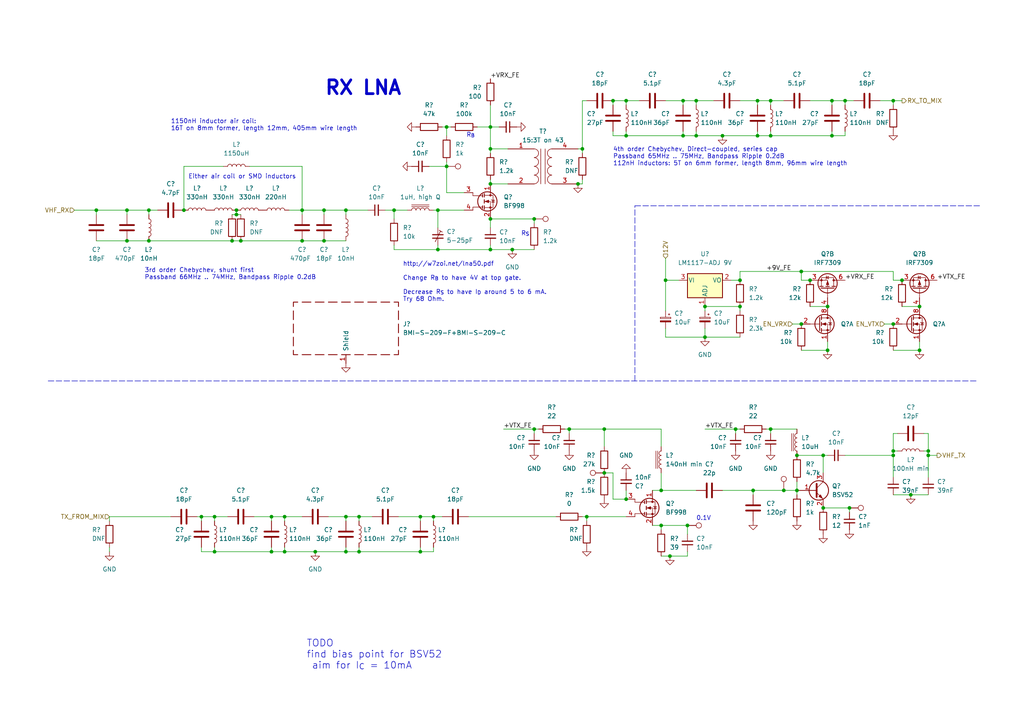
<source format=kicad_sch>
(kicad_sch (version 20211123) (generator eeschema)

  (uuid e85341a8-3e54-4b34-87f5-9974245a7484)

  (paper "A4")

  (title_block
    (title "DART-70 TRX")
    (date "2023-01-22")
    (rev "0")
    (company "HB9EGM")
    (comment 1 "A 4m Band SSB/CW Transceiver")
  )

  

  (junction (at 259.08 130.81) (diameter 0) (color 0 0 0 0)
    (uuid 014fbe33-02cf-426c-8214-0ae1d40c7df8)
  )
  (junction (at 214.63 81.28) (diameter 0) (color 0 0 0 0)
    (uuid 053c636b-8b5d-43d4-82f8-2f587a47ab23)
  )
  (junction (at 264.16 143.51) (diameter 0) (color 0 0 0 0)
    (uuid 05adc4a1-d372-46af-8f37-d1bf4210e96a)
  )
  (junction (at 121.92 160.02) (diameter 0) (color 0 0 0 0)
    (uuid 07895869-8d70-4194-afb5-8df05d02a96b)
  )
  (junction (at 191.77 142.24) (diameter 0) (color 0 0 0 0)
    (uuid 0c6e8129-07f9-465f-9ce0-2d46f2319c9e)
  )
  (junction (at 104.14 149.86) (diameter 0) (color 0 0 0 0)
    (uuid 0da30ee4-5fbf-45c8-9538-1bf176f03f71)
  )
  (junction (at 234.95 81.28) (diameter 0) (color 0 0 0 0)
    (uuid 1652b60e-2eed-430f-8a5b-5512f00b1d7c)
  )
  (junction (at 154.94 124.46) (diameter 0) (color 0 0 0 0)
    (uuid 214ecb40-4c63-4158-be2f-20e603afe1b9)
  )
  (junction (at 241.3 39.37) (diameter 0) (color 0 0 0 0)
    (uuid 22e30deb-2428-4b11-82a9-50d388efeade)
  )
  (junction (at 204.47 88.9) (diameter 0) (color 0 0 0 0)
    (uuid 238e3fd4-fb46-43d3-afe1-89e25bf834a1)
  )
  (junction (at 181.61 144.78) (diameter 0) (color 0 0 0 0)
    (uuid 244c9203-c3ff-4b65-a34d-5892ece48c2b)
  )
  (junction (at 269.24 130.81) (diameter 0) (color 0 0 0 0)
    (uuid 26ee6007-1bf6-4087-b885-4536b39b53f7)
  )
  (junction (at 100.33 60.96) (diameter 0) (color 0 0 0 0)
    (uuid 27932209-07aa-4309-8c3b-8c3756ea28f5)
  )
  (junction (at 201.93 29.21) (diameter 0) (color 0 0 0 0)
    (uuid 2b91b5f6-6358-423e-b62b-3e684fb64a30)
  )
  (junction (at 181.61 29.21) (diameter 0) (color 0 0 0 0)
    (uuid 2c1149ed-3085-4295-b371-1815cbfd540a)
  )
  (junction (at 67.31 69.85) (diameter 0) (color 0 0 0 0)
    (uuid 2dd4e452-7c3f-4e1f-b5b7-f42fcb0e075b)
  )
  (junction (at 53.34 60.96) (diameter 0) (color 0 0 0 0)
    (uuid 30ff6a36-e1f5-45d3-9f31-a6736183ac65)
  )
  (junction (at 43.18 69.85) (diameter 0) (color 0 0 0 0)
    (uuid 32d3fe83-b854-4464-af88-f747caab52be)
  )
  (junction (at 129.54 36.83) (diameter 0) (color 0 0 0 0)
    (uuid 34aea703-6354-4221-ba7e-b2d77e2a6562)
  )
  (junction (at 223.52 29.21) (diameter 0) (color 0 0 0 0)
    (uuid 41bb2995-bcdb-4572-a047-8ce3fa79d0ec)
  )
  (junction (at 154.94 63.5) (diameter 0) (color 0 0 0 0)
    (uuid 433436e6-75b2-4d0e-afe5-51e9ce3b6ceb)
  )
  (junction (at 209.55 39.37) (diameter 0) (color 0 0 0 0)
    (uuid 48de30cd-ac12-4cd9-b77e-6276c6cc535e)
  )
  (junction (at 198.12 29.21) (diameter 0) (color 0 0 0 0)
    (uuid 49abb95b-688d-484d-9ecd-26244c95a12f)
  )
  (junction (at 148.59 72.39) (diameter 0) (color 0 0 0 0)
    (uuid 53639ead-a22d-4b74-b706-37b82595afe4)
  )
  (junction (at 142.24 72.39) (diameter 0) (color 0 0 0 0)
    (uuid 5654cc54-aa7f-4e7e-a903-b6ae4711e293)
  )
  (junction (at 142.24 43.18) (diameter 0) (color 0 0 0 0)
    (uuid 5ac87c87-280c-41aa-b7e2-8cd95dfa0977)
  )
  (junction (at 191.77 152.4) (diameter 0) (color 0 0 0 0)
    (uuid 5b4a4a9a-0092-4d0f-9c31-414a1759762c)
  )
  (junction (at 259.08 29.21) (diameter 0) (color 0 0 0 0)
    (uuid 5f5451e3-d3b2-4513-aa00-6164f9037ce5)
  )
  (junction (at 168.91 43.18) (diameter 0) (color 0 0 0 0)
    (uuid 64c3c5fe-1bb6-4a8a-b1a6-f533cf627997)
  )
  (junction (at 78.74 160.02) (diameter 0) (color 0 0 0 0)
    (uuid 6707abf9-1caa-446a-85dd-9798556b7c42)
  )
  (junction (at 62.23 160.02) (diameter 0) (color 0 0 0 0)
    (uuid 696a84ae-1565-45dd-b421-593916d51378)
  )
  (junction (at 232.41 93.98) (diameter 0) (color 0 0 0 0)
    (uuid 6a1b7322-4603-4eeb-a35d-c1ced4a5a9ee)
  )
  (junction (at 238.76 147.32) (diameter 0) (color 0 0 0 0)
    (uuid 6a54acfb-c2a3-4891-bdef-5359d832b05e)
  )
  (junction (at 142.24 63.5) (diameter 0) (color 0 0 0 0)
    (uuid 6f67861a-7006-47b4-bdc7-1b4e03f0937b)
  )
  (junction (at 259.08 132.08) (diameter 0) (color 0 0 0 0)
    (uuid 71e41a0a-3af5-4796-897c-9d1ad0183c9a)
  )
  (junction (at 219.71 39.37) (diameter 0) (color 0 0 0 0)
    (uuid 7246aeaa-7989-41aa-bc34-36314da565dd)
  )
  (junction (at 93.98 69.85) (diameter 0) (color 0 0 0 0)
    (uuid 725298de-8e6b-4cef-8b75-d13dba9603ba)
  )
  (junction (at 82.55 160.02) (diameter 0) (color 0 0 0 0)
    (uuid 730d9d07-07e4-4d25-ba70-133909d02a93)
  )
  (junction (at 127 60.96) (diameter 0) (color 0 0 0 0)
    (uuid 755aea78-2b8e-4969-8c1a-4e66cdc3e55c)
  )
  (junction (at 259.08 93.98) (diameter 0) (color 0 0 0 0)
    (uuid 786edf16-7fb2-475e-a88f-bdcdd32e8ccb)
  )
  (junction (at 199.39 152.4) (diameter 0) (color 0 0 0 0)
    (uuid 7e3cf1a5-27ba-4fb2-9e80-6e1100e7286d)
  )
  (junction (at 36.83 60.96) (diameter 0) (color 0 0 0 0)
    (uuid 7e40bcc0-3aaa-4014-a65e-4bba8fb828b1)
  )
  (junction (at 246.38 147.32) (diameter 0) (color 0 0 0 0)
    (uuid 8275d0f0-4cd2-4f60-b1d1-1f544f364a6d)
  )
  (junction (at 227.33 142.24) (diameter 0) (color 0 0 0 0)
    (uuid 828403cb-c2e9-4ccc-8f46-66963ed2f21b)
  )
  (junction (at 214.63 88.9) (diameter 0) (color 0 0 0 0)
    (uuid 82d624a9-38b7-41d6-80ca-0ad097d9c3e3)
  )
  (junction (at 241.3 29.21) (diameter 0) (color 0 0 0 0)
    (uuid 830530a0-7b7e-4b57-bcad-ac6bcc2d3cd2)
  )
  (junction (at 68.58 62.23) (diameter 0) (color 0 0 0 0)
    (uuid 84c10573-abbd-42a2-ba39-89dbac386a99)
  )
  (junction (at 213.36 124.46) (diameter 0) (color 0 0 0 0)
    (uuid 8b36f47c-4ffc-4598-8c26-644b57b5c662)
  )
  (junction (at 240.03 101.6) (diameter 0) (color 0 0 0 0)
    (uuid 8e2fdf05-aa36-4931-82ed-a8b3def92201)
  )
  (junction (at 193.04 81.28) (diameter 0) (color 0 0 0 0)
    (uuid 8e3e2866-5ba4-4f0a-867a-58ecaf15b97d)
  )
  (junction (at 100.33 149.86) (diameter 0) (color 0 0 0 0)
    (uuid 92b08d51-62a5-44c7-b4b2-471f395c1538)
  )
  (junction (at 165.1 124.46) (diameter 0) (color 0 0 0 0)
    (uuid 94cebd10-3367-4d9a-a1b7-f7d9e07bdd90)
  )
  (junction (at 269.24 132.08) (diameter 0) (color 0 0 0 0)
    (uuid 96ae9ecf-e0a2-432a-8ece-94cf7cced6b7)
  )
  (junction (at 114.3 60.96) (diameter 0) (color 0 0 0 0)
    (uuid 99467fa5-d96f-4f1c-8084-626f6cebc0c0)
  )
  (junction (at 82.55 149.86) (diameter 0) (color 0 0 0 0)
    (uuid 99b2f434-c683-4943-880b-c0c7051efceb)
  )
  (junction (at 36.83 69.85) (diameter 0) (color 0 0 0 0)
    (uuid 9a8d2c66-6370-437d-a4a0-cb771a0d8c97)
  )
  (junction (at 170.18 149.86) (diameter 0) (color 0 0 0 0)
    (uuid 9b63d6a0-33d9-4ade-b725-ee15ec044acc)
  )
  (junction (at 78.74 149.86) (diameter 0) (color 0 0 0 0)
    (uuid a3b76309-ce22-4be7-b174-f23d53e74bf4)
  )
  (junction (at 100.33 160.02) (diameter 0) (color 0 0 0 0)
    (uuid a605e98c-55d0-4a85-969d-c7a8b22bd4d5)
  )
  (junction (at 91.44 160.02) (diameter 0) (color 0 0 0 0)
    (uuid a67f009f-0172-45e6-8d2b-45a2cc2d1fc3)
  )
  (junction (at 231.14 142.24) (diameter 0) (color 0 0 0 0)
    (uuid a6cfd25a-774e-4db2-b2d4-fd41eec62fd5)
  )
  (junction (at 93.98 60.96) (diameter 0) (color 0 0 0 0)
    (uuid a6dee93e-101e-421c-aa3d-cf1491a2d23c)
  )
  (junction (at 218.44 142.24) (diameter 0) (color 0 0 0 0)
    (uuid a7ae57b6-5005-47d4-809d-6b7d6ada6d03)
  )
  (junction (at 129.54 48.26) (diameter 0) (color 0 0 0 0)
    (uuid a875ac5f-456f-42ae-bc04-dd8d1a120797)
  )
  (junction (at 142.24 53.34) (diameter 0) (color 0 0 0 0)
    (uuid a9dded2e-d08b-4bdb-ab4a-1fce0d42d43e)
  )
  (junction (at 201.93 39.37) (diameter 0) (color 0 0 0 0)
    (uuid aaee6b9a-4306-45ff-b9b6-5d802512dd52)
  )
  (junction (at 27.94 60.96) (diameter 0) (color 0 0 0 0)
    (uuid add0bd1b-274a-4ddf-b875-51d6108aab49)
  )
  (junction (at 219.71 29.21) (diameter 0) (color 0 0 0 0)
    (uuid b0c6448c-be7d-4ebe-a1be-1e8f330d6dbb)
  )
  (junction (at 231.14 132.08) (diameter 0) (color 0 0 0 0)
    (uuid b23444ea-cd8e-4df0-84f4-070156b2e3b7)
  )
  (junction (at 87.63 69.85) (diameter 0) (color 0 0 0 0)
    (uuid b4922278-ce3f-46ba-a2a2-cd5c71f714de)
  )
  (junction (at 223.52 124.46) (diameter 0) (color 0 0 0 0)
    (uuid b8abc7e6-6611-45b5-9a55-3a65a7522e32)
  )
  (junction (at 204.47 97.79) (diameter 0) (color 0 0 0 0)
    (uuid bc401b7a-65f6-439c-9420-7f623c786a57)
  )
  (junction (at 69.85 69.85) (diameter 0) (color 0 0 0 0)
    (uuid bcdfe8ed-4c7e-419e-b702-6bca070854e1)
  )
  (junction (at 245.11 29.21) (diameter 0) (color 0 0 0 0)
    (uuid bf6081e5-fd4b-4fb3-b523-139036f4041c)
  )
  (junction (at 198.12 39.37) (diameter 0) (color 0 0 0 0)
    (uuid c5c6520c-9e3e-436f-b14f-faf22a42dfbb)
  )
  (junction (at 175.26 124.46) (diameter 0) (color 0 0 0 0)
    (uuid c8d4f236-4705-41bb-b1be-5cef1ea2c536)
  )
  (junction (at 125.73 149.86) (diameter 0) (color 0 0 0 0)
    (uuid cc2cb73f-acad-4a16-94a4-9816e494e931)
  )
  (junction (at 87.63 60.96) (diameter 0) (color 0 0 0 0)
    (uuid ce1e90a2-6376-4288-8749-493e809aba5d)
  )
  (junction (at 127 72.39) (diameter 0) (color 0 0 0 0)
    (uuid cf9ef397-ee5c-464c-a25e-4d9486a9df16)
  )
  (junction (at 194.31 161.29) (diameter 0) (color 0 0 0 0)
    (uuid d0fb093c-3a0b-4150-bde4-bd1af1a4bfff)
  )
  (junction (at 181.61 39.37) (diameter 0) (color 0 0 0 0)
    (uuid d50ac601-83b2-43a2-808a-3b58d5a2b71f)
  )
  (junction (at 223.52 39.37) (diameter 0) (color 0 0 0 0)
    (uuid d600cdf9-d630-4f89-a09e-87efccd0902e)
  )
  (junction (at 167.64 53.34) (diameter 0) (color 0 0 0 0)
    (uuid d76a5f48-7d00-42d5-9e04-2f9f8b67bd1d)
  )
  (junction (at 68.58 60.96) (diameter 0) (color 0 0 0 0)
    (uuid dbad22ed-87bd-4fef-a142-c1d56fc5ada0)
  )
  (junction (at 43.18 60.96) (diameter 0) (color 0 0 0 0)
    (uuid df93aeee-38d4-42fb-b5da-51a73fd2e2bc)
  )
  (junction (at 177.8 29.21) (diameter 0) (color 0 0 0 0)
    (uuid e0493c7a-5485-41e4-ba79-779aff029fab)
  )
  (junction (at 232.41 78.74) (diameter 0) (color 0 0 0 0)
    (uuid e04cbaa7-58f6-4b95-b330-5ae233daaa58)
  )
  (junction (at 142.24 36.83) (diameter 0) (color 0 0 0 0)
    (uuid e04f8c65-d602-47fb-9c32-a40fa4054257)
  )
  (junction (at 240.03 88.9) (diameter 0) (color 0 0 0 0)
    (uuid e180b3ee-6434-44ca-afbc-194f5543b566)
  )
  (junction (at 121.92 149.86) (diameter 0) (color 0 0 0 0)
    (uuid e245969c-96e2-4467-a4b0-55df65c2006d)
  )
  (junction (at 266.7 88.9) (diameter 0) (color 0 0 0 0)
    (uuid e439fefd-fea3-4379-89f7-31352e077829)
  )
  (junction (at 238.76 132.08) (diameter 0) (color 0 0 0 0)
    (uuid e717955e-2a81-4d91-a91b-854d445c9b5d)
  )
  (junction (at 62.23 149.86) (diameter 0) (color 0 0 0 0)
    (uuid ebd2a656-9283-42a7-a471-cb22596c1597)
  )
  (junction (at 266.7 101.6) (diameter 0) (color 0 0 0 0)
    (uuid f285b43b-89b4-4974-aeee-ae27a2ca7c96)
  )
  (junction (at 104.14 160.02) (diameter 0) (color 0 0 0 0)
    (uuid f3b55bee-aa8a-4bd0-a87b-914b4bb50b10)
  )
  (junction (at 58.42 149.86) (diameter 0) (color 0 0 0 0)
    (uuid f671888e-311a-48ca-a183-135a403be009)
  )
  (junction (at 261.62 81.28) (diameter 0) (color 0 0 0 0)
    (uuid fdc03146-3e81-45e1-983d-ce65dbe4dddc)
  )
  (junction (at 175.26 137.16) (diameter 0) (color 0 0 0 0)
    (uuid ff95d81e-5a87-4294-9b1c-6e9a77990629)
  )

  (wire (pts (xy 67.31 69.85) (xy 69.85 69.85))
    (stroke (width 0) (type default) (color 0 0 0 0))
    (uuid 00e5b5fc-5bd0-40af-9ee7-a472844c2151)
  )
  (wire (pts (xy 181.61 29.21) (xy 181.61 30.48))
    (stroke (width 0) (type default) (color 0 0 0 0))
    (uuid 01092b77-815f-43be-992d-fc218557d154)
  )
  (wire (pts (xy 147.32 53.34) (xy 142.24 53.34))
    (stroke (width 0) (type default) (color 0 0 0 0))
    (uuid 020af510-7992-416e-a265-00652eb27830)
  )
  (wire (pts (xy 219.71 39.37) (xy 219.71 38.1))
    (stroke (width 0) (type default) (color 0 0 0 0))
    (uuid 02b3711f-b3bf-4a32-8116-7fa82771cd03)
  )
  (wire (pts (xy 121.92 151.13) (xy 121.92 149.86))
    (stroke (width 0) (type default) (color 0 0 0 0))
    (uuid 03602e32-1245-4e32-9ecc-9044bdca6c61)
  )
  (wire (pts (xy 259.08 78.74) (xy 259.08 81.28))
    (stroke (width 0) (type default) (color 0 0 0 0))
    (uuid 03d90108-31df-471c-8d47-5277f5bb8529)
  )
  (wire (pts (xy 125.73 160.02) (xy 125.73 158.75))
    (stroke (width 0) (type default) (color 0 0 0 0))
    (uuid 04bbbe15-04b6-41b3-8bd4-9a9f1e19bc37)
  )
  (wire (pts (xy 93.98 60.96) (xy 93.98 62.23))
    (stroke (width 0) (type default) (color 0 0 0 0))
    (uuid 04e72cbc-c02a-4a92-b021-b9939e4db36f)
  )
  (wire (pts (xy 36.83 69.85) (xy 43.18 69.85))
    (stroke (width 0) (type default) (color 0 0 0 0))
    (uuid 050efeb3-533d-4b9a-a0e2-1737784edf33)
  )
  (wire (pts (xy 213.36 125.73) (xy 213.36 124.46))
    (stroke (width 0) (type default) (color 0 0 0 0))
    (uuid 05820599-8acc-49ba-a88a-070cbbe28e1a)
  )
  (wire (pts (xy 31.75 158.75) (xy 31.75 160.02))
    (stroke (width 0) (type default) (color 0 0 0 0))
    (uuid 06230da2-e6a9-4df3-a8a6-1054a2179a17)
  )
  (wire (pts (xy 154.94 125.73) (xy 154.94 124.46))
    (stroke (width 0) (type default) (color 0 0 0 0))
    (uuid 0785ffee-5a6c-4b20-b83b-a9e51509ed25)
  )
  (wire (pts (xy 58.42 151.13) (xy 58.42 149.86))
    (stroke (width 0) (type default) (color 0 0 0 0))
    (uuid 0a805d5b-6113-4e7d-8ab7-c42d5a8f29b1)
  )
  (wire (pts (xy 193.04 81.28) (xy 193.04 90.17))
    (stroke (width 0) (type default) (color 0 0 0 0))
    (uuid 0b41d2ae-4199-421c-a9cc-39212f58717c)
  )
  (wire (pts (xy 238.76 132.08) (xy 240.03 132.08))
    (stroke (width 0) (type default) (color 0 0 0 0))
    (uuid 0b6b8363-c8e1-4799-8ee5-abeba534856c)
  )
  (wire (pts (xy 246.38 147.32) (xy 238.76 147.32))
    (stroke (width 0) (type default) (color 0 0 0 0))
    (uuid 0c549802-b595-4de9-b4f2-5d5dc13cce92)
  )
  (wire (pts (xy 196.85 81.28) (xy 193.04 81.28))
    (stroke (width 0) (type default) (color 0 0 0 0))
    (uuid 0e126077-2474-4e93-ae8c-94babe57c1e7)
  )
  (wire (pts (xy 82.55 151.13) (xy 82.55 149.86))
    (stroke (width 0) (type default) (color 0 0 0 0))
    (uuid 0f1de0dd-804a-4596-bff8-c84c9821c96f)
  )
  (wire (pts (xy 218.44 142.24) (xy 218.44 143.51))
    (stroke (width 0) (type default) (color 0 0 0 0))
    (uuid 0f2ae659-a3c6-4de9-8cc9-1cb8eb738749)
  )
  (wire (pts (xy 259.08 130.81) (xy 259.08 132.08))
    (stroke (width 0) (type default) (color 0 0 0 0))
    (uuid 0fae205c-5af3-4a45-b101-8bcc5ce05f03)
  )
  (wire (pts (xy 57.15 149.86) (xy 58.42 149.86))
    (stroke (width 0) (type default) (color 0 0 0 0))
    (uuid 10dd21c7-9fd9-4a44-8ab3-640f7ca149dd)
  )
  (wire (pts (xy 31.75 149.86) (xy 49.53 149.86))
    (stroke (width 0) (type default) (color 0 0 0 0))
    (uuid 118829bb-dced-433c-b2a5-be320b37c6db)
  )
  (wire (pts (xy 148.59 72.39) (xy 142.24 72.39))
    (stroke (width 0) (type default) (color 0 0 0 0))
    (uuid 11920e1b-be55-4c86-8c94-fad4a5a5ea6f)
  )
  (wire (pts (xy 223.52 39.37) (xy 241.3 39.37))
    (stroke (width 0) (type default) (color 0 0 0 0))
    (uuid 135fafe3-46f6-4185-8d74-e430c711885a)
  )
  (wire (pts (xy 240.03 101.6) (xy 232.41 101.6))
    (stroke (width 0) (type default) (color 0 0 0 0))
    (uuid 141a7613-b1c9-4373-aa4c-cb18fbc4b872)
  )
  (wire (pts (xy 232.41 81.28) (xy 234.95 81.28))
    (stroke (width 0) (type default) (color 0 0 0 0))
    (uuid 1617c390-94b0-4c64-a669-26edf562ff9a)
  )
  (wire (pts (xy 246.38 148.59) (xy 246.38 147.32))
    (stroke (width 0) (type default) (color 0 0 0 0))
    (uuid 17b00afe-c752-4fe9-88c5-3ad96b8a7e70)
  )
  (wire (pts (xy 193.04 97.79) (xy 204.47 97.79))
    (stroke (width 0) (type default) (color 0 0 0 0))
    (uuid 1920970b-7049-41ad-8ca7-c7915a267206)
  )
  (wire (pts (xy 177.8 137.16) (xy 177.8 144.78))
    (stroke (width 0) (type default) (color 0 0 0 0))
    (uuid 1941db9c-382f-44cc-a903-a93207b6a93d)
  )
  (wire (pts (xy 82.55 160.02) (xy 82.55 158.75))
    (stroke (width 0) (type default) (color 0 0 0 0))
    (uuid 19488a6a-a931-486e-a283-2e60d6328d78)
  )
  (wire (pts (xy 27.94 60.96) (xy 36.83 60.96))
    (stroke (width 0) (type default) (color 0 0 0 0))
    (uuid 1a97cca3-0fe5-4bfa-8d57-ca1b191bfea3)
  )
  (wire (pts (xy 125.73 60.96) (xy 127 60.96))
    (stroke (width 0) (type default) (color 0 0 0 0))
    (uuid 1acffc7b-3719-4cb9-9be2-22b9b0dc94ee)
  )
  (wire (pts (xy 219.71 29.21) (xy 223.52 29.21))
    (stroke (width 0) (type default) (color 0 0 0 0))
    (uuid 1c0cfd5c-a642-423e-bcd7-fee83fdee590)
  )
  (wire (pts (xy 87.63 69.85) (xy 93.98 69.85))
    (stroke (width 0) (type default) (color 0 0 0 0))
    (uuid 1cb95966-d9b9-40ac-b03f-1f46d823a11d)
  )
  (wire (pts (xy 69.85 69.85) (xy 87.63 69.85))
    (stroke (width 0) (type default) (color 0 0 0 0))
    (uuid 1e066e3b-074f-4121-8f27-8215bc8d3261)
  )
  (wire (pts (xy 259.08 125.73) (xy 260.35 125.73))
    (stroke (width 0) (type default) (color 0 0 0 0))
    (uuid 1e083e1f-2b5d-4576-a67e-3249110e0291)
  )
  (wire (pts (xy 142.24 53.34) (xy 142.24 52.07))
    (stroke (width 0) (type default) (color 0 0 0 0))
    (uuid 1f1766e2-d2db-4154-b565-458e0aeda8eb)
  )
  (wire (pts (xy 198.12 39.37) (xy 198.12 38.1))
    (stroke (width 0) (type default) (color 0 0 0 0))
    (uuid 1f992b26-230b-423a-9f5b-b5e2eae3f796)
  )
  (wire (pts (xy 269.24 132.08) (xy 269.24 138.43))
    (stroke (width 0) (type default) (color 0 0 0 0))
    (uuid 20193a25-dfb2-4d02-b772-e6a2bc97d410)
  )
  (wire (pts (xy 193.04 29.21) (xy 198.12 29.21))
    (stroke (width 0) (type default) (color 0 0 0 0))
    (uuid 211489a5-413a-4de7-bb6b-ce735ffe7c80)
  )
  (wire (pts (xy 259.08 130.81) (xy 260.35 130.81))
    (stroke (width 0) (type default) (color 0 0 0 0))
    (uuid 212af7ec-c8f1-4ea2-8488-c7db2bb7bdfc)
  )
  (wire (pts (xy 191.77 152.4) (xy 189.23 152.4))
    (stroke (width 0) (type default) (color 0 0 0 0))
    (uuid 21acb83f-68ea-41e5-b622-dc4aeb4e23bc)
  )
  (wire (pts (xy 87.63 60.96) (xy 93.98 60.96))
    (stroke (width 0) (type default) (color 0 0 0 0))
    (uuid 23c577d6-b831-4003-b3d4-9a9a5520a466)
  )
  (wire (pts (xy 241.3 39.37) (xy 241.3 38.1))
    (stroke (width 0) (type default) (color 0 0 0 0))
    (uuid 24280ee6-c585-4835-8fc4-d7860dfbfdba)
  )
  (wire (pts (xy 214.63 78.74) (xy 214.63 81.28))
    (stroke (width 0) (type default) (color 0 0 0 0))
    (uuid 25b5fac5-8ac2-4718-aced-78fd470c5a41)
  )
  (polyline (pts (xy 13.97 110.49) (xy 283.21 110.49))
    (stroke (width 0) (type default) (color 0 0 0 0))
    (uuid 2812a88f-15e5-44c4-a66a-beb23630881f)
  )

  (wire (pts (xy 21.59 60.96) (xy 27.94 60.96))
    (stroke (width 0) (type default) (color 0 0 0 0))
    (uuid 28691614-25d8-432a-9210-110c9d424ff4)
  )
  (wire (pts (xy 31.75 151.13) (xy 31.75 149.86))
    (stroke (width 0) (type default) (color 0 0 0 0))
    (uuid 2d478155-78b3-43e6-9e0b-cf58b9dbf0cb)
  )
  (wire (pts (xy 104.14 160.02) (xy 104.14 158.75))
    (stroke (width 0) (type default) (color 0 0 0 0))
    (uuid 2d86d824-7587-4e1e-bd3d-1386a2f26b2f)
  )
  (wire (pts (xy 231.14 139.7) (xy 231.14 142.24))
    (stroke (width 0) (type default) (color 0 0 0 0))
    (uuid 2e3e1835-0994-46d3-b4ac-db18042e081b)
  )
  (wire (pts (xy 43.18 69.85) (xy 67.31 69.85))
    (stroke (width 0) (type default) (color 0 0 0 0))
    (uuid 2e5066c7-bc67-4b7c-aae7-15cd49e110ca)
  )
  (wire (pts (xy 269.24 130.81) (xy 267.97 130.81))
    (stroke (width 0) (type default) (color 0 0 0 0))
    (uuid 2f09267e-b3dd-4163-aee3-b882166dbe57)
  )
  (wire (pts (xy 142.24 63.5) (xy 142.24 66.04))
    (stroke (width 0) (type default) (color 0 0 0 0))
    (uuid 2f240c86-aceb-464b-899d-7618bd58be8d)
  )
  (wire (pts (xy 241.3 29.21) (xy 245.11 29.21))
    (stroke (width 0) (type default) (color 0 0 0 0))
    (uuid 30701c9e-85dc-4e9a-972e-ad6a04210bf0)
  )
  (wire (pts (xy 177.8 144.78) (xy 181.61 144.78))
    (stroke (width 0) (type default) (color 0 0 0 0))
    (uuid 32c7e7d5-5cf0-4052-9904-fc5aa41decb5)
  )
  (wire (pts (xy 168.91 52.07) (xy 168.91 53.34))
    (stroke (width 0) (type default) (color 0 0 0 0))
    (uuid 3303b423-732f-4ec1-9f34-6a65ea125a9f)
  )
  (wire (pts (xy 229.87 93.98) (xy 232.41 93.98))
    (stroke (width 0) (type default) (color 0 0 0 0))
    (uuid 3340bb88-8cfa-4bae-b60e-378d2889f60d)
  )
  (wire (pts (xy 72.39 48.26) (xy 87.63 48.26))
    (stroke (width 0) (type default) (color 0 0 0 0))
    (uuid 33f29fa7-5b0b-49c9-a605-50b7be5943a9)
  )
  (wire (pts (xy 175.26 124.46) (xy 191.77 124.46))
    (stroke (width 0) (type default) (color 0 0 0 0))
    (uuid 36c2a5ae-5ab8-440b-a41f-9b00518ecd46)
  )
  (wire (pts (xy 100.33 160.02) (xy 100.33 158.75))
    (stroke (width 0) (type default) (color 0 0 0 0))
    (uuid 36ea332f-7ddd-4cc9-af0b-a280bb127d66)
  )
  (wire (pts (xy 82.55 160.02) (xy 78.74 160.02))
    (stroke (width 0) (type default) (color 0 0 0 0))
    (uuid 39ede154-b114-42b1-9471-69e8225de7ab)
  )
  (wire (pts (xy 181.61 29.21) (xy 185.42 29.21))
    (stroke (width 0) (type default) (color 0 0 0 0))
    (uuid 3c5dfaac-ce4d-429a-aba1-920080a05a25)
  )
  (wire (pts (xy 209.55 39.37) (xy 219.71 39.37))
    (stroke (width 0) (type default) (color 0 0 0 0))
    (uuid 3cac3e67-9601-4bbe-8f74-51e6c8133fb4)
  )
  (wire (pts (xy 58.42 149.86) (xy 62.23 149.86))
    (stroke (width 0) (type default) (color 0 0 0 0))
    (uuid 3e89f96a-4149-49e9-8931-921ce8c3a055)
  )
  (polyline (pts (xy 184.15 110.49) (xy 184.15 59.69))
    (stroke (width 0) (type default) (color 0 0 0 0))
    (uuid 3f650e07-bfda-4556-9a8b-c7393a2ab272)
  )

  (wire (pts (xy 93.98 69.85) (xy 100.33 69.85))
    (stroke (width 0) (type default) (color 0 0 0 0))
    (uuid 3f75e8f9-17fe-41fa-8be1-97bb9d74f36e)
  )
  (wire (pts (xy 36.83 60.96) (xy 43.18 60.96))
    (stroke (width 0) (type default) (color 0 0 0 0))
    (uuid 426afdc4-b639-4a13-b435-77d23c36d327)
  )
  (wire (pts (xy 114.3 72.39) (xy 127 72.39))
    (stroke (width 0) (type default) (color 0 0 0 0))
    (uuid 450ed59f-52ac-40e5-b0ac-4507b15a95b2)
  )
  (wire (pts (xy 128.27 36.83) (xy 129.54 36.83))
    (stroke (width 0) (type default) (color 0 0 0 0))
    (uuid 45d11611-49a6-4964-afa3-7f0162c0c739)
  )
  (wire (pts (xy 232.41 78.74) (xy 214.63 78.74))
    (stroke (width 0) (type default) (color 0 0 0 0))
    (uuid 468e347b-afe1-4557-ad4d-28eb5659a4b8)
  )
  (wire (pts (xy 191.77 142.24) (xy 201.93 142.24))
    (stroke (width 0) (type default) (color 0 0 0 0))
    (uuid 4a16b6dc-2288-4548-9c84-0bbf2a1d57bd)
  )
  (wire (pts (xy 73.66 149.86) (xy 78.74 149.86))
    (stroke (width 0) (type default) (color 0 0 0 0))
    (uuid 4b74047d-1cfb-4a70-804a-a9c009584e7a)
  )
  (wire (pts (xy 78.74 149.86) (xy 82.55 149.86))
    (stroke (width 0) (type default) (color 0 0 0 0))
    (uuid 4bf865ed-62d5-49b3-9115-02bd4f7f3f74)
  )
  (wire (pts (xy 121.92 149.86) (xy 125.73 149.86))
    (stroke (width 0) (type default) (color 0 0 0 0))
    (uuid 4ca5ee79-1360-4517-b073-b387778d1f9d)
  )
  (wire (pts (xy 181.61 39.37) (xy 198.12 39.37))
    (stroke (width 0) (type default) (color 0 0 0 0))
    (uuid 4cad7fe9-18a3-4205-bf76-118f190d710a)
  )
  (wire (pts (xy 269.24 130.81) (xy 269.24 132.08))
    (stroke (width 0) (type default) (color 0 0 0 0))
    (uuid 4cf19b83-343d-444b-b344-abd964c46130)
  )
  (wire (pts (xy 232.41 78.74) (xy 232.41 81.28))
    (stroke (width 0) (type default) (color 0 0 0 0))
    (uuid 4d792edd-4ca7-4bc0-98b8-1c07860783ab)
  )
  (wire (pts (xy 201.93 30.48) (xy 201.93 29.21))
    (stroke (width 0) (type default) (color 0 0 0 0))
    (uuid 4e6b63c8-8daf-4486-a68d-7144b46e5ea2)
  )
  (wire (pts (xy 199.39 160.02) (xy 199.39 161.29))
    (stroke (width 0) (type default) (color 0 0 0 0))
    (uuid 520deeb0-2cb2-4b4b-9ce8-239203e7b895)
  )
  (wire (pts (xy 100.33 60.96) (xy 100.33 62.23))
    (stroke (width 0) (type default) (color 0 0 0 0))
    (uuid 52a29cb5-fc2a-4abb-a968-bbb1b5d9b7d6)
  )
  (wire (pts (xy 199.39 161.29) (xy 194.31 161.29))
    (stroke (width 0) (type default) (color 0 0 0 0))
    (uuid 5393cb79-d4ff-48a3-8106-b4f929de870b)
  )
  (wire (pts (xy 234.95 29.21) (xy 241.3 29.21))
    (stroke (width 0) (type default) (color 0 0 0 0))
    (uuid 54136090-6e59-411c-8c76-ff74b4ba8cdc)
  )
  (wire (pts (xy 170.18 29.21) (xy 168.91 29.21))
    (stroke (width 0) (type default) (color 0 0 0 0))
    (uuid 5516e114-54d5-4ea3-8bfe-40e5be6eb192)
  )
  (wire (pts (xy 269.24 125.73) (xy 269.24 130.81))
    (stroke (width 0) (type default) (color 0 0 0 0))
    (uuid 55590f3c-3315-4934-b354-427f99e886f0)
  )
  (wire (pts (xy 241.3 30.48) (xy 241.3 29.21))
    (stroke (width 0) (type default) (color 0 0 0 0))
    (uuid 575b9d80-5f4d-4af9-aef0-45c51d673684)
  )
  (wire (pts (xy 213.36 124.46) (xy 214.63 124.46))
    (stroke (width 0) (type default) (color 0 0 0 0))
    (uuid 588442fe-0325-47ea-8587-f22398d8d769)
  )
  (wire (pts (xy 222.25 124.46) (xy 223.52 124.46))
    (stroke (width 0) (type default) (color 0 0 0 0))
    (uuid 58845e3f-7112-4368-b742-d952a9ef30c6)
  )
  (wire (pts (xy 78.74 160.02) (xy 78.74 158.75))
    (stroke (width 0) (type default) (color 0 0 0 0))
    (uuid 59210da8-080b-45c2-8b8f-c7ddcd592060)
  )
  (wire (pts (xy 115.57 149.86) (xy 121.92 149.86))
    (stroke (width 0) (type default) (color 0 0 0 0))
    (uuid 592caa8b-0386-47d0-8e78-0b9d3a2052bb)
  )
  (wire (pts (xy 241.3 39.37) (xy 245.11 39.37))
    (stroke (width 0) (type default) (color 0 0 0 0))
    (uuid 59e552bf-7958-4fda-a0db-f9e371531f5e)
  )
  (wire (pts (xy 127 72.39) (xy 142.24 72.39))
    (stroke (width 0) (type default) (color 0 0 0 0))
    (uuid 5a71b622-216c-4ae9-b176-7e0fb8c909b9)
  )
  (wire (pts (xy 269.24 125.73) (xy 267.97 125.73))
    (stroke (width 0) (type default) (color 0 0 0 0))
    (uuid 5dae51d8-31a1-45b5-aee6-b5709476c318)
  )
  (wire (pts (xy 142.24 72.39) (xy 142.24 71.12))
    (stroke (width 0) (type default) (color 0 0 0 0))
    (uuid 5e2169a0-de19-4cd6-bf52-b74f00504da1)
  )
  (wire (pts (xy 43.18 60.96) (xy 45.72 60.96))
    (stroke (width 0) (type default) (color 0 0 0 0))
    (uuid 5e70f545-979a-40c9-bda1-1c7591189e45)
  )
  (wire (pts (xy 142.24 36.83) (xy 142.24 30.48))
    (stroke (width 0) (type default) (color 0 0 0 0))
    (uuid 5e721fb4-c9a0-4ae9-89ea-2beae0e47e97)
  )
  (wire (pts (xy 43.18 60.96) (xy 43.18 62.23))
    (stroke (width 0) (type default) (color 0 0 0 0))
    (uuid 5ea7489e-e91b-44f0-a035-3448b45ceadc)
  )
  (wire (pts (xy 168.91 53.34) (xy 167.64 53.34))
    (stroke (width 0) (type default) (color 0 0 0 0))
    (uuid 5f5c060f-99c6-4d58-b44a-4244837c6652)
  )
  (wire (pts (xy 259.08 29.21) (xy 261.62 29.21))
    (stroke (width 0) (type default) (color 0 0 0 0))
    (uuid 5fceb92d-7a0e-4b2f-966c-33a3f8978ee9)
  )
  (wire (pts (xy 142.24 44.45) (xy 142.24 43.18))
    (stroke (width 0) (type default) (color 0 0 0 0))
    (uuid 6005394b-9189-4171-b053-ebfd9d60c03e)
  )
  (wire (pts (xy 154.94 124.46) (xy 156.21 124.46))
    (stroke (width 0) (type default) (color 0 0 0 0))
    (uuid 600c3ac6-9e9d-494f-9f04-3cadeb854f32)
  )
  (wire (pts (xy 191.77 161.29) (xy 194.31 161.29))
    (stroke (width 0) (type default) (color 0 0 0 0))
    (uuid 60a459b9-afd7-4bdd-b38a-a5f2882f31e7)
  )
  (wire (pts (xy 201.93 39.37) (xy 198.12 39.37))
    (stroke (width 0) (type default) (color 0 0 0 0))
    (uuid 60bad9ca-4bdf-454c-ad68-9fa3a1ef1953)
  )
  (wire (pts (xy 100.33 151.13) (xy 100.33 149.86))
    (stroke (width 0) (type default) (color 0 0 0 0))
    (uuid 61a9e6a8-4104-4faf-9104-407030fee84b)
  )
  (wire (pts (xy 223.52 29.21) (xy 227.33 29.21))
    (stroke (width 0) (type default) (color 0 0 0 0))
    (uuid 61f8165d-255a-4197-a48c-ea44a5589c76)
  )
  (wire (pts (xy 204.47 95.25) (xy 204.47 97.79))
    (stroke (width 0) (type default) (color 0 0 0 0))
    (uuid 6207a9a6-052f-44b7-98ae-23f2fc4d564c)
  )
  (wire (pts (xy 198.12 30.48) (xy 198.12 29.21))
    (stroke (width 0) (type default) (color 0 0 0 0))
    (uuid 62cac600-87c9-4b70-81ad-6cbecfa5dbe3)
  )
  (polyline (pts (xy 184.15 59.69) (xy 284.48 59.69))
    (stroke (width 0) (type default) (color 0 0 0 0))
    (uuid 6440f1bd-f1e1-48d8-984f-1b8859c95ef6)
  )

  (wire (pts (xy 58.42 160.02) (xy 58.42 158.75))
    (stroke (width 0) (type default) (color 0 0 0 0))
    (uuid 64d10b25-44e3-4ccf-8c4c-e8390cc663cc)
  )
  (wire (pts (xy 135.89 149.86) (xy 161.29 149.86))
    (stroke (width 0) (type default) (color 0 0 0 0))
    (uuid 651fb468-303e-49f9-86a2-03bfc4d45faa)
  )
  (wire (pts (xy 147.32 43.18) (xy 142.24 43.18))
    (stroke (width 0) (type default) (color 0 0 0 0))
    (uuid 6609241a-334e-4ced-ae81-0759311dbbad)
  )
  (wire (pts (xy 104.14 151.13) (xy 104.14 149.86))
    (stroke (width 0) (type default) (color 0 0 0 0))
    (uuid 6a845cb2-3ede-406b-9084-98637e393984)
  )
  (wire (pts (xy 167.64 43.18) (xy 168.91 43.18))
    (stroke (width 0) (type default) (color 0 0 0 0))
    (uuid 710b6ecd-a9cf-4c16-b156-7ab0bb0c1245)
  )
  (wire (pts (xy 68.58 60.96) (xy 68.58 62.23))
    (stroke (width 0) (type default) (color 0 0 0 0))
    (uuid 739c4bc4-71b1-4060-996c-b30955427381)
  )
  (wire (pts (xy 58.42 160.02) (xy 62.23 160.02))
    (stroke (width 0) (type default) (color 0 0 0 0))
    (uuid 7454e18d-eee9-48b0-92f9-1e9dd000570e)
  )
  (wire (pts (xy 165.1 125.73) (xy 165.1 124.46))
    (stroke (width 0) (type default) (color 0 0 0 0))
    (uuid 7560791f-9e21-48d6-b563-63cea6c3213c)
  )
  (wire (pts (xy 198.12 29.21) (xy 201.93 29.21))
    (stroke (width 0) (type default) (color 0 0 0 0))
    (uuid 7564e54f-11f2-406e-b3e0-3e6cb42b6b60)
  )
  (wire (pts (xy 261.62 88.9) (xy 266.7 88.9))
    (stroke (width 0) (type default) (color 0 0 0 0))
    (uuid 793ffaf6-f7a8-4744-b63c-ebe5c61b066c)
  )
  (wire (pts (xy 154.94 72.39) (xy 148.59 72.39))
    (stroke (width 0) (type default) (color 0 0 0 0))
    (uuid 7fb4a628-0a3a-45fd-b9bd-c186e37edcf1)
  )
  (wire (pts (xy 62.23 149.86) (xy 62.23 151.13))
    (stroke (width 0) (type default) (color 0 0 0 0))
    (uuid 88eb19d8-f75f-452a-aea0-22522a3bade1)
  )
  (wire (pts (xy 129.54 36.83) (xy 129.54 39.37))
    (stroke (width 0) (type default) (color 0 0 0 0))
    (uuid 89b48dc9-c00e-48be-93c9-faa060ba3b37)
  )
  (wire (pts (xy 154.94 64.77) (xy 154.94 63.5))
    (stroke (width 0) (type default) (color 0 0 0 0))
    (uuid 89faec98-fdf7-49b4-8a14-ddcd50d33077)
  )
  (wire (pts (xy 201.93 29.21) (xy 207.01 29.21))
    (stroke (width 0) (type default) (color 0 0 0 0))
    (uuid 8b01a92c-6579-45f1-a8cb-784184b3c0a6)
  )
  (wire (pts (xy 125.73 151.13) (xy 125.73 149.86))
    (stroke (width 0) (type default) (color 0 0 0 0))
    (uuid 8bfdfab4-901c-4c87-bff9-1a225f39b380)
  )
  (wire (pts (xy 114.3 71.12) (xy 114.3 72.39))
    (stroke (width 0) (type default) (color 0 0 0 0))
    (uuid 8d93b96e-d58e-4f76-b91e-0a4672ad0838)
  )
  (wire (pts (xy 62.23 160.02) (xy 62.23 158.75))
    (stroke (width 0) (type default) (color 0 0 0 0))
    (uuid 8e7e89b6-edef-46c2-923f-0d3437d27813)
  )
  (wire (pts (xy 259.08 81.28) (xy 261.62 81.28))
    (stroke (width 0) (type default) (color 0 0 0 0))
    (uuid 8eeb65ab-df7f-4695-aabc-412362f9e6ab)
  )
  (wire (pts (xy 177.8 39.37) (xy 181.61 39.37))
    (stroke (width 0) (type default) (color 0 0 0 0))
    (uuid 90e6d25b-41c3-4379-94e3-70433d4656f5)
  )
  (wire (pts (xy 245.11 30.48) (xy 245.11 29.21))
    (stroke (width 0) (type default) (color 0 0 0 0))
    (uuid 924031ab-bf44-4a2f-aaf7-c38b8a8abc40)
  )
  (wire (pts (xy 168.91 44.45) (xy 168.91 43.18))
    (stroke (width 0) (type default) (color 0 0 0 0))
    (uuid 93f6fd09-e356-47ef-a2d2-c1ed422dabe3)
  )
  (wire (pts (xy 177.8 29.21) (xy 181.61 29.21))
    (stroke (width 0) (type default) (color 0 0 0 0))
    (uuid 94425972-63e3-432d-8409-356e5b22940b)
  )
  (wire (pts (xy 259.08 30.48) (xy 259.08 29.21))
    (stroke (width 0) (type default) (color 0 0 0 0))
    (uuid 9723f6e4-63d9-4b79-a06d-706fe6a5b67e)
  )
  (wire (pts (xy 223.52 30.48) (xy 223.52 29.21))
    (stroke (width 0) (type default) (color 0 0 0 0))
    (uuid 98084cbc-b94f-488e-83ba-487b7983eff7)
  )
  (wire (pts (xy 104.14 160.02) (xy 121.92 160.02))
    (stroke (width 0) (type default) (color 0 0 0 0))
    (uuid 98b8d1fc-b75d-4b78-abcf-b05b708bb68b)
  )
  (wire (pts (xy 127 60.96) (xy 134.62 60.96))
    (stroke (width 0) (type default) (color 0 0 0 0))
    (uuid 98fe9f07-d0e7-4808-8553-39a038479457)
  )
  (wire (pts (xy 223.52 125.73) (xy 223.52 124.46))
    (stroke (width 0) (type default) (color 0 0 0 0))
    (uuid 99be3360-249d-4c89-a77e-43cb1aef6c84)
  )
  (wire (pts (xy 212.09 81.28) (xy 214.63 81.28))
    (stroke (width 0) (type default) (color 0 0 0 0))
    (uuid 9c4d3a80-6ed2-412b-b203-db120080834e)
  )
  (wire (pts (xy 177.8 30.48) (xy 177.8 29.21))
    (stroke (width 0) (type default) (color 0 0 0 0))
    (uuid 9c7aae02-34fd-4a06-bca1-a165128a73a8)
  )
  (wire (pts (xy 127 66.04) (xy 127 60.96))
    (stroke (width 0) (type default) (color 0 0 0 0))
    (uuid 9c85880b-9d5c-4fe3-84f6-20ee24e87c39)
  )
  (wire (pts (xy 191.77 152.4) (xy 191.77 153.67))
    (stroke (width 0) (type default) (color 0 0 0 0))
    (uuid 9d2b433e-1dfc-4d0f-abe1-2e83343631b5)
  )
  (wire (pts (xy 214.63 88.9) (xy 214.63 90.17))
    (stroke (width 0) (type default) (color 0 0 0 0))
    (uuid 9ef0c209-3614-4469-be54-6de77d27f352)
  )
  (wire (pts (xy 201.93 39.37) (xy 209.55 39.37))
    (stroke (width 0) (type default) (color 0 0 0 0))
    (uuid 9f025a2e-cbc7-46d0-a262-ab48be6c2823)
  )
  (wire (pts (xy 124.46 48.26) (xy 129.54 48.26))
    (stroke (width 0) (type default) (color 0 0 0 0))
    (uuid 9f1a398d-ae6d-496d-87ab-0e13a3b648a5)
  )
  (wire (pts (xy 100.33 60.96) (xy 106.68 60.96))
    (stroke (width 0) (type default) (color 0 0 0 0))
    (uuid a07f0e55-9b3e-4df6-80c8-c3fa196fb8fb)
  )
  (wire (pts (xy 269.24 132.08) (xy 271.78 132.08))
    (stroke (width 0) (type default) (color 0 0 0 0))
    (uuid a0a96770-3ff5-49c4-bef3-d4bbe6b6c079)
  )
  (wire (pts (xy 245.11 29.21) (xy 247.65 29.21))
    (stroke (width 0) (type default) (color 0 0 0 0))
    (uuid a20e7e63-2306-4377-ac55-7c7faf4ea27c)
  )
  (wire (pts (xy 114.3 63.5) (xy 114.3 60.96))
    (stroke (width 0) (type default) (color 0 0 0 0))
    (uuid a22912c1-4914-44a6-a3c9-493ad4dcc081)
  )
  (wire (pts (xy 62.23 149.86) (xy 66.04 149.86))
    (stroke (width 0) (type default) (color 0 0 0 0))
    (uuid a2441a3d-56da-463e-a8a4-fe521e8b2256)
  )
  (wire (pts (xy 165.1 124.46) (xy 175.26 124.46))
    (stroke (width 0) (type default) (color 0 0 0 0))
    (uuid a621d0fa-e7c7-4146-b68b-596f01fe056d)
  )
  (wire (pts (xy 91.44 160.02) (xy 100.33 160.02))
    (stroke (width 0) (type default) (color 0 0 0 0))
    (uuid a6cacc83-9486-4966-a9b9-13167fbba476)
  )
  (wire (pts (xy 256.54 93.98) (xy 259.08 93.98))
    (stroke (width 0) (type default) (color 0 0 0 0))
    (uuid a6f247b7-7eaa-426a-a640-6ad96fcea2d8)
  )
  (wire (pts (xy 168.91 149.86) (xy 170.18 149.86))
    (stroke (width 0) (type default) (color 0 0 0 0))
    (uuid a7257f0e-5835-436f-aac9-204afa049a30)
  )
  (wire (pts (xy 129.54 46.99) (xy 129.54 48.26))
    (stroke (width 0) (type default) (color 0 0 0 0))
    (uuid a72c2df8-7b09-4ff0-a6ca-cd32045fcb5a)
  )
  (wire (pts (xy 245.11 39.37) (xy 245.11 38.1))
    (stroke (width 0) (type default) (color 0 0 0 0))
    (uuid a8ddd670-538a-4580-8d79-e43d90515d40)
  )
  (wire (pts (xy 121.92 160.02) (xy 125.73 160.02))
    (stroke (width 0) (type default) (color 0 0 0 0))
    (uuid a8e639fa-31d1-427e-bd80-a8648f74c2c3)
  )
  (wire (pts (xy 100.33 149.86) (xy 104.14 149.86))
    (stroke (width 0) (type default) (color 0 0 0 0))
    (uuid aade9f87-67ba-4c61-82c0-2663d0f88027)
  )
  (wire (pts (xy 130.81 36.83) (xy 129.54 36.83))
    (stroke (width 0) (type default) (color 0 0 0 0))
    (uuid abf4d801-bb8f-4a89-9026-d8d2e1c81522)
  )
  (wire (pts (xy 238.76 137.16) (xy 238.76 132.08))
    (stroke (width 0) (type default) (color 0 0 0 0))
    (uuid ac46c8fe-2e90-464a-bbd4-c87cc108df64)
  )
  (wire (pts (xy 266.7 99.06) (xy 266.7 101.6))
    (stroke (width 0) (type default) (color 0 0 0 0))
    (uuid ae556335-89f1-42e6-8259-ca5b53738a72)
  )
  (wire (pts (xy 95.25 149.86) (xy 100.33 149.86))
    (stroke (width 0) (type default) (color 0 0 0 0))
    (uuid ae916f82-cc22-4852-b906-e5ba88e32818)
  )
  (wire (pts (xy 175.26 129.54) (xy 175.26 124.46))
    (stroke (width 0) (type default) (color 0 0 0 0))
    (uuid b3b2bf41-bfe7-4afd-96f6-1139df88d39f)
  )
  (wire (pts (xy 201.93 39.37) (xy 201.93 38.1))
    (stroke (width 0) (type default) (color 0 0 0 0))
    (uuid b4a7d8aa-b2d4-410d-b498-63bff8d46b74)
  )
  (wire (pts (xy 53.34 48.26) (xy 53.34 60.96))
    (stroke (width 0) (type default) (color 0 0 0 0))
    (uuid b7ef3e97-d0a8-484f-8521-fbd0a0afec53)
  )
  (wire (pts (xy 259.08 125.73) (xy 259.08 130.81))
    (stroke (width 0) (type default) (color 0 0 0 0))
    (uuid bc783d3b-f511-487e-9d36-9bd8906c7cdc)
  )
  (wire (pts (xy 209.55 142.24) (xy 218.44 142.24))
    (stroke (width 0) (type default) (color 0 0 0 0))
    (uuid beea7d7c-4a76-4d60-b6fb-cfc35c88f7a9)
  )
  (wire (pts (xy 219.71 30.48) (xy 219.71 29.21))
    (stroke (width 0) (type default) (color 0 0 0 0))
    (uuid bfc77f05-a21f-4ea1-9483-75efe531139a)
  )
  (wire (pts (xy 264.16 143.51) (xy 269.24 143.51))
    (stroke (width 0) (type default) (color 0 0 0 0))
    (uuid c152d31b-b0e7-424d-899d-54dcce0e51d5)
  )
  (wire (pts (xy 204.47 88.9) (xy 204.47 90.17))
    (stroke (width 0) (type default) (color 0 0 0 0))
    (uuid c21c7a92-f992-4b16-8b86-c8b76b78039f)
  )
  (wire (pts (xy 191.77 129.54) (xy 191.77 124.46))
    (stroke (width 0) (type default) (color 0 0 0 0))
    (uuid c2224d5b-9d4a-4324-b7f2-d94cda3b03c3)
  )
  (wire (pts (xy 234.95 88.9) (xy 240.03 88.9))
    (stroke (width 0) (type default) (color 0 0 0 0))
    (uuid c236e316-e632-4888-8eb8-fc58254126bd)
  )
  (wire (pts (xy 231.14 142.24) (xy 231.14 143.51))
    (stroke (width 0) (type default) (color 0 0 0 0))
    (uuid c31d04a3-eb2d-4a6d-9ba9-6dbfb9fffff3)
  )
  (wire (pts (xy 104.14 149.86) (xy 107.95 149.86))
    (stroke (width 0) (type default) (color 0 0 0 0))
    (uuid c3a8b91a-7a87-4be2-bdac-1424494beb13)
  )
  (wire (pts (xy 170.18 151.13) (xy 170.18 149.86))
    (stroke (width 0) (type default) (color 0 0 0 0))
    (uuid c3ad0817-03ce-4433-89b8-d268b5afe17c)
  )
  (wire (pts (xy 121.92 160.02) (xy 121.92 158.75))
    (stroke (width 0) (type default) (color 0 0 0 0))
    (uuid c3c0b5c9-1d6f-4fd8-b3b8-cf0e27852159)
  )
  (wire (pts (xy 27.94 69.85) (xy 36.83 69.85))
    (stroke (width 0) (type default) (color 0 0 0 0))
    (uuid c5a1623c-79b3-461d-930d-7a6155799a02)
  )
  (wire (pts (xy 125.73 149.86) (xy 128.27 149.86))
    (stroke (width 0) (type default) (color 0 0 0 0))
    (uuid cbc639ed-75d2-4235-bd0a-8e36ab70c170)
  )
  (wire (pts (xy 82.55 149.86) (xy 87.63 149.86))
    (stroke (width 0) (type default) (color 0 0 0 0))
    (uuid ccaef76a-d47c-466f-ae12-475e85a4d83b)
  )
  (wire (pts (xy 64.77 48.26) (xy 53.34 48.26))
    (stroke (width 0) (type default) (color 0 0 0 0))
    (uuid cedefa6a-3396-4642-a936-f25f019b5676)
  )
  (wire (pts (xy 181.61 39.37) (xy 181.61 38.1))
    (stroke (width 0) (type default) (color 0 0 0 0))
    (uuid cff31021-4226-4c7a-b8b3-f98d10db3340)
  )
  (wire (pts (xy 227.33 142.24) (xy 231.14 142.24))
    (stroke (width 0) (type default) (color 0 0 0 0))
    (uuid d046bf4b-a39d-426b-8404-46063d2d3d9e)
  )
  (wire (pts (xy 181.61 144.78) (xy 181.61 142.24))
    (stroke (width 0) (type default) (color 0 0 0 0))
    (uuid d1895861-595e-4412-914a-8d77685a4262)
  )
  (wire (pts (xy 154.94 63.5) (xy 142.24 63.5))
    (stroke (width 0) (type default) (color 0 0 0 0))
    (uuid d39a58f4-f941-49d5-8523-8492ae3bd24a)
  )
  (wire (pts (xy 259.08 143.51) (xy 264.16 143.51))
    (stroke (width 0) (type default) (color 0 0 0 0))
    (uuid d46ecbd6-1d80-45e1-a657-88b7d1ff3b67)
  )
  (wire (pts (xy 193.04 95.25) (xy 193.04 97.79))
    (stroke (width 0) (type default) (color 0 0 0 0))
    (uuid d642700f-5888-47cc-836b-5098c2bed67e)
  )
  (wire (pts (xy 87.63 48.26) (xy 87.63 60.96))
    (stroke (width 0) (type default) (color 0 0 0 0))
    (uuid d6ad5766-5e86-4351-b65f-0645b5d40152)
  )
  (wire (pts (xy 259.08 78.74) (xy 232.41 78.74))
    (stroke (width 0) (type default) (color 0 0 0 0))
    (uuid d75d427c-01e5-4a26-a5a1-ab514a854e12)
  )
  (wire (pts (xy 87.63 60.96) (xy 87.63 62.23))
    (stroke (width 0) (type default) (color 0 0 0 0))
    (uuid d9611e38-2561-4d9e-91cc-86308ba173b6)
  )
  (wire (pts (xy 214.63 29.21) (xy 219.71 29.21))
    (stroke (width 0) (type default) (color 0 0 0 0))
    (uuid dac31dd0-b11b-4f2d-bd78-136dfe5489af)
  )
  (wire (pts (xy 36.83 60.96) (xy 36.83 62.23))
    (stroke (width 0) (type default) (color 0 0 0 0))
    (uuid dadbf19e-4ad1-4d05-9444-4eea6aeba0c5)
  )
  (wire (pts (xy 223.52 39.37) (xy 223.52 38.1))
    (stroke (width 0) (type default) (color 0 0 0 0))
    (uuid db87c3ab-c2aa-4893-9aef-66fcfbff444b)
  )
  (wire (pts (xy 83.82 60.96) (xy 87.63 60.96))
    (stroke (width 0) (type default) (color 0 0 0 0))
    (uuid dc819a14-e99a-4fce-a533-08f3469ea36a)
  )
  (wire (pts (xy 245.11 132.08) (xy 259.08 132.08))
    (stroke (width 0) (type default) (color 0 0 0 0))
    (uuid dca694d8-3c93-48b4-834a-db90474828d1)
  )
  (wire (pts (xy 199.39 154.94) (xy 199.39 152.4))
    (stroke (width 0) (type default) (color 0 0 0 0))
    (uuid dcd96f6d-7091-4301-aa34-23c504bf9791)
  )
  (wire (pts (xy 191.77 137.16) (xy 191.77 142.24))
    (stroke (width 0) (type default) (color 0 0 0 0))
    (uuid dd55ee2b-20bf-4d30-857a-6d17a98d0dbd)
  )
  (wire (pts (xy 189.23 142.24) (xy 191.77 142.24))
    (stroke (width 0) (type default) (color 0 0 0 0))
    (uuid dfc9ac68-d7f8-46c2-9527-06cdf604c245)
  )
  (wire (pts (xy 218.44 142.24) (xy 227.33 142.24))
    (stroke (width 0) (type default) (color 0 0 0 0))
    (uuid e199dd6f-2880-4cbb-9b63-6ed928aa265c)
  )
  (wire (pts (xy 193.04 74.93) (xy 193.04 81.28))
    (stroke (width 0) (type default) (color 0 0 0 0))
    (uuid e1a457d0-5c4f-47a2-858c-5d31d3d8f10c)
  )
  (wire (pts (xy 238.76 132.08) (xy 231.14 132.08))
    (stroke (width 0) (type default) (color 0 0 0 0))
    (uuid e2784f30-b1d3-4094-a833-ebb73128c5bf)
  )
  (wire (pts (xy 78.74 151.13) (xy 78.74 149.86))
    (stroke (width 0) (type default) (color 0 0 0 0))
    (uuid e37c2b32-6313-44ae-986c-91671be75827)
  )
  (wire (pts (xy 27.94 60.96) (xy 27.94 62.23))
    (stroke (width 0) (type default) (color 0 0 0 0))
    (uuid e436bec3-4d35-4c3a-b007-e262b815b66a)
  )
  (wire (pts (xy 255.27 29.21) (xy 259.08 29.21))
    (stroke (width 0) (type default) (color 0 0 0 0))
    (uuid e604aefe-1f27-41e1-bba0-df84080e5de8)
  )
  (wire (pts (xy 175.26 137.16) (xy 177.8 137.16))
    (stroke (width 0) (type default) (color 0 0 0 0))
    (uuid e680c33d-43ea-46d9-b261-9fe5ebf63908)
  )
  (wire (pts (xy 142.24 36.83) (xy 144.78 36.83))
    (stroke (width 0) (type default) (color 0 0 0 0))
    (uuid e8dd2d8c-9105-4b14-8c01-2f20c02a9b9b)
  )
  (wire (pts (xy 138.43 36.83) (xy 142.24 36.83))
    (stroke (width 0) (type default) (color 0 0 0 0))
    (uuid e916a6ae-dcac-47ad-9060-b73ec4af3cf4)
  )
  (wire (pts (xy 204.47 124.46) (xy 213.36 124.46))
    (stroke (width 0) (type default) (color 0 0 0 0))
    (uuid e91f9d7b-73ca-4cb9-9b39-96edeba7e9e8)
  )
  (wire (pts (xy 68.58 62.23) (xy 69.85 62.23))
    (stroke (width 0) (type default) (color 0 0 0 0))
    (uuid e990ff8f-cf08-4ce5-a209-ec96b770f0a4)
  )
  (wire (pts (xy 168.91 29.21) (xy 168.91 43.18))
    (stroke (width 0) (type default) (color 0 0 0 0))
    (uuid e9d86f22-7607-46a5-9858-98c8b2ec490d)
  )
  (wire (pts (xy 177.8 39.37) (xy 177.8 38.1))
    (stroke (width 0) (type default) (color 0 0 0 0))
    (uuid ebf55ce3-f989-446e-9ebe-e109dda2fe70)
  )
  (wire (pts (xy 129.54 55.88) (xy 134.62 55.88))
    (stroke (width 0) (type default) (color 0 0 0 0))
    (uuid ec5c6908-ad1d-4370-865b-ae4bd77ebdc1)
  )
  (wire (pts (xy 163.83 124.46) (xy 165.1 124.46))
    (stroke (width 0) (type default) (color 0 0 0 0))
    (uuid ece3a672-1444-4b16-ba53-f0ab4e0f5ee7)
  )
  (wire (pts (xy 111.76 60.96) (xy 114.3 60.96))
    (stroke (width 0) (type default) (color 0 0 0 0))
    (uuid ee174c28-faec-4630-ae0d-e96f012e56a3)
  )
  (wire (pts (xy 266.7 101.6) (xy 259.08 101.6))
    (stroke (width 0) (type default) (color 0 0 0 0))
    (uuid ee840e30-f2be-4962-92a2-c805c01583f8)
  )
  (wire (pts (xy 129.54 48.26) (xy 129.54 55.88))
    (stroke (width 0) (type default) (color 0 0 0 0))
    (uuid ef731e0f-3b96-4d5e-bed9-f660157fd59a)
  )
  (wire (pts (xy 219.71 39.37) (xy 223.52 39.37))
    (stroke (width 0) (type default) (color 0 0 0 0))
    (uuid f0792cc3-cc48-4f1a-8a96-1b50785176d2)
  )
  (wire (pts (xy 170.18 149.86) (xy 181.61 149.86))
    (stroke (width 0) (type default) (color 0 0 0 0))
    (uuid f0945bf6-911b-47d5-aec8-372038227a9b)
  )
  (wire (pts (xy 127 71.12) (xy 127 72.39))
    (stroke (width 0) (type default) (color 0 0 0 0))
    (uuid f0cc0d5c-0d3b-474d-8441-0eea5954aa92)
  )
  (wire (pts (xy 204.47 97.79) (xy 214.63 97.79))
    (stroke (width 0) (type default) (color 0 0 0 0))
    (uuid f1bc6a3f-b58d-4925-b206-f833dbbe0ec0)
  )
  (wire (pts (xy 100.33 160.02) (xy 104.14 160.02))
    (stroke (width 0) (type default) (color 0 0 0 0))
    (uuid f2d2a3fe-ac18-45a1-ae4c-3c653092b7f2)
  )
  (wire (pts (xy 62.23 160.02) (xy 78.74 160.02))
    (stroke (width 0) (type default) (color 0 0 0 0))
    (uuid f2ff7c70-3bbe-4ebc-9523-c4dd02c416ce)
  )
  (wire (pts (xy 114.3 60.96) (xy 118.11 60.96))
    (stroke (width 0) (type default) (color 0 0 0 0))
    (uuid f3026b4e-89cc-4dd8-8c72-ba1d13f251a5)
  )
  (wire (pts (xy 223.52 124.46) (xy 231.14 124.46))
    (stroke (width 0) (type default) (color 0 0 0 0))
    (uuid f3f94e56-2013-4d4b-a41f-a6cc09a85f75)
  )
  (wire (pts (xy 142.24 43.18) (xy 142.24 36.83))
    (stroke (width 0) (type default) (color 0 0 0 0))
    (uuid f48d12db-5174-45e8-9b21-e22229237186)
  )
  (wire (pts (xy 199.39 152.4) (xy 191.77 152.4))
    (stroke (width 0) (type default) (color 0 0 0 0))
    (uuid f6d16ff7-5941-4252-b146-1bcda0962d54)
  )
  (wire (pts (xy 204.47 88.9) (xy 214.63 88.9))
    (stroke (width 0) (type default) (color 0 0 0 0))
    (uuid f7c572c2-a99c-45f1-87c1-6efe48b7947c)
  )
  (wire (pts (xy 259.08 132.08) (xy 259.08 138.43))
    (stroke (width 0) (type default) (color 0 0 0 0))
    (uuid faa3ba2d-2dd1-401d-a82c-ae33b190ee51)
  )
  (wire (pts (xy 146.05 124.46) (xy 154.94 124.46))
    (stroke (width 0) (type default) (color 0 0 0 0))
    (uuid fc915ee9-1c9f-4cc5-b868-0d9f43a5e746)
  )
  (wire (pts (xy 67.31 62.23) (xy 68.58 62.23))
    (stroke (width 0) (type default) (color 0 0 0 0))
    (uuid fcc28ffd-a299-45f2-bdc3-067beeb1c45e)
  )
  (wire (pts (xy 82.55 160.02) (xy 91.44 160.02))
    (stroke (width 0) (type default) (color 0 0 0 0))
    (uuid fd8f652a-2e56-4132-aff4-0a79e9b93aea)
  )
  (wire (pts (xy 93.98 60.96) (xy 100.33 60.96))
    (stroke (width 0) (type default) (color 0 0 0 0))
    (uuid ff015f89-b117-43bf-b58a-6d34638506b5)
  )
  (wire (pts (xy 240.03 99.06) (xy 240.03 101.6))
    (stroke (width 0) (type default) (color 0 0 0 0))
    (uuid ff5d43ee-231f-439a-8456-1c6bbb4ea035)
  )

  (text "R_{B}" (at 135.255 40.005 0)
    (effects (font (size 1.27 1.27)) (justify left bottom))
    (uuid 11e674bc-97d9-47b8-a2a4-9df50f713e0e)
  )
  (text "R_{S}" (at 151.13 68.58 0)
    (effects (font (size 1.27 1.27)) (justify left bottom))
    (uuid 260b3d6d-8cd9-4800-8937-c0409e2ee02d)
  )
  (text "RX LNA" (at 93.98 27.94 0)
    (effects (font (size 4 4) (thickness 0.8) bold) (justify left bottom))
    (uuid 48ece1fe-740d-4547-9b6a-415c759a545e)
  )
  (text "Either air coil or SMD inductors" (at 54.61 52.07 0)
    (effects (font (size 1.27 1.27)) (justify left bottom))
    (uuid 49280407-40ca-40ad-b550-c8e0a5ba5bec)
  )
  (text "TODO\nfind bias point for BSV52\n aim for I_{C} = 10mA"
    (at 88.9 194.31 0)
    (effects (font (size 2 2)) (justify left bottom))
    (uuid 4c91f99c-b34d-4969-97d5-5270c851233c)
  )
  (text "http://w7zoi.net/lna50.pdf\n\nChange R_{B} to have 4V at top gate.\n\nDecrease R_{S} to have I_{D} around 5 to 6 mA.\nTry 68 Ohm."
    (at 116.84 87.63 0)
    (effects (font (size 1.27 1.27)) (justify left bottom))
    (uuid 6cbe8b32-37aa-4034-bb81-c7295c9e705e)
  )
  (text "4th order Chebychev, Direct-coupled, series cap\nPassband 65MHz .. 75MHz, Bandpass Ripple 0.2dB\n112nH inductors: 5T on 6mm former, length 8mm, 96mm wire length"
    (at 177.8 48.26 0)
    (effects (font (size 1.27 1.27)) (justify left bottom))
    (uuid a30cddd0-0438-4b2d-9649-32a0ca0524d8)
  )
  (text "1150nH inductor air coil:\n16T on 8mm former, length 12mm, 405mm wire length"
    (at 49.53 38.1 0)
    (effects (font (size 1.27 1.27)) (justify left bottom))
    (uuid a9a5eb09-873f-4cd9-a34b-102d3298299f)
  )
  (text "0.1V" (at 201.93 151.13 0)
    (effects (font (size 1.27 1.27)) (justify left bottom))
    (uuid b4920cd9-e2c8-4eb6-ae7f-eeaebfb2a089)
  )
  (text "3rd order Chebychev, shunt first\nPassband 66MHz .. 74MHz, Bandpass Ripple 0.2dB"
    (at 41.91 81.28 0)
    (effects (font (size 1.27 1.27)) (justify left bottom))
    (uuid bc1174d0-9668-4820-a286-a0e2157aabac)
  )

  (label "+VTX_FE" (at 271.78 81.28 0)
    (effects (font (size 1.27 1.27)) (justify left bottom))
    (uuid 2ecde058-d2ac-4829-993d-2c91db8139a2)
  )
  (label "+VRX_FE" (at 142.24 22.86 0)
    (effects (font (size 1.27 1.27)) (justify left bottom))
    (uuid 4343365f-6fe5-44aa-b658-a0e90bbf5713)
  )
  (label "+VTX_FE" (at 146.05 124.46 0)
    (effects (font (size 1.27 1.27)) (justify left bottom))
    (uuid 54a0e8cf-c2fe-4a00-8f0b-b147b592c385)
  )
  (label "+VTX_FE" (at 204.47 124.46 0)
    (effects (font (size 1.27 1.27)) (justify left bottom))
    (uuid b6bd0ecd-fdb9-4f0f-acd7-e9eeb6d2ee26)
  )
  (label "+VRX_FE" (at 245.11 81.28 0)
    (effects (font (size 1.27 1.27)) (justify left bottom))
    (uuid b8c497d9-3320-4cca-931c-425c6a35c7b6)
  )
  (label "+9V_FE" (at 222.25 78.74 0)
    (effects (font (size 1.27 1.27)) (justify left bottom))
    (uuid cb783eeb-6d3f-48a8-aae1-c1711df85049)
  )

  (hierarchical_label "12V" (shape input) (at 193.04 74.93 90)
    (effects (font (size 1.27 1.27)) (justify left))
    (uuid 4343d0a6-e5b9-45bc-bbd4-518939a31727)
  )
  (hierarchical_label "EN_VTX" (shape input) (at 256.54 93.98 180)
    (effects (font (size 1.27 1.27)) (justify right))
    (uuid 8edb235e-4bed-437b-8583-19a91c8dbb73)
  )
  (hierarchical_label "VHF_RX" (shape input) (at 21.59 60.96 180)
    (effects (font (size 1.27 1.27)) (justify right))
    (uuid aafa58b0-a0a6-4746-acdf-72148498159e)
  )
  (hierarchical_label "EN_VRX" (shape input) (at 229.87 93.98 180)
    (effects (font (size 1.27 1.27)) (justify right))
    (uuid b2c10984-c5eb-437e-b17c-f1ce9f7c148f)
  )
  (hierarchical_label "VHF_TX" (shape output) (at 271.78 132.08 0)
    (effects (font (size 1.27 1.27)) (justify left))
    (uuid c95f69af-2073-4a4d-a642-88655755d955)
  )
  (hierarchical_label "TX_FROM_MIX" (shape input) (at 31.75 149.86 180)
    (effects (font (size 1.27 1.27)) (justify right))
    (uuid eb4a9f45-5af4-42ac-b795-0b7dc9b56186)
  )
  (hierarchical_label "RX_TO_MIX" (shape output) (at 261.62 29.21 0)
    (effects (font (size 1.27 1.27)) (justify left))
    (uuid efcd66ae-43e8-434d-b407-2ed5a38eb403)
  )

  (symbol (lib_id "Device:C_Small") (at 121.92 48.26 90) (unit 1)
    (in_bom yes) (on_board yes) (fields_autoplaced)
    (uuid 034633eb-0792-46bf-9523-208d8408265b)
    (property "Reference" "C?" (id 0) (at 121.9263 41.91 90))
    (property "Value" "10nF" (id 1) (at 121.9263 44.45 90))
    (property "Footprint" "" (id 2) (at 121.92 48.26 0)
      (effects (font (size 1.27 1.27)) hide)
    )
    (property "Datasheet" "~" (id 3) (at 121.92 48.26 0)
      (effects (font (size 1.27 1.27)) hide)
    )
    (pin "1" (uuid d011abb5-5472-4350-9efa-735e05d02711))
    (pin "2" (uuid 59f917bc-cdd6-40e7-8f71-558c0d602c40))
  )

  (symbol (lib_id "Device:R") (at 214.63 93.98 0) (mirror y) (unit 1)
    (in_bom yes) (on_board yes) (fields_autoplaced)
    (uuid 0407bb9e-dba4-4b0b-995b-a986329a4557)
    (property "Reference" "R?" (id 0) (at 217.17 92.7099 0)
      (effects (font (size 1.27 1.27)) (justify right))
    )
    (property "Value" "2.3k" (id 1) (at 217.17 95.2499 0)
      (effects (font (size 1.27 1.27)) (justify right))
    )
    (property "Footprint" "Resistor_SMD:R_0603_1608Metric_Pad1.05x0.95mm_HandSolder" (id 2) (at 216.408 93.98 90)
      (effects (font (size 1.27 1.27)) hide)
    )
    (property "Datasheet" "~" (id 3) (at 214.63 93.98 0)
      (effects (font (size 1.27 1.27)) hide)
    )
    (property "Need_order" "" (id 4) (at 214.63 93.98 0)
      (effects (font (size 1.27 1.27)) hide)
    )
    (pin "1" (uuid ff172485-d223-45e2-935d-f2e3a29b5f6d))
    (pin "2" (uuid 89e0fb6a-85bd-4602-a422-b90bb7a74efa))
  )

  (symbol (lib_id "Device:R") (at 231.14 135.89 0) (mirror y) (unit 1)
    (in_bom yes) (on_board yes) (fields_autoplaced)
    (uuid 0464213f-32dd-49ea-abac-449105faed2c)
    (property "Reference" "R?" (id 0) (at 233.68 134.6199 0)
      (effects (font (size 1.27 1.27)) (justify right))
    )
    (property "Value" "4.7k" (id 1) (at 233.68 137.1599 0)
      (effects (font (size 1.27 1.27)) (justify right))
    )
    (property "Footprint" "" (id 2) (at 232.918 135.89 90)
      (effects (font (size 1.27 1.27)) hide)
    )
    (property "Datasheet" "~" (id 3) (at 231.14 135.89 0)
      (effects (font (size 1.27 1.27)) hide)
    )
    (pin "1" (uuid 208c7c59-8713-4e93-99fb-708c45bd1cd7))
    (pin "2" (uuid 5dcfde23-aad6-4484-95ad-491d379b6e0a))
  )

  (symbol (lib_id "Device:C_Small") (at 223.52 128.27 0) (mirror x) (unit 1)
    (in_bom yes) (on_board yes) (fields_autoplaced)
    (uuid 08a2af30-b324-4a6a-aae4-a18fef6d9228)
    (property "Reference" "C?" (id 0) (at 220.98 126.9935 0)
      (effects (font (size 1.27 1.27)) (justify right))
    )
    (property "Value" "10nF" (id 1) (at 220.98 129.5335 0)
      (effects (font (size 1.27 1.27)) (justify right))
    )
    (property "Footprint" "" (id 2) (at 223.52 128.27 0)
      (effects (font (size 1.27 1.27)) hide)
    )
    (property "Datasheet" "~" (id 3) (at 223.52 128.27 0)
      (effects (font (size 1.27 1.27)) hide)
    )
    (pin "1" (uuid 17f88a79-0d75-49c4-85c7-d9dc51ff03b4))
    (pin "2" (uuid ec1f1b23-e77f-4902-9db0-229b9d36ff55))
  )

  (symbol (lib_id "Device:C_Small") (at 269.24 140.97 0) (mirror y) (unit 1)
    (in_bom yes) (on_board yes) (fields_autoplaced)
    (uuid 0944c3f4-a0da-42f8-939b-d5551dd7a072)
    (property "Reference" "C?" (id 0) (at 271.78 139.7062 0)
      (effects (font (size 1.27 1.27)) (justify right))
    )
    (property "Value" "39nF" (id 1) (at 271.78 142.2462 0)
      (effects (font (size 1.27 1.27)) (justify right))
    )
    (property "Footprint" "" (id 2) (at 269.24 140.97 0)
      (effects (font (size 1.27 1.27)) hide)
    )
    (property "Datasheet" "~" (id 3) (at 269.24 140.97 0)
      (effects (font (size 1.27 1.27)) hide)
    )
    (pin "1" (uuid 91fc9098-1501-4ab7-9735-864c1043bc8d))
    (pin "2" (uuid b7dbfdb3-f70f-4183-999e-9056d2c4cd6f))
  )

  (symbol (lib_id "Device:C") (at 173.99 29.21 90) (unit 1)
    (in_bom yes) (on_board yes) (fields_autoplaced)
    (uuid 0a81b59d-b4a6-43f6-ae3c-a1bc0151f39d)
    (property "Reference" "C?" (id 0) (at 173.99 21.59 90))
    (property "Value" "18pF" (id 1) (at 173.99 24.13 90))
    (property "Footprint" "Capacitor_SMD:C_0603_1608Metric_Pad1.05x0.95mm_HandSolder" (id 2) (at 177.8 28.2448 0)
      (effects (font (size 1.27 1.27)) hide)
    )
    (property "Datasheet" "~" (id 3) (at 173.99 29.21 0)
      (effects (font (size 1.27 1.27)) hide)
    )
    (property "MPN" "CBR" (id 4) (at 173.99 29.21 0)
      (effects (font (size 1.27 1.27)) hide)
    )
    (property "Need_order" "0" (id 5) (at 173.99 29.21 0)
      (effects (font (size 1.27 1.27)) hide)
    )
    (pin "1" (uuid 7b762e3f-62bb-4681-a035-4f0fe7ad3ec2))
    (pin "2" (uuid c5b8cda1-44dd-4611-8392-02136266900f))
  )

  (symbol (lib_id "Connector:TestPoint") (at 199.39 152.4 270) (unit 1)
    (in_bom yes) (on_board yes)
    (uuid 0ce8e0e0-7a57-4962-bade-dc820b780503)
    (property "Reference" "TP?" (id 0) (at 205.74 152.4 90)
      (effects (font (size 1.27 1.27)) hide)
    )
    (property "Value" "VG" (id 1) (at 202.692 156.21 90)
      (effects (font (size 1.27 1.27)) hide)
    )
    (property "Footprint" "TestPoint:TestPoint_Pad_D2.0mm" (id 2) (at 199.39 157.48 0)
      (effects (font (size 1.27 1.27)) hide)
    )
    (property "Datasheet" "~" (id 3) (at 199.39 157.48 0)
      (effects (font (size 1.27 1.27)) hide)
    )
    (pin "1" (uuid 66b4c1f2-6982-497c-85ec-e78461f4b998))
  )

  (symbol (lib_id "Device:C") (at 100.33 154.94 180) (unit 1)
    (in_bom yes) (on_board yes) (fields_autoplaced)
    (uuid 0e1aac74-64c0-406d-a8e5-f122642c9123)
    (property "Reference" "C?" (id 0) (at 96.52 153.6699 0)
      (effects (font (size 1.27 1.27)) (justify left))
    )
    (property "Value" "36pF" (id 1) (at 96.52 156.2099 0)
      (effects (font (size 1.27 1.27)) (justify left))
    )
    (property "Footprint" "Capacitor_SMD:C_0603_1608Metric_Pad1.05x0.95mm_HandSolder" (id 2) (at 99.3648 151.13 0)
      (effects (font (size 1.27 1.27)) hide)
    )
    (property "Datasheet" "~" (id 3) (at 100.33 154.94 0)
      (effects (font (size 1.27 1.27)) hide)
    )
    (property "MPN" "CBR" (id 4) (at 100.33 154.94 0)
      (effects (font (size 1.27 1.27)) hide)
    )
    (property "Need_order" "0" (id 5) (at 100.33 154.94 0)
      (effects (font (size 1.27 1.27)) hide)
    )
    (pin "1" (uuid f657d550-3b99-46fa-a1a9-5109d29833e6))
    (pin "2" (uuid 276195c0-4c06-497e-8fd6-35177e30d071))
  )

  (symbol (lib_id "Device:R") (at 232.41 97.79 180) (unit 1)
    (in_bom yes) (on_board yes) (fields_autoplaced)
    (uuid 0ee08259-e545-4a75-aecc-a7f67f26ef41)
    (property "Reference" "R?" (id 0) (at 229.87 96.5199 0)
      (effects (font (size 1.27 1.27)) (justify left))
    )
    (property "Value" "10k" (id 1) (at 229.87 99.0599 0)
      (effects (font (size 1.27 1.27)) (justify left))
    )
    (property "Footprint" "Resistor_SMD:R_0603_1608Metric_Pad1.05x0.95mm_HandSolder" (id 2) (at 234.188 97.79 90)
      (effects (font (size 1.27 1.27)) hide)
    )
    (property "Datasheet" "~" (id 3) (at 232.41 97.79 0)
      (effects (font (size 1.27 1.27)) hide)
    )
    (property "Need_order" "" (id 4) (at 232.41 97.79 0)
      (effects (font (size 1.27 1.27)) hide)
    )
    (pin "1" (uuid dfa20b19-050d-404f-b322-5e5245ee6553))
    (pin "2" (uuid 24fb12dc-d8cb-4cd1-8c46-b3ca878023f5))
  )

  (symbol (lib_id "Device:C") (at 205.74 142.24 90) (unit 1)
    (in_bom yes) (on_board yes) (fields_autoplaced)
    (uuid 0fb7a8dd-98db-420d-912f-defba3a0a1a8)
    (property "Reference" "C?" (id 0) (at 205.74 134.62 90))
    (property "Value" "22p" (id 1) (at 205.74 137.16 90))
    (property "Footprint" "Capacitor_SMD:C_0603_1608Metric_Pad1.05x0.95mm_HandSolder" (id 2) (at 209.55 141.2748 0)
      (effects (font (size 1.27 1.27)) hide)
    )
    (property "Datasheet" "~" (id 3) (at 205.74 142.24 0)
      (effects (font (size 1.27 1.27)) hide)
    )
    (property "MPN" "CBR" (id 4) (at 205.74 142.24 0)
      (effects (font (size 1.27 1.27)) hide)
    )
    (property "Need_order" "0" (id 5) (at 205.74 142.24 0)
      (effects (font (size 1.27 1.27)) hide)
    )
    (pin "1" (uuid 92c7d02d-efcf-4322-87c4-c91c3e034a81))
    (pin "2" (uuid 91ff12a4-5b8e-476b-bca1-bc228a3fb3b0))
  )

  (symbol (lib_id "Device:R") (at 67.31 66.04 0) (unit 1)
    (in_bom yes) (on_board yes) (fields_autoplaced)
    (uuid 153ee182-ddd8-4ea0-bb0a-42d70565fb88)
    (property "Reference" "R?" (id 0) (at 64.77 64.7699 0)
      (effects (font (size 1.27 1.27)) (justify right))
    )
    (property "Value" "DNF" (id 1) (at 64.77 67.3099 0)
      (effects (font (size 1.27 1.27)) (justify right))
    )
    (property "Footprint" "Resistor_SMD:R_0805_2012Metric_Pad1.20x1.40mm_HandSolder" (id 2) (at 65.532 66.04 90)
      (effects (font (size 1.27 1.27)) hide)
    )
    (property "Datasheet" "~" (id 3) (at 67.31 66.04 0)
      (effects (font (size 1.27 1.27)) hide)
    )
    (pin "1" (uuid a6937945-d81a-4c2f-9805-86f8d20f1bc9))
    (pin "2" (uuid 19e28311-5e60-47fc-bfa2-9b9cb75b4002))
  )

  (symbol (lib_id "power:GND") (at 154.94 130.81 0) (mirror y) (unit 1)
    (in_bom yes) (on_board yes) (fields_autoplaced)
    (uuid 15a5fd4a-f2a7-4696-bced-1df7ef30dfe3)
    (property "Reference" "#PWR?" (id 0) (at 154.94 137.16 0)
      (effects (font (size 1.27 1.27)) hide)
    )
    (property "Value" "GND" (id 1) (at 154.94 135.89 0))
    (property "Footprint" "" (id 2) (at 154.94 130.81 0)
      (effects (font (size 1.27 1.27)) hide)
    )
    (property "Datasheet" "" (id 3) (at 154.94 130.81 0)
      (effects (font (size 1.27 1.27)) hide)
    )
    (pin "1" (uuid 5145abda-9ac5-483b-8081-cfe9043e780b))
  )

  (symbol (lib_id "power:GND") (at 266.7 101.6 0) (unit 1)
    (in_bom yes) (on_board yes) (fields_autoplaced)
    (uuid 171cb6d3-28ff-4579-a5ec-ba50a2d20330)
    (property "Reference" "#PWR?" (id 0) (at 266.7 107.95 0)
      (effects (font (size 1.27 1.27)) hide)
    )
    (property "Value" "GND" (id 1) (at 266.827 104.8258 90)
      (effects (font (size 1.27 1.27)) (justify right) hide)
    )
    (property "Footprint" "" (id 2) (at 266.7 101.6 0)
      (effects (font (size 1.27 1.27)) hide)
    )
    (property "Datasheet" "" (id 3) (at 266.7 101.6 0)
      (effects (font (size 1.27 1.27)) hide)
    )
    (pin "1" (uuid 889e73d0-f9c1-429a-a6d3-5d37616e6817))
  )

  (symbol (lib_id "Device:C") (at 241.3 34.29 180) (unit 1)
    (in_bom yes) (on_board yes) (fields_autoplaced)
    (uuid 1cc91e6f-9a1d-4b6c-a118-334af2828f70)
    (property "Reference" "C?" (id 0) (at 237.49 33.0199 0)
      (effects (font (size 1.27 1.27)) (justify left))
    )
    (property "Value" "27pF" (id 1) (at 237.49 35.5599 0)
      (effects (font (size 1.27 1.27)) (justify left))
    )
    (property "Footprint" "Capacitor_SMD:C_0603_1608Metric_Pad1.05x0.95mm_HandSolder" (id 2) (at 240.3348 30.48 0)
      (effects (font (size 1.27 1.27)) hide)
    )
    (property "Datasheet" "~" (id 3) (at 241.3 34.29 0)
      (effects (font (size 1.27 1.27)) hide)
    )
    (property "MPN" "CBR" (id 4) (at 241.3 34.29 0)
      (effects (font (size 1.27 1.27)) hide)
    )
    (property "Need_order" "0" (id 5) (at 241.3 34.29 0)
      (effects (font (size 1.27 1.27)) hide)
    )
    (pin "1" (uuid f04df932-4153-46b3-af33-77d7aaa10e7f))
    (pin "2" (uuid a03eaf6f-99c5-4a51-8c2f-631329d9de08))
  )

  (symbol (lib_id "power:GND") (at 238.76 154.94 0) (unit 1)
    (in_bom yes) (on_board yes) (fields_autoplaced)
    (uuid 1d0c19ea-8f79-4bff-bfc4-a017201af734)
    (property "Reference" "#PWR?" (id 0) (at 238.76 161.29 0)
      (effects (font (size 1.27 1.27)) hide)
    )
    (property "Value" "GND" (id 1) (at 238.76 160.02 0)
      (effects (font (size 1.27 1.27)) hide)
    )
    (property "Footprint" "" (id 2) (at 238.76 154.94 0)
      (effects (font (size 1.27 1.27)) hide)
    )
    (property "Datasheet" "" (id 3) (at 238.76 154.94 0)
      (effects (font (size 1.27 1.27)) hide)
    )
    (pin "1" (uuid acb715bc-c79f-42f8-b8e7-d2c492982f61))
  )

  (symbol (lib_id "Device:R") (at 175.26 133.35 0) (mirror x) (unit 1)
    (in_bom yes) (on_board yes) (fields_autoplaced)
    (uuid 1eafb0fd-6ac5-44d3-9f67-c49618277031)
    (property "Reference" "R?" (id 0) (at 172.72 132.0799 0)
      (effects (font (size 1.27 1.27)) (justify right))
    )
    (property "Value" "27k" (id 1) (at 172.72 134.6199 0)
      (effects (font (size 1.27 1.27)) (justify right))
    )
    (property "Footprint" "" (id 2) (at 173.482 133.35 90)
      (effects (font (size 1.27 1.27)) hide)
    )
    (property "Datasheet" "~" (id 3) (at 175.26 133.35 0)
      (effects (font (size 1.27 1.27)) hide)
    )
    (pin "1" (uuid 90f5e2a4-437e-45e5-9ccb-890a60d33a20))
    (pin "2" (uuid e4909e83-198c-4def-964c-939fb36519bc))
  )

  (symbol (lib_id "Device:R") (at 129.54 43.18 0) (unit 1)
    (in_bom yes) (on_board yes) (fields_autoplaced)
    (uuid 1ebbfbf6-5204-4a6e-909f-4d186a719243)
    (property "Reference" "R?" (id 0) (at 132.08 41.9099 0)
      (effects (font (size 1.27 1.27)) (justify left))
    )
    (property "Value" "1k" (id 1) (at 132.08 44.4499 0)
      (effects (font (size 1.27 1.27)) (justify left))
    )
    (property "Footprint" "" (id 2) (at 127.762 43.18 90)
      (effects (font (size 1.27 1.27)) hide)
    )
    (property "Datasheet" "~" (id 3) (at 129.54 43.18 0)
      (effects (font (size 1.27 1.27)) hide)
    )
    (pin "1" (uuid 6e889859-a976-4da6-80c4-16a7b1b17cb4))
    (pin "2" (uuid 75080cbc-cdc7-4b19-b82e-b8f4edbb0d4f))
  )

  (symbol (lib_id "Connector:TestPoint") (at 227.33 142.24 0) (unit 1)
    (in_bom yes) (on_board yes)
    (uuid 1f2e9bf8-210d-4b3e-9d38-09a9e00f4432)
    (property "Reference" "TP?" (id 0) (at 227.33 135.89 90)
      (effects (font (size 1.27 1.27)) hide)
    )
    (property "Value" "VG" (id 1) (at 231.14 138.938 90)
      (effects (font (size 1.27 1.27)) hide)
    )
    (property "Footprint" "TestPoint:TestPoint_Pad_D2.0mm" (id 2) (at 232.41 142.24 0)
      (effects (font (size 1.27 1.27)) hide)
    )
    (property "Datasheet" "~" (id 3) (at 232.41 142.24 0)
      (effects (font (size 1.27 1.27)) hide)
    )
    (pin "1" (uuid ec491eca-a049-45e4-adc3-da640cd64263))
  )

  (symbol (lib_id "Device:L") (at 245.11 34.29 0) (unit 1)
    (in_bom yes) (on_board yes) (fields_autoplaced)
    (uuid 1f6fe2b8-ca02-48d7-a3d2-79857b6bdbef)
    (property "Reference" "L?" (id 0) (at 246.38 33.0199 0)
      (effects (font (size 1.27 1.27)) (justify left))
    )
    (property "Value" "110nH" (id 1) (at 246.38 35.5599 0)
      (effects (font (size 1.27 1.27)) (justify left))
    )
    (property "Footprint" "mpb:AirCoil-8mm" (id 2) (at 245.11 34.29 0)
      (effects (font (size 1.27 1.27)) hide)
    )
    (property "Datasheet" "~" (id 3) (at 245.11 34.29 0)
      (effects (font (size 1.27 1.27)) hide)
    )
    (property "MPN" "" (id 4) (at 245.11 34.29 0)
      (effects (font (size 1.27 1.27)) hide)
    )
    (property "Need_order" "0" (id 5) (at 245.11 34.29 0)
      (effects (font (size 1.27 1.27)) hide)
    )
    (pin "1" (uuid 628ea512-9ae2-456d-be18-67e2108948ab))
    (pin "2" (uuid c68be8ec-272b-42f0-b17d-f65b912fef62))
  )

  (symbol (lib_id "power:GND") (at 167.64 53.34 0) (unit 1)
    (in_bom yes) (on_board yes) (fields_autoplaced)
    (uuid 208d8adc-69de-4964-8edb-76bbbcefc10d)
    (property "Reference" "#PWR?" (id 0) (at 167.64 59.69 0)
      (effects (font (size 1.27 1.27)) hide)
    )
    (property "Value" "GND" (id 1) (at 167.6399 52.07 90)
      (effects (font (size 1.27 1.27)) (justify left) hide)
    )
    (property "Footprint" "" (id 2) (at 167.64 53.34 0)
      (effects (font (size 1.27 1.27)) hide)
    )
    (property "Datasheet" "" (id 3) (at 167.64 53.34 0)
      (effects (font (size 1.27 1.27)) hide)
    )
    (pin "1" (uuid a7a0afb9-661b-4495-82d1-090fed2c234b))
  )

  (symbol (lib_id "Device:C") (at 111.76 149.86 270) (unit 1)
    (in_bom yes) (on_board yes) (fields_autoplaced)
    (uuid 23690eeb-86ec-48d7-a699-81501fac9cb6)
    (property "Reference" "C?" (id 0) (at 111.76 142.24 90))
    (property "Value" "5.1pF" (id 1) (at 111.76 144.78 90))
    (property "Footprint" "Capacitor_SMD:C_0603_1608Metric_Pad1.05x0.95mm_HandSolder" (id 2) (at 107.95 150.8252 0)
      (effects (font (size 1.27 1.27)) hide)
    )
    (property "Datasheet" "~" (id 3) (at 111.76 149.86 0)
      (effects (font (size 1.27 1.27)) hide)
    )
    (property "MPN" "CBR" (id 4) (at 111.76 149.86 0)
      (effects (font (size 1.27 1.27)) hide)
    )
    (property "Need_order" "0" (id 5) (at 111.76 149.86 0)
      (effects (font (size 1.27 1.27)) hide)
    )
    (pin "1" (uuid 532b3b70-2594-4f04-b5cb-2638938e2daa))
    (pin "2" (uuid 8de49081-800f-4c30-94c7-ae75331cd53a))
  )

  (symbol (lib_id "Device:C_Small") (at 181.61 139.7 0) (mirror y) (unit 1)
    (in_bom yes) (on_board yes) (fields_autoplaced)
    (uuid 24c98250-9eb0-4a71-9a33-0ccb2c0a267d)
    (property "Reference" "C?" (id 0) (at 184.15 140.9765 0)
      (effects (font (size 1.27 1.27)) (justify right))
    )
    (property "Value" "10nF" (id 1) (at 184.15 138.4365 0)
      (effects (font (size 1.27 1.27)) (justify right))
    )
    (property "Footprint" "" (id 2) (at 181.61 139.7 0)
      (effects (font (size 1.27 1.27)) hide)
    )
    (property "Datasheet" "~" (id 3) (at 181.61 139.7 0)
      (effects (font (size 1.27 1.27)) hide)
    )
    (pin "1" (uuid 0db392ce-5d53-4fb7-8088-7102bbad3ce0))
    (pin "2" (uuid 400a4b64-8e0e-4693-991f-b8b2c54869a9))
  )

  (symbol (lib_id "Connector:TestPoint") (at 246.38 147.32 270) (unit 1)
    (in_bom yes) (on_board yes)
    (uuid 271bf5fb-c4e3-40b0-bc1d-9d0c466fc900)
    (property "Reference" "TP?" (id 0) (at 252.73 147.32 90)
      (effects (font (size 1.27 1.27)) hide)
    )
    (property "Value" "VG" (id 1) (at 249.682 151.13 90)
      (effects (font (size 1.27 1.27)) hide)
    )
    (property "Footprint" "TestPoint:TestPoint_Pad_D2.0mm" (id 2) (at 246.38 152.4 0)
      (effects (font (size 1.27 1.27)) hide)
    )
    (property "Datasheet" "~" (id 3) (at 246.38 152.4 0)
      (effects (font (size 1.27 1.27)) hide)
    )
    (pin "1" (uuid d83217bc-ee7e-4947-b8f0-bdafae4d1208))
  )

  (symbol (lib_id "Device:C") (at 189.23 29.21 90) (unit 1)
    (in_bom yes) (on_board yes) (fields_autoplaced)
    (uuid 27b97eae-06d9-42c6-9426-74dd348760b0)
    (property "Reference" "C?" (id 0) (at 189.23 21.59 90))
    (property "Value" "5.1pF" (id 1) (at 189.23 24.13 90))
    (property "Footprint" "Capacitor_SMD:C_0603_1608Metric_Pad1.05x0.95mm_HandSolder" (id 2) (at 193.04 28.2448 0)
      (effects (font (size 1.27 1.27)) hide)
    )
    (property "Datasheet" "~" (id 3) (at 189.23 29.21 0)
      (effects (font (size 1.27 1.27)) hide)
    )
    (property "MPN" "CBR" (id 4) (at 189.23 29.21 0)
      (effects (font (size 1.27 1.27)) hide)
    )
    (property "Need_order" "0" (id 5) (at 189.23 29.21 0)
      (effects (font (size 1.27 1.27)) hide)
    )
    (pin "1" (uuid 010fcdc1-7bc0-45c6-b7c3-cf1dc6483467))
    (pin "2" (uuid b58647ff-a78d-42bc-86d0-2da77fb7721d))
  )

  (symbol (lib_id "Device:R") (at 231.14 147.32 0) (mirror y) (unit 1)
    (in_bom yes) (on_board yes) (fields_autoplaced)
    (uuid 28ec2197-9950-4694-b923-4a679d7c97e2)
    (property "Reference" "R?" (id 0) (at 233.68 146.0499 0)
      (effects (font (size 1.27 1.27)) (justify right))
    )
    (property "Value" "1k" (id 1) (at 233.68 148.5899 0)
      (effects (font (size 1.27 1.27)) (justify right))
    )
    (property "Footprint" "" (id 2) (at 232.918 147.32 90)
      (effects (font (size 1.27 1.27)) hide)
    )
    (property "Datasheet" "~" (id 3) (at 231.14 147.32 0)
      (effects (font (size 1.27 1.27)) hide)
    )
    (pin "1" (uuid e1311f28-213b-40c7-8e36-afdfedf5fb3a))
    (pin "2" (uuid 59372f55-6d47-48e5-b0f6-b710bfacf540))
  )

  (symbol (lib_id "Connector:TestPoint") (at 154.94 63.5 270) (unit 1)
    (in_bom yes) (on_board yes)
    (uuid 2c05455a-0526-4875-942a-bdc2a73ea438)
    (property "Reference" "TP?" (id 0) (at 161.29 63.5 90)
      (effects (font (size 1.27 1.27)) hide)
    )
    (property "Value" "VG" (id 1) (at 158.242 67.31 90)
      (effects (font (size 1.27 1.27)) hide)
    )
    (property "Footprint" "TestPoint:TestPoint_Pad_D2.0mm" (id 2) (at 154.94 68.58 0)
      (effects (font (size 1.27 1.27)) hide)
    )
    (property "Datasheet" "~" (id 3) (at 154.94 68.58 0)
      (effects (font (size 1.27 1.27)) hide)
    )
    (pin "1" (uuid fa9e54a0-9c44-46ab-bece-7b8b00a07e7b))
  )

  (symbol (lib_id "Device:L") (at 57.15 60.96 90) (unit 1)
    (in_bom yes) (on_board yes) (fields_autoplaced)
    (uuid 31964e33-fd07-4101-9416-35747eebe297)
    (property "Reference" "L?" (id 0) (at 57.15 54.61 90))
    (property "Value" "330nH" (id 1) (at 57.15 57.15 90))
    (property "Footprint" "Inductor_SMD:L_0805_2012Metric_Pad1.15x1.40mm_HandSolder" (id 2) (at 57.15 60.96 0)
      (effects (font (size 1.27 1.27)) hide)
    )
    (property "Datasheet" "~" (id 3) (at 57.15 60.96 0)
      (effects (font (size 1.27 1.27)) hide)
    )
    (property "MPN" "LQW2BASR33G00L" (id 4) (at 57.15 60.96 0)
      (effects (font (size 1.27 1.27)) hide)
    )
    (property "Need_order" "0" (id 5) (at 57.15 60.96 0)
      (effects (font (size 1.27 1.27)) hide)
    )
    (pin "1" (uuid ef83bf09-6b0b-42fd-aa8d-7035d30b380b))
    (pin "2" (uuid 24b347a7-9885-47bd-9c8e-12baa880e018))
  )

  (symbol (lib_id "Device:C") (at 264.16 125.73 90) (unit 1)
    (in_bom yes) (on_board yes) (fields_autoplaced)
    (uuid 353205b4-2b54-446d-aeae-4dcd2b841aa9)
    (property "Reference" "C?" (id 0) (at 264.16 118.11 90))
    (property "Value" "12pF" (id 1) (at 264.16 120.65 90))
    (property "Footprint" "Capacitor_SMD:C_0603_1608Metric_Pad1.05x0.95mm_HandSolder" (id 2) (at 267.97 124.7648 0)
      (effects (font (size 1.27 1.27)) hide)
    )
    (property "Datasheet" "~" (id 3) (at 264.16 125.73 0)
      (effects (font (size 1.27 1.27)) hide)
    )
    (property "MPN" "CBR" (id 4) (at 264.16 125.73 0)
      (effects (font (size 1.27 1.27)) hide)
    )
    (property "Need_order" "0" (id 5) (at 264.16 125.73 0)
      (effects (font (size 1.27 1.27)) hide)
    )
    (pin "1" (uuid ed4ddc54-838a-4538-903e-d1dd06619c24))
    (pin "2" (uuid 7c6542f2-d053-43d9-bc38-f4390fdc55e3))
  )

  (symbol (lib_id "Connector:TestPoint") (at 175.26 137.16 90) (unit 1)
    (in_bom yes) (on_board yes)
    (uuid 372d6ab7-ede5-4d1e-bafa-d98ad2f7f3ef)
    (property "Reference" "TP?" (id 0) (at 168.91 137.16 90)
      (effects (font (size 1.27 1.27)) hide)
    )
    (property "Value" "VG" (id 1) (at 171.958 133.35 90)
      (effects (font (size 1.27 1.27)) hide)
    )
    (property "Footprint" "TestPoint:TestPoint_Pad_D2.0mm" (id 2) (at 175.26 132.08 0)
      (effects (font (size 1.27 1.27)) hide)
    )
    (property "Datasheet" "~" (id 3) (at 175.26 132.08 0)
      (effects (font (size 1.27 1.27)) hide)
    )
    (pin "1" (uuid de5d2c7b-f2e8-4d1d-9f02-b049866f6658))
  )

  (symbol (lib_id "Device:C") (at 91.44 149.86 270) (unit 1)
    (in_bom yes) (on_board yes) (fields_autoplaced)
    (uuid 3abbcce6-c425-41ab-8f3d-48b0583bdef0)
    (property "Reference" "C?" (id 0) (at 91.44 142.24 90))
    (property "Value" "4.3pF" (id 1) (at 91.44 144.78 90))
    (property "Footprint" "Capacitor_SMD:C_0603_1608Metric_Pad1.05x0.95mm_HandSolder" (id 2) (at 87.63 150.8252 0)
      (effects (font (size 1.27 1.27)) hide)
    )
    (property "Datasheet" "~" (id 3) (at 91.44 149.86 0)
      (effects (font (size 1.27 1.27)) hide)
    )
    (property "MPN" "CBR" (id 4) (at 91.44 149.86 0)
      (effects (font (size 1.27 1.27)) hide)
    )
    (property "Need_order" "0" (id 5) (at 91.44 149.86 0)
      (effects (font (size 1.27 1.27)) hide)
    )
    (pin "1" (uuid eae27ea4-56ed-4d7b-889c-1f262dc6bdff))
    (pin "2" (uuid 576ffd29-ab39-48dd-8d39-f141babdc780))
  )

  (symbol (lib_id "Device:C") (at 219.71 34.29 180) (unit 1)
    (in_bom yes) (on_board yes) (fields_autoplaced)
    (uuid 41eadb78-7a77-4c7b-936d-2808b8bbc497)
    (property "Reference" "C?" (id 0) (at 215.9 33.0199 0)
      (effects (font (size 1.27 1.27)) (justify left))
    )
    (property "Value" "36pF" (id 1) (at 215.9 35.5599 0)
      (effects (font (size 1.27 1.27)) (justify left))
    )
    (property "Footprint" "Capacitor_SMD:C_0603_1608Metric_Pad1.05x0.95mm_HandSolder" (id 2) (at 218.7448 30.48 0)
      (effects (font (size 1.27 1.27)) hide)
    )
    (property "Datasheet" "~" (id 3) (at 219.71 34.29 0)
      (effects (font (size 1.27 1.27)) hide)
    )
    (property "MPN" "CBR" (id 4) (at 219.71 34.29 0)
      (effects (font (size 1.27 1.27)) hide)
    )
    (property "Need_order" "0" (id 5) (at 219.71 34.29 0)
      (effects (font (size 1.27 1.27)) hide)
    )
    (pin "1" (uuid e783fb6e-cfc5-42d1-9db1-e1e9e9d6830a))
    (pin "2" (uuid fc570bb1-ce8d-416b-a94d-ca09b47f6910))
  )

  (symbol (lib_id "Device:L") (at 72.39 60.96 90) (unit 1)
    (in_bom yes) (on_board yes) (fields_autoplaced)
    (uuid 425ec37a-9429-4b46-9f20-1dec0174d247)
    (property "Reference" "L?" (id 0) (at 72.39 54.61 90))
    (property "Value" "330nH" (id 1) (at 72.39 57.15 90))
    (property "Footprint" "Inductor_SMD:L_0805_2012Metric_Pad1.15x1.40mm_HandSolder" (id 2) (at 72.39 60.96 0)
      (effects (font (size 1.27 1.27)) hide)
    )
    (property "Datasheet" "~" (id 3) (at 72.39 60.96 0)
      (effects (font (size 1.27 1.27)) hide)
    )
    (property "MPN" "LQW2BASR33G00L" (id 4) (at 72.39 60.96 0)
      (effects (font (size 1.27 1.27)) hide)
    )
    (property "Need_order" "0" (id 5) (at 72.39 60.96 0)
      (effects (font (size 1.27 1.27)) hide)
    )
    (pin "1" (uuid 50646eb9-ed6c-4740-8af9-675ca3364538))
    (pin "2" (uuid d3ef6570-a602-431f-9307-cf3dc99eb6e0))
  )

  (symbol (lib_id "Device:R") (at 165.1 149.86 270) (unit 1)
    (in_bom yes) (on_board yes) (fields_autoplaced)
    (uuid 4289c8c1-c75e-4e4d-85a4-0248187772d2)
    (property "Reference" "R?" (id 0) (at 165.1 143.51 90))
    (property "Value" "0" (id 1) (at 165.1 146.05 90))
    (property "Footprint" "" (id 2) (at 165.1 148.082 90)
      (effects (font (size 1.27 1.27)) hide)
    )
    (property "Datasheet" "~" (id 3) (at 165.1 149.86 0)
      (effects (font (size 1.27 1.27)) hide)
    )
    (pin "1" (uuid b20e2465-ae80-4ea7-8b92-e4e675c6ae2f))
    (pin "2" (uuid 23cc0690-e58d-432f-a3c1-8f4a4ca90357))
  )

  (symbol (lib_id "power:GND") (at 120.65 36.83 270) (unit 1)
    (in_bom yes) (on_board yes) (fields_autoplaced)
    (uuid 4405758b-5745-4912-a240-7de6e62e96b8)
    (property "Reference" "#PWR?" (id 0) (at 114.3 36.83 0)
      (effects (font (size 1.27 1.27)) hide)
    )
    (property "Value" "GND" (id 1) (at 121.92 36.8299 90)
      (effects (font (size 1.27 1.27)) (justify left) hide)
    )
    (property "Footprint" "" (id 2) (at 120.65 36.83 0)
      (effects (font (size 1.27 1.27)) hide)
    )
    (property "Datasheet" "" (id 3) (at 120.65 36.83 0)
      (effects (font (size 1.27 1.27)) hide)
    )
    (pin "1" (uuid fe26fa81-6148-4b8a-97ec-6ff8e3e98adb))
  )

  (symbol (lib_id "Device:C_Small") (at 242.57 132.08 270) (mirror x) (unit 1)
    (in_bom yes) (on_board yes) (fields_autoplaced)
    (uuid 4aba4efa-7828-4e85-bdc7-d734273d15d2)
    (property "Reference" "C?" (id 0) (at 242.5636 125.73 90))
    (property "Value" "10nF" (id 1) (at 242.5636 128.27 90))
    (property "Footprint" "" (id 2) (at 242.57 132.08 0)
      (effects (font (size 1.27 1.27)) hide)
    )
    (property "Datasheet" "~" (id 3) (at 242.57 132.08 0)
      (effects (font (size 1.27 1.27)) hide)
    )
    (pin "1" (uuid 4c654253-d480-4542-b5f9-2e1d686bafed))
    (pin "2" (uuid b90a14a3-ad25-47ae-ad35-39cecd5cc2ea))
  )

  (symbol (lib_id "power:GND") (at 259.08 38.1 0) (unit 1)
    (in_bom yes) (on_board yes) (fields_autoplaced)
    (uuid 4b28c104-7184-410e-a688-e2c32ca57d92)
    (property "Reference" "#PWR?" (id 0) (at 259.08 44.45 0)
      (effects (font (size 1.27 1.27)) hide)
    )
    (property "Value" "GND" (id 1) (at 259.0799 36.83 90)
      (effects (font (size 1.27 1.27)) (justify left) hide)
    )
    (property "Footprint" "" (id 2) (at 259.08 38.1 0)
      (effects (font (size 1.27 1.27)) hide)
    )
    (property "Datasheet" "" (id 3) (at 259.08 38.1 0)
      (effects (font (size 1.27 1.27)) hide)
    )
    (pin "1" (uuid 3aa18a61-5417-4cd8-829b-440bd2eed307))
  )

  (symbol (lib_id "Transistor_FET:IRF7309IPBF") (at 266.7 83.82 270) (mirror x) (unit 2)
    (in_bom yes) (on_board yes) (fields_autoplaced)
    (uuid 4b391864-2ff4-4311-a34a-75539a948af8)
    (property "Reference" "Q?" (id 0) (at 266.7 73.66 90))
    (property "Value" "IRF7309" (id 1) (at 266.7 76.2 90))
    (property "Footprint" "Package_SO:SOIC-8_3.9x4.9mm_P1.27mm" (id 2) (at 264.795 78.74 0)
      (effects (font (size 1.27 1.27)) (justify left) hide)
    )
    (property "Datasheet" "http://www.irf.com/product-info/datasheets/data/irf7309ipbf.pdf" (id 3) (at 266.7 81.28 0)
      (effects (font (size 1.27 1.27)) (justify left) hide)
    )
    (property "MPN" "IRF7309IPBF" (id 5) (at 266.7 83.82 90)
      (effects (font (size 1.27 1.27)) hide)
    )
    (property "Need_order" "1" (id 4) (at 266.7 83.82 90)
      (effects (font (size 1.27 1.27)) hide)
    )
    (pin "1" (uuid d98f2c33-a62f-4cf8-87a2-61168649f191))
    (pin "2" (uuid bdee35fb-588c-4510-94fc-9a9ca1702855))
    (pin "7" (uuid 4c5df834-caa7-40ab-8e75-6d6bbfd257bb))
    (pin "8" (uuid c1dec542-6b7e-4205-9ad8-759154cc29f3))
    (pin "3" (uuid 102bbb5f-686d-402b-9e73-329c64e5384c))
    (pin "4" (uuid 345198e9-3daa-4503-8210-024801d10cae))
    (pin "5" (uuid 76ef324f-d547-4781-809d-0c04d3b48fe1))
    (pin "6" (uuid ff714d46-c3d3-4ca5-8449-e524bc8bc6e7))
  )

  (symbol (lib_id "power:GND") (at 240.03 101.6 0) (unit 1)
    (in_bom yes) (on_board yes) (fields_autoplaced)
    (uuid 51dbc081-636f-47f2-ad82-e8418ca84c46)
    (property "Reference" "#PWR?" (id 0) (at 240.03 107.95 0)
      (effects (font (size 1.27 1.27)) hide)
    )
    (property "Value" "GND" (id 1) (at 240.157 104.8258 90)
      (effects (font (size 1.27 1.27)) (justify right) hide)
    )
    (property "Footprint" "" (id 2) (at 240.03 101.6 0)
      (effects (font (size 1.27 1.27)) hide)
    )
    (property "Datasheet" "" (id 3) (at 240.03 101.6 0)
      (effects (font (size 1.27 1.27)) hide)
    )
    (pin "1" (uuid ac727f25-c48d-4766-b63e-df1ba62034a1))
  )

  (symbol (lib_id "Device:C") (at 53.34 149.86 90) (unit 1)
    (in_bom yes) (on_board yes) (fields_autoplaced)
    (uuid 5268dff0-b287-49c3-8aab-bfd643f77efa)
    (property "Reference" "C?" (id 0) (at 53.34 142.24 90))
    (property "Value" "18pF" (id 1) (at 53.34 144.78 90))
    (property "Footprint" "Capacitor_SMD:C_0603_1608Metric_Pad1.05x0.95mm_HandSolder" (id 2) (at 57.15 148.8948 0)
      (effects (font (size 1.27 1.27)) hide)
    )
    (property "Datasheet" "~" (id 3) (at 53.34 149.86 0)
      (effects (font (size 1.27 1.27)) hide)
    )
    (property "MPN" "CBR" (id 4) (at 53.34 149.86 0)
      (effects (font (size 1.27 1.27)) hide)
    )
    (property "Need_order" "0" (id 5) (at 53.34 149.86 0)
      (effects (font (size 1.27 1.27)) hide)
    )
    (pin "1" (uuid c3a38666-3970-438f-bb04-e45ca82c74fc))
    (pin "2" (uuid e0106eeb-e6bd-42a4-9a19-d995eaabbfec))
  )

  (symbol (lib_id "power:GND") (at 170.18 158.75 0) (unit 1)
    (in_bom yes) (on_board yes) (fields_autoplaced)
    (uuid 53ed96e2-fc98-413f-a64e-74cab9536e7e)
    (property "Reference" "#PWR?" (id 0) (at 170.18 165.1 0)
      (effects (font (size 1.27 1.27)) hide)
    )
    (property "Value" "GND" (id 1) (at 170.1799 157.48 90)
      (effects (font (size 1.27 1.27)) (justify left) hide)
    )
    (property "Footprint" "" (id 2) (at 170.18 158.75 0)
      (effects (font (size 1.27 1.27)) hide)
    )
    (property "Datasheet" "" (id 3) (at 170.18 158.75 0)
      (effects (font (size 1.27 1.27)) hide)
    )
    (pin "1" (uuid 9185310d-ca4a-49e7-b885-abd71936eae1))
  )

  (symbol (lib_id "Device:L") (at 62.23 154.94 0) (unit 1)
    (in_bom yes) (on_board yes) (fields_autoplaced)
    (uuid 58d668bc-3294-4b84-a334-3e6db82816ff)
    (property "Reference" "L?" (id 0) (at 63.5 153.6699 0)
      (effects (font (size 1.27 1.27)) (justify left))
    )
    (property "Value" "110nH" (id 1) (at 63.5 156.2099 0)
      (effects (font (size 1.27 1.27)) (justify left))
    )
    (property "Footprint" "mpb:AirCoil-8mm" (id 2) (at 62.23 154.94 0)
      (effects (font (size 1.27 1.27)) hide)
    )
    (property "Datasheet" "~" (id 3) (at 62.23 154.94 0)
      (effects (font (size 1.27 1.27)) hide)
    )
    (property "MPN" "" (id 4) (at 62.23 154.94 0)
      (effects (font (size 1.27 1.27)) hide)
    )
    (property "Need_order" "0" (id 5) (at 62.23 154.94 0)
      (effects (font (size 1.27 1.27)) hide)
    )
    (pin "1" (uuid 9f7f1f4b-3ede-47e3-bc1a-5529eab65728))
    (pin "2" (uuid a35088c0-a53d-4194-8e5f-3fd3d11b5226))
  )

  (symbol (lib_id "Device:C_Small") (at 259.08 140.97 0) (mirror y) (unit 1)
    (in_bom yes) (on_board yes) (fields_autoplaced)
    (uuid 5cc59bc6-49d5-4e93-bc01-4d13efe6c70a)
    (property "Reference" "C?" (id 0) (at 261.62 139.7062 0)
      (effects (font (size 1.27 1.27)) (justify right))
    )
    (property "Value" "39nF" (id 1) (at 261.62 142.2462 0)
      (effects (font (size 1.27 1.27)) (justify right))
    )
    (property "Footprint" "" (id 2) (at 259.08 140.97 0)
      (effects (font (size 1.27 1.27)) hide)
    )
    (property "Datasheet" "~" (id 3) (at 259.08 140.97 0)
      (effects (font (size 1.27 1.27)) hide)
    )
    (pin "1" (uuid 09662d8c-06b0-41e0-9599-525d07c37e62))
    (pin "2" (uuid 27c20252-8bb0-4451-adf9-efd57c7444f6))
  )

  (symbol (lib_id "Transistor_FET:IRF7309IPBF") (at 264.16 93.98 0) (unit 1)
    (in_bom yes) (on_board yes) (fields_autoplaced)
    (uuid 5d4939ae-2ab9-4135-ab37-c72154a8ebfe)
    (property "Reference" "Q?" (id 0) (at 270.51 93.9799 0)
      (effects (font (size 1.27 1.27)) (justify left))
    )
    (property "Value" "IRF7309IPBF" (id 1) (at 270.51 95.2499 0)
      (effects (font (size 1.27 1.27)) (justify left) hide)
    )
    (property "Footprint" "Package_SO:SOIC-8_3.9x4.9mm_P1.27mm" (id 2) (at 269.24 95.885 0)
      (effects (font (size 1.27 1.27)) (justify left) hide)
    )
    (property "Datasheet" "http://www.irf.com/product-info/datasheets/data/irf7309ipbf.pdf" (id 3) (at 266.7 93.98 0)
      (effects (font (size 1.27 1.27)) (justify left) hide)
    )
    (pin "1" (uuid 5af45eb5-2b08-4e5b-8dd1-8f5afab615cd))
    (pin "2" (uuid 7e5173ef-17f2-42e1-8f01-90e34157e951))
    (pin "7" (uuid 2c71bab9-63cc-46d9-b6d7-156042dc649b))
    (pin "8" (uuid f821f6ae-5119-48fe-a9c5-35f25fc410ab))
    (pin "3" (uuid ba8cc049-c105-4de1-878b-b1dbe6de7d57))
    (pin "4" (uuid 4e37fb9e-80ab-4142-a214-915c8a797024))
    (pin "5" (uuid d21acb24-22d5-4f00-99de-a550b2e303b5))
    (pin "6" (uuid 97974bf9-8a18-4bae-af65-2a4432a530f7))
  )

  (symbol (lib_id "power:GND") (at 231.14 151.13 0) (unit 1)
    (in_bom yes) (on_board yes) (fields_autoplaced)
    (uuid 5e113dab-14bb-4d4e-ad5a-cfa85788e760)
    (property "Reference" "#PWR?" (id 0) (at 231.14 157.48 0)
      (effects (font (size 1.27 1.27)) hide)
    )
    (property "Value" "GND" (id 1) (at 231.14 156.21 0)
      (effects (font (size 1.27 1.27)) hide)
    )
    (property "Footprint" "" (id 2) (at 231.14 151.13 0)
      (effects (font (size 1.27 1.27)) hide)
    )
    (property "Datasheet" "" (id 3) (at 231.14 151.13 0)
      (effects (font (size 1.27 1.27)) hide)
    )
    (pin "1" (uuid 13cfde4a-b5dd-4327-bb1d-bf780da729f3))
  )

  (symbol (lib_id "Device:R") (at 154.94 68.58 0) (unit 1)
    (in_bom yes) (on_board yes) (fields_autoplaced)
    (uuid 5f7bc9ab-42b6-48d7-b68a-0990be73cf8b)
    (property "Reference" "R?" (id 0) (at 157.48 67.3099 0)
      (effects (font (size 1.27 1.27)) (justify left))
    )
    (property "Value" "1.2k" (id 1) (at 157.48 69.8499 0)
      (effects (font (size 1.27 1.27)) (justify left))
    )
    (property "Footprint" "" (id 2) (at 153.162 68.58 90)
      (effects (font (size 1.27 1.27)) hide)
    )
    (property "Datasheet" "~" (id 3) (at 154.94 68.58 0)
      (effects (font (size 1.27 1.27)) hide)
    )
    (pin "1" (uuid 8daccb5c-11e6-4818-beb2-e7939236fe3e))
    (pin "2" (uuid 78275c3b-7de3-4e11-804b-702771854904))
  )

  (symbol (lib_id "power:GND") (at 204.47 97.79 0) (unit 1)
    (in_bom yes) (on_board yes) (fields_autoplaced)
    (uuid 60e0287f-b5c1-4fa6-b1b6-06834000c821)
    (property "Reference" "#PWR?" (id 0) (at 204.47 104.14 0)
      (effects (font (size 1.27 1.27)) hide)
    )
    (property "Value" "GND" (id 1) (at 204.47 102.87 0))
    (property "Footprint" "" (id 2) (at 204.47 97.79 0)
      (effects (font (size 1.27 1.27)) hide)
    )
    (property "Datasheet" "" (id 3) (at 204.47 97.79 0)
      (effects (font (size 1.27 1.27)) hide)
    )
    (pin "1" (uuid 8a7b66ec-c875-4ffc-aa15-34dce5f95078))
  )

  (symbol (lib_id "Device:C") (at 251.46 29.21 90) (unit 1)
    (in_bom yes) (on_board yes) (fields_autoplaced)
    (uuid 629eb291-d9fe-43eb-91c3-e82f13269e6d)
    (property "Reference" "C?" (id 0) (at 251.46 21.59 90))
    (property "Value" "18pF" (id 1) (at 251.46 24.13 90))
    (property "Footprint" "Capacitor_SMD:C_0603_1608Metric_Pad1.05x0.95mm_HandSolder" (id 2) (at 255.27 28.2448 0)
      (effects (font (size 1.27 1.27)) hide)
    )
    (property "Datasheet" "~" (id 3) (at 251.46 29.21 0)
      (effects (font (size 1.27 1.27)) hide)
    )
    (property "MPN" "CBR" (id 4) (at 251.46 29.21 0)
      (effects (font (size 1.27 1.27)) hide)
    )
    (property "Need_order" "0" (id 5) (at 251.46 29.21 0)
      (effects (font (size 1.27 1.27)) hide)
    )
    (pin "1" (uuid f12594ce-0a96-46b1-aace-b03af6341b4e))
    (pin "2" (uuid 9f743ab7-2409-4ef3-b789-9c7dc2e03b4a))
  )

  (symbol (lib_id "Device:C_Small") (at 142.24 68.58 0) (unit 1)
    (in_bom yes) (on_board yes) (fields_autoplaced)
    (uuid 63b0f106-6c46-495c-b465-68998431a2ba)
    (property "Reference" "C?" (id 0) (at 144.78 67.3162 0)
      (effects (font (size 1.27 1.27)) (justify left))
    )
    (property "Value" "10nF" (id 1) (at 144.78 69.8562 0)
      (effects (font (size 1.27 1.27)) (justify left))
    )
    (property "Footprint" "" (id 2) (at 142.24 68.58 0)
      (effects (font (size 1.27 1.27)) hide)
    )
    (property "Datasheet" "~" (id 3) (at 142.24 68.58 0)
      (effects (font (size 1.27 1.27)) hide)
    )
    (pin "1" (uuid 3e25555f-33d4-49d8-95ae-d10fc9375acf))
    (pin "2" (uuid 9227f7a7-abab-476d-91ac-5a115addb651))
  )

  (symbol (lib_id "Device:R") (at 69.85 66.04 0) (unit 1)
    (in_bom yes) (on_board yes) (fields_autoplaced)
    (uuid 66ee743e-2f34-494a-9dcd-976027b89cea)
    (property "Reference" "R?" (id 0) (at 72.39 64.7699 0)
      (effects (font (size 1.27 1.27)) (justify left))
    )
    (property "Value" "DNF" (id 1) (at 72.39 67.3099 0)
      (effects (font (size 1.27 1.27)) (justify left))
    )
    (property "Footprint" "Resistor_SMD:R_0805_2012Metric_Pad1.20x1.40mm_HandSolder" (id 2) (at 68.072 66.04 90)
      (effects (font (size 1.27 1.27)) hide)
    )
    (property "Datasheet" "~" (id 3) (at 69.85 66.04 0)
      (effects (font (size 1.27 1.27)) hide)
    )
    (pin "1" (uuid 44b25273-4c62-4113-ac68-4ae3cbc1755f))
    (pin "2" (uuid b32b2588-87e7-41da-97cf-107a9820e57b))
  )

  (symbol (lib_id "mpb:BF998") (at 186.69 147.32 0) (unit 1)
    (in_bom yes) (on_board yes) (fields_autoplaced)
    (uuid 68e73291-8f80-442f-b5f5-c8114b75a3e1)
    (property "Reference" "Q?" (id 0) (at 193.04 146.0499 0)
      (effects (font (size 1.27 1.27)) (justify left))
    )
    (property "Value" "BF998" (id 1) (at 193.04 148.5899 0)
      (effects (font (size 1.27 1.27)) (justify left))
    )
    (property "Footprint" "Package_TO_SOT_SMD:SOT-143" (id 2) (at 191.77 149.225 0)
      (effects (font (size 1.27 1.27) italic) (justify left) hide)
    )
    (property "Datasheet" "/home/bram/Sync/Doc/Datasheet/BF998.pdf" (id 3) (at 186.69 147.32 0)
      (effects (font (size 1.27 1.27)) (justify left) hide)
    )
    (pin "1" (uuid 1b27da72-6c88-48d0-9864-75a1ac785aa0))
    (pin "2" (uuid 0071682f-c08c-4ff7-87f2-dd51474534d9))
    (pin "3" (uuid 8a27d586-05f9-4c57-8f85-96125127f8b3))
    (pin "4" (uuid d6c04bf1-4427-4e54-b59a-7585788e59f5))
  )

  (symbol (lib_id "Transistor_BJT:MMBT3904") (at 236.22 142.24 0) (unit 1)
    (in_bom yes) (on_board yes) (fields_autoplaced)
    (uuid 69dc4e38-fddf-4860-b022-7f995f872361)
    (property "Reference" "Q?" (id 0) (at 241.3 140.9699 0)
      (effects (font (size 1.27 1.27)) (justify left))
    )
    (property "Value" "BSV52" (id 1) (at 241.3 143.5099 0)
      (effects (font (size 1.27 1.27)) (justify left))
    )
    (property "Footprint" "Package_TO_SOT_SMD:SOT-23" (id 2) (at 241.3 144.145 0)
      (effects (font (size 1.27 1.27) italic) (justify left) hide)
    )
    (property "Datasheet" "/home/bram/Sync/Doc/Datasheet/BSV52LT1_D-1803134.pdf" (id 3) (at 236.22 142.24 0)
      (effects (font (size 1.27 1.27)) (justify left) hide)
    )
    (property "MPN" "BSV52LT1G" (id 4) (at 236.22 142.24 0)
      (effects (font (size 1.27 1.27)) hide)
    )
    (property "Need_order" "0" (id 5) (at 236.22 142.24 0)
      (effects (font (size 1.27 1.27)) hide)
    )
    (pin "1" (uuid d3d9fd40-2c58-492b-877e-40f0493e2ca5))
    (pin "2" (uuid a6bc64c8-f2ee-4038-883f-d7955016d102))
    (pin "3" (uuid 42256b95-9f5e-4de4-ba90-b6c51e0aa9d9))
  )

  (symbol (lib_id "Device:C") (at 177.8 34.29 180) (unit 1)
    (in_bom yes) (on_board yes)
    (uuid 6a08d3cc-18e4-41cb-b6a3-15fd94e2c73b)
    (property "Reference" "C?" (id 0) (at 170.18 33.02 0)
      (effects (font (size 1.27 1.27)) (justify right))
    )
    (property "Value" "27pF" (id 1) (at 170.18 35.56 0)
      (effects (font (size 1.27 1.27)) (justify right))
    )
    (property "Footprint" "Capacitor_SMD:C_0603_1608Metric_Pad1.05x0.95mm_HandSolder" (id 2) (at 176.8348 30.48 0)
      (effects (font (size 1.27 1.27)) hide)
    )
    (property "Datasheet" "~" (id 3) (at 177.8 34.29 0)
      (effects (font (size 1.27 1.27)) hide)
    )
    (property "MPN" "CBR" (id 4) (at 177.8 34.29 0)
      (effects (font (size 1.27 1.27)) hide)
    )
    (property "Need_order" "0" (id 5) (at 177.8 34.29 0)
      (effects (font (size 1.27 1.27)) hide)
    )
    (pin "1" (uuid 4d37564b-6b71-4e34-8bc2-9da8d15b1698))
    (pin "2" (uuid 17606fe8-1b3a-4b3c-9e75-58fdc2656bd1))
  )

  (symbol (lib_id "power:GND") (at 246.38 153.67 0) (unit 1)
    (in_bom yes) (on_board yes) (fields_autoplaced)
    (uuid 6e35b598-92f4-4e3a-92a1-11c60ec74d10)
    (property "Reference" "#PWR?" (id 0) (at 246.38 160.02 0)
      (effects (font (size 1.27 1.27)) hide)
    )
    (property "Value" "GND" (id 1) (at 246.38 158.75 0)
      (effects (font (size 1.27 1.27)) hide)
    )
    (property "Footprint" "" (id 2) (at 246.38 153.67 0)
      (effects (font (size 1.27 1.27)) hide)
    )
    (property "Datasheet" "" (id 3) (at 246.38 153.67 0)
      (effects (font (size 1.27 1.27)) hide)
    )
    (pin "1" (uuid 0d4db5e4-040a-416c-aca5-77f50f156258))
  )

  (symbol (lib_id "power:GND") (at 175.26 144.78 0) (mirror y) (unit 1)
    (in_bom yes) (on_board yes) (fields_autoplaced)
    (uuid 70e5f05f-3f88-47fe-b9a1-bb94ab9fe1e2)
    (property "Reference" "#PWR?" (id 0) (at 175.26 151.13 0)
      (effects (font (size 1.27 1.27)) hide)
    )
    (property "Value" "GND" (id 1) (at 172.72 146.0499 0)
      (effects (font (size 1.27 1.27)) (justify left) hide)
    )
    (property "Footprint" "" (id 2) (at 175.26 144.78 0)
      (effects (font (size 1.27 1.27)) hide)
    )
    (property "Datasheet" "" (id 3) (at 175.26 144.78 0)
      (effects (font (size 1.27 1.27)) hide)
    )
    (pin "1" (uuid fd12201b-8845-43dc-a43c-b3578982b034))
  )

  (symbol (lib_id "Device:C") (at 218.44 147.32 180) (unit 1)
    (in_bom yes) (on_board yes) (fields_autoplaced)
    (uuid 71d70a47-0192-42f4-a3d2-e79668e0ba24)
    (property "Reference" "C?" (id 0) (at 222.25 146.0499 0)
      (effects (font (size 1.27 1.27)) (justify right))
    )
    (property "Value" "120pF" (id 1) (at 222.25 148.5899 0)
      (effects (font (size 1.27 1.27)) (justify right))
    )
    (property "Footprint" "Capacitor_SMD:C_0603_1608Metric_Pad1.05x0.95mm_HandSolder" (id 2) (at 217.4748 143.51 0)
      (effects (font (size 1.27 1.27)) hide)
    )
    (property "Datasheet" "~" (id 3) (at 218.44 147.32 0)
      (effects (font (size 1.27 1.27)) hide)
    )
    (property "MPN" "CBR" (id 4) (at 218.44 147.32 0)
      (effects (font (size 1.27 1.27)) hide)
    )
    (property "Need_order" "0" (id 5) (at 218.44 147.32 0)
      (effects (font (size 1.27 1.27)) hide)
    )
    (pin "1" (uuid ececae4a-0682-47e6-8c82-6d43f814b4c6))
    (pin "2" (uuid dba8f88a-a98e-4c24-b75f-40826ca8889c))
  )

  (symbol (lib_id "Device:C_Trim_Small") (at 127 68.58 0) (unit 1)
    (in_bom yes) (on_board yes) (fields_autoplaced)
    (uuid 72e32228-962c-4ad5-b415-2a6c406b02ba)
    (property "Reference" "C?" (id 0) (at 129.54 67.1829 0)
      (effects (font (size 1.27 1.27)) (justify left))
    )
    (property "Value" "5-25pF" (id 1) (at 129.54 69.7229 0)
      (effects (font (size 1.27 1.27)) (justify left))
    )
    (property "Footprint" "" (id 2) (at 127 68.58 0)
      (effects (font (size 1.27 1.27)) hide)
    )
    (property "Datasheet" "~" (id 3) (at 127 68.58 0)
      (effects (font (size 1.27 1.27)) hide)
    )
    (pin "1" (uuid 2a404b1d-0b72-4792-8ca0-60991d6e9a3c))
    (pin "2" (uuid 0a262c5b-c4b8-4715-9d37-93443c9e93fd))
  )

  (symbol (lib_id "Device:L") (at 125.73 154.94 0) (unit 1)
    (in_bom yes) (on_board yes) (fields_autoplaced)
    (uuid 76179d30-21d5-41ee-917a-56542e499bdf)
    (property "Reference" "L?" (id 0) (at 127 153.6699 0)
      (effects (font (size 1.27 1.27)) (justify left))
    )
    (property "Value" "110nH" (id 1) (at 127 156.2099 0)
      (effects (font (size 1.27 1.27)) (justify left))
    )
    (property "Footprint" "mpb:AirCoil-8mm" (id 2) (at 125.73 154.94 0)
      (effects (font (size 1.27 1.27)) hide)
    )
    (property "Datasheet" "~" (id 3) (at 125.73 154.94 0)
      (effects (font (size 1.27 1.27)) hide)
    )
    (property "MPN" "" (id 4) (at 125.73 154.94 0)
      (effects (font (size 1.27 1.27)) hide)
    )
    (property "Need_order" "0" (id 5) (at 125.73 154.94 0)
      (effects (font (size 1.27 1.27)) hide)
    )
    (pin "1" (uuid 9a4f23d5-224e-41ef-abb0-b4147002b0fd))
    (pin "2" (uuid e75112d2-9c79-4435-bfe5-dd56ba7366ec))
  )

  (symbol (lib_id "Device:L") (at 100.33 66.04 0) (unit 1)
    (in_bom yes) (on_board yes)
    (uuid 7678bfcd-dd1f-4899-a483-68aa46bc1a02)
    (property "Reference" "L?" (id 0) (at 99.06 72.39 0)
      (effects (font (size 1.27 1.27)) (justify left))
    )
    (property "Value" "10nH" (id 1) (at 97.79 74.93 0)
      (effects (font (size 1.27 1.27)) (justify left))
    )
    (property "Footprint" "Inductor_SMD:L_0805_2012Metric_Pad1.15x1.40mm_HandSolder" (id 2) (at 100.33 66.04 0)
      (effects (font (size 1.27 1.27)) hide)
    )
    (property "Datasheet" "~" (id 3) (at 100.33 66.04 0)
      (effects (font (size 1.27 1.27)) hide)
    )
    (property "MPN" "LQW18AS10NJ00D" (id 4) (at 100.33 66.04 0)
      (effects (font (size 1.27 1.27)) hide)
    )
    (property "Need_order" "0" (id 5) (at 100.33 66.04 0)
      (effects (font (size 1.27 1.27)) hide)
    )
    (pin "1" (uuid 84679622-3520-4e74-9d62-3e88f42d9926))
    (pin "2" (uuid 5aa61aa9-f14c-4452-bd5d-bdf2862685db))
  )

  (symbol (lib_id "power:GND") (at 213.36 130.81 0) (mirror y) (unit 1)
    (in_bom yes) (on_board yes) (fields_autoplaced)
    (uuid 77397aee-a7fa-4344-aff3-56cfba8981b8)
    (property "Reference" "#PWR?" (id 0) (at 213.36 137.16 0)
      (effects (font (size 1.27 1.27)) hide)
    )
    (property "Value" "GND" (id 1) (at 213.36 135.89 0))
    (property "Footprint" "" (id 2) (at 213.36 130.81 0)
      (effects (font (size 1.27 1.27)) hide)
    )
    (property "Datasheet" "" (id 3) (at 213.36 130.81 0)
      (effects (font (size 1.27 1.27)) hide)
    )
    (pin "1" (uuid d11e46d4-e931-47f1-a78d-311f4044ea05))
  )

  (symbol (lib_id "Device:R") (at 124.46 36.83 90) (unit 1)
    (in_bom yes) (on_board yes) (fields_autoplaced)
    (uuid 788b42de-c5a4-4bf9-a1d6-9e3941e59cac)
    (property "Reference" "R?" (id 0) (at 124.46 30.48 90))
    (property "Value" "47k" (id 1) (at 124.46 33.02 90))
    (property "Footprint" "" (id 2) (at 124.46 38.608 90)
      (effects (font (size 1.27 1.27)) hide)
    )
    (property "Datasheet" "~" (id 3) (at 124.46 36.83 0)
      (effects (font (size 1.27 1.27)) hide)
    )
    (pin "1" (uuid 73da7f74-ac5c-412b-a3c6-51d99acac46d))
    (pin "2" (uuid ab8d6115-ba88-4996-a340-476917cebc14))
  )

  (symbol (lib_id "power:GND") (at 209.55 39.37 0) (unit 1)
    (in_bom yes) (on_board yes) (fields_autoplaced)
    (uuid 7ad39a39-666b-4d52-a3d7-aa0b5c4c141f)
    (property "Reference" "#PWR?" (id 0) (at 209.55 45.72 0)
      (effects (font (size 1.27 1.27)) hide)
    )
    (property "Value" "GND" (id 1) (at 209.5499 38.1 90)
      (effects (font (size 1.27 1.27)) (justify left) hide)
    )
    (property "Footprint" "" (id 2) (at 209.55 39.37 0)
      (effects (font (size 1.27 1.27)) hide)
    )
    (property "Datasheet" "" (id 3) (at 209.55 39.37 0)
      (effects (font (size 1.27 1.27)) hide)
    )
    (pin "1" (uuid 02851e74-eaff-46e1-b7d7-0d3372324e14))
  )

  (symbol (lib_id "Device:C") (at 36.83 66.04 180) (unit 1)
    (in_bom yes) (on_board yes)
    (uuid 7c6ce322-8a15-4b33-b227-ed97e5e1fc64)
    (property "Reference" "C?" (id 0) (at 38.1 72.39 0)
      (effects (font (size 1.27 1.27)) (justify left))
    )
    (property "Value" "470pF" (id 1) (at 39.37 74.93 0)
      (effects (font (size 1.27 1.27)) (justify left))
    )
    (property "Footprint" "Capacitor_SMD:C_0603_1608Metric_Pad1.05x0.95mm_HandSolder" (id 2) (at 35.8648 62.23 0)
      (effects (font (size 1.27 1.27)) hide)
    )
    (property "Datasheet" "/home/bram/Sync/Doc/Datasheet/08051Axxx kyocera avx capacitor.pdf" (id 3) (at 36.83 66.04 0)
      (effects (font (size 1.27 1.27)) hide)
    )
    (property "MPN" "08051A471GAT2A" (id 4) (at 36.83 66.04 0)
      (effects (font (size 1.27 1.27)) hide)
    )
    (property "Need_order" "1" (id 5) (at 36.83 66.04 0)
      (effects (font (size 1.27 1.27)) hide)
    )
    (pin "1" (uuid 9628bad4-a1ed-4caf-bea9-40177ce155e3))
    (pin "2" (uuid 0546fcf3-13b0-4f0c-8b44-f0ae1efba73e))
  )

  (symbol (lib_id "Device:L") (at 80.01 60.96 90) (unit 1)
    (in_bom yes) (on_board yes) (fields_autoplaced)
    (uuid 7c856f90-e4f2-460f-b291-8bdc64e3b42b)
    (property "Reference" "L?" (id 0) (at 80.01 54.61 90))
    (property "Value" "220nH" (id 1) (at 80.01 57.15 90))
    (property "Footprint" "Inductor_SMD:L_0805_2012Metric_Pad1.15x1.40mm_HandSolder" (id 2) (at 80.01 60.96 0)
      (effects (font (size 1.27 1.27)) hide)
    )
    (property "Datasheet" "~" (id 3) (at 80.01 60.96 0)
      (effects (font (size 1.27 1.27)) hide)
    )
    (property "MPN" "LQW2BASR22J00L" (id 4) (at 80.01 60.96 0)
      (effects (font (size 1.27 1.27)) hide)
    )
    (property "Need_order" "0" (id 5) (at 80.01 60.96 0)
      (effects (font (size 1.27 1.27)) hide)
    )
    (pin "1" (uuid 75861178-9bd0-4e3b-acee-adfe4291b1a9))
    (pin "2" (uuid 7da7b300-6b13-4ddc-91aa-1221beadd748))
  )

  (symbol (lib_id "Device:R") (at 234.95 85.09 0) (unit 1)
    (in_bom yes) (on_board yes) (fields_autoplaced)
    (uuid 7ed06116-07e8-4e52-a75a-73c85b1ad23d)
    (property "Reference" "R?" (id 0) (at 232.41 83.8199 0)
      (effects (font (size 1.27 1.27)) (justify right))
    )
    (property "Value" "12k" (id 1) (at 232.41 86.3599 0)
      (effects (font (size 1.27 1.27)) (justify right))
    )
    (property "Footprint" "Resistor_SMD:R_0603_1608Metric_Pad1.05x0.95mm_HandSolder" (id 2) (at 233.172 85.09 90)
      (effects (font (size 1.27 1.27)) hide)
    )
    (property "Datasheet" "~" (id 3) (at 234.95 85.09 0)
      (effects (font (size 1.27 1.27)) hide)
    )
    (property "Need_order" "" (id 4) (at 234.95 85.09 0)
      (effects (font (size 1.27 1.27)) hide)
    )
    (pin "1" (uuid 497f55ba-41b5-419d-8d8b-248d5963217f))
    (pin "2" (uuid 4392ef21-79ae-41eb-a596-5e242f3d1a43))
  )

  (symbol (lib_id "Device:L") (at 264.16 130.81 90) (unit 1)
    (in_bom yes) (on_board yes) (fields_autoplaced)
    (uuid 7fb0f97a-b463-46e4-bf11-460f021ab0ba)
    (property "Reference" "L?" (id 0) (at 264.16 133.35 90))
    (property "Value" "100nH min" (id 1) (at 264.16 135.89 90))
    (property "Footprint" "" (id 2) (at 264.16 130.81 0)
      (effects (font (size 1.27 1.27)) hide)
    )
    (property "Datasheet" "~" (id 3) (at 264.16 130.81 0)
      (effects (font (size 1.27 1.27)) hide)
    )
    (property "Description" "NEOSID 00 5261 00 originally, 115nH minimum" (id 4) (at 264.16 130.81 0)
      (effects (font (size 1.27 1.27)) hide)
    )
    (pin "1" (uuid 2d425381-37cd-49d6-b1cf-e1cec792bb38))
    (pin "2" (uuid b16f1fae-0dce-4ed3-804f-6e8d61842676))
  )

  (symbol (lib_id "Device:C_Small") (at 165.1 128.27 0) (mirror x) (unit 1)
    (in_bom yes) (on_board yes) (fields_autoplaced)
    (uuid 7fb4f7c5-fb31-4665-924a-6fc6fb87e852)
    (property "Reference" "C?" (id 0) (at 162.56 126.9935 0)
      (effects (font (size 1.27 1.27)) (justify right))
    )
    (property "Value" "10nF" (id 1) (at 162.56 129.5335 0)
      (effects (font (size 1.27 1.27)) (justify right))
    )
    (property "Footprint" "" (id 2) (at 165.1 128.27 0)
      (effects (font (size 1.27 1.27)) hide)
    )
    (property "Datasheet" "~" (id 3) (at 165.1 128.27 0)
      (effects (font (size 1.27 1.27)) hide)
    )
    (pin "1" (uuid 17d4d877-eb69-4de0-b353-be6eff9405a1))
    (pin "2" (uuid 761fd263-731f-48c1-acc3-16f7aacdb5b2))
  )

  (symbol (lib_id "Device:R") (at 160.02 124.46 270) (mirror x) (unit 1)
    (in_bom yes) (on_board yes) (fields_autoplaced)
    (uuid 8085c391-55c8-42df-8bd1-9e6aa0bb73a6)
    (property "Reference" "R?" (id 0) (at 160.02 118.11 90))
    (property "Value" "22" (id 1) (at 160.02 120.65 90))
    (property "Footprint" "" (id 2) (at 160.02 126.238 90)
      (effects (font (size 1.27 1.27)) hide)
    )
    (property "Datasheet" "~" (id 3) (at 160.02 124.46 0)
      (effects (font (size 1.27 1.27)) hide)
    )
    (pin "1" (uuid 10fc21cc-cb2d-4293-80bb-4f403bf7095b))
    (pin "2" (uuid 3e8af050-1936-4719-90fd-8c913d9c7674))
  )

  (symbol (lib_id "Device:C") (at 231.14 29.21 270) (unit 1)
    (in_bom yes) (on_board yes) (fields_autoplaced)
    (uuid 814f6b17-a92d-4f3a-934b-63533606146d)
    (property "Reference" "C?" (id 0) (at 231.14 21.59 90))
    (property "Value" "5.1pF" (id 1) (at 231.14 24.13 90))
    (property "Footprint" "Capacitor_SMD:C_0603_1608Metric_Pad1.05x0.95mm_HandSolder" (id 2) (at 227.33 30.1752 0)
      (effects (font (size 1.27 1.27)) hide)
    )
    (property "Datasheet" "~" (id 3) (at 231.14 29.21 0)
      (effects (font (size 1.27 1.27)) hide)
    )
    (property "MPN" "CBR" (id 4) (at 231.14 29.21 0)
      (effects (font (size 1.27 1.27)) hide)
    )
    (property "Need_order" "0" (id 5) (at 231.14 29.21 0)
      (effects (font (size 1.27 1.27)) hide)
    )
    (pin "1" (uuid 3a29a12a-9894-4450-ae61-1f8bb72d58f2))
    (pin "2" (uuid 0a7c9439-349c-4018-8bd9-874735725504))
  )

  (symbol (lib_id "power:GND") (at 100.33 105.41 0) (mirror y) (unit 1)
    (in_bom yes) (on_board yes) (fields_autoplaced)
    (uuid 82df9048-1a87-4114-a175-f5e8acec1862)
    (property "Reference" "#PWR?" (id 0) (at 100.33 111.76 0)
      (effects (font (size 1.27 1.27)) hide)
    )
    (property "Value" "GND" (id 1) (at 100.33 111.76 0)
      (effects (font (size 1.27 1.27)) hide)
    )
    (property "Footprint" "" (id 2) (at 100.33 105.41 0)
      (effects (font (size 1.27 1.27)) hide)
    )
    (property "Datasheet" "" (id 3) (at 100.33 105.41 0)
      (effects (font (size 1.27 1.27)) hide)
    )
    (pin "1" (uuid a2ce58f8-3bff-4ff8-8013-22e49f79e171))
  )

  (symbol (lib_id "Connector:TestPoint") (at 129.54 48.26 270) (unit 1)
    (in_bom yes) (on_board yes)
    (uuid 83705f08-3b15-4df5-9010-be0962b11196)
    (property "Reference" "TP?" (id 0) (at 135.89 48.26 90)
      (effects (font (size 1.27 1.27)) hide)
    )
    (property "Value" "VG" (id 1) (at 132.842 52.07 90)
      (effects (font (size 1.27 1.27)) hide)
    )
    (property "Footprint" "TestPoint:TestPoint_Pad_D2.0mm" (id 2) (at 129.54 53.34 0)
      (effects (font (size 1.27 1.27)) hide)
    )
    (property "Datasheet" "~" (id 3) (at 129.54 53.34 0)
      (effects (font (size 1.27 1.27)) hide)
    )
    (pin "1" (uuid 27ee0070-b5fb-4ac9-aa46-093f1bc96b21))
  )

  (symbol (lib_id "Device:Transformer_1P_1S") (at 157.48 48.26 0) (unit 1)
    (in_bom yes) (on_board yes) (fields_autoplaced)
    (uuid 8419f72b-ebab-403f-ad5e-b4f5177dd344)
    (property "Reference" "T?" (id 0) (at 157.4927 38.1 0))
    (property "Value" "15:3T on 43" (id 1) (at 157.4927 40.64 0))
    (property "Footprint" "" (id 2) (at 157.48 48.26 0)
      (effects (font (size 1.27 1.27)) hide)
    )
    (property "Datasheet" "~" (id 3) (at 157.48 48.26 0)
      (effects (font (size 1.27 1.27)) hide)
    )
    (pin "1" (uuid e75b7106-1a19-4a8c-9d5f-8ea06e7bcc81))
    (pin "2" (uuid ed19619f-2fa9-4216-957d-9d458d0c49fd))
    (pin "3" (uuid a25d9b53-314a-43d6-9ce9-4bb154d02772))
    (pin "4" (uuid df63b9de-fc10-4abe-aecc-b9fd7535748b))
  )

  (symbol (lib_id "Device:C") (at 27.94 66.04 180) (unit 1)
    (in_bom yes) (on_board yes)
    (uuid 845765f8-fa50-4be6-bcf5-b96a39f324bf)
    (property "Reference" "C?" (id 0) (at 29.21 72.39 0)
      (effects (font (size 1.27 1.27)) (justify left))
    )
    (property "Value" "18pF" (id 1) (at 30.48 74.93 0)
      (effects (font (size 1.27 1.27)) (justify left))
    )
    (property "Footprint" "Capacitor_SMD:C_0603_1608Metric_Pad1.05x0.95mm_HandSolder" (id 2) (at 26.9748 62.23 0)
      (effects (font (size 1.27 1.27)) hide)
    )
    (property "Datasheet" "/home/bram/Sync/Doc/Datasheet/CBR KEMET capacitors.pdf" (id 3) (at 27.94 66.04 0)
      (effects (font (size 0 0)) hide)
    )
    (property "MPN" "CBR" (id 4) (at 27.94 66.04 0)
      (effects (font (size 1.27 1.27)) hide)
    )
    (property "Need_order" "0" (id 5) (at 27.94 66.04 0)
      (effects (font (size 1.27 1.27)) hide)
    )
    (pin "1" (uuid 0a548b49-1d6d-44b2-8c34-59c10f849c51))
    (pin "2" (uuid ccea5b3c-9c13-49fe-8071-0e40c3487372))
  )

  (symbol (lib_id "Device:R") (at 142.24 48.26 0) (unit 1)
    (in_bom yes) (on_board yes) (fields_autoplaced)
    (uuid 8652164d-8e2b-43c3-ba82-59cc07aaeab3)
    (property "Reference" "R?" (id 0) (at 144.78 46.9899 0)
      (effects (font (size 1.27 1.27)) (justify left))
    )
    (property "Value" "1.2k" (id 1) (at 144.78 49.5299 0)
      (effects (font (size 1.27 1.27)) (justify left))
    )
    (property "Footprint" "" (id 2) (at 140.462 48.26 90)
      (effects (font (size 1.27 1.27)) hide)
    )
    (property "Datasheet" "~" (id 3) (at 142.24 48.26 0)
      (effects (font (size 1.27 1.27)) hide)
    )
    (pin "1" (uuid ed5ffcbf-333d-4c79-8706-30873897758f))
    (pin "2" (uuid 2e47b2a7-dac2-46f5-9d6e-ee136bc2b572))
  )

  (symbol (lib_id "Device:C") (at 93.98 66.04 180) (unit 1)
    (in_bom yes) (on_board yes)
    (uuid 86e5b00b-d1af-4cab-b937-1bf742e58ee2)
    (property "Reference" "C?" (id 0) (at 95.25 72.39 0)
      (effects (font (size 1.27 1.27)) (justify left))
    )
    (property "Value" "18pF" (id 1) (at 96.52 74.93 0)
      (effects (font (size 1.27 1.27)) (justify left))
    )
    (property "Footprint" "Capacitor_SMD:C_0603_1608Metric_Pad1.05x0.95mm_HandSolder" (id 2) (at 93.0148 62.23 0)
      (effects (font (size 1.27 1.27)) hide)
    )
    (property "Datasheet" "/home/bram/Sync/Doc/Datasheet/CBR KEMET capacitors.pdf" (id 3) (at 93.98 66.04 0)
      (effects (font (size 0 0)) hide)
    )
    (property "MPN" "CBR" (id 4) (at 93.98 66.04 0)
      (effects (font (size 1.27 1.27)) hide)
    )
    (property "Need_order" "0" (id 5) (at 93.98 66.04 0)
      (effects (font (size 1.27 1.27)) hide)
    )
    (pin "1" (uuid 60f62dd8-69ed-401c-a6bd-4989af155109))
    (pin "2" (uuid 4ba0e33c-39d0-459e-9a49-ffb3a7db4892))
  )

  (symbol (lib_id "Device:R") (at 114.3 67.31 0) (unit 1)
    (in_bom yes) (on_board yes) (fields_autoplaced)
    (uuid 8b7bc255-63d3-4e70-82d0-7813ad6b90d2)
    (property "Reference" "R?" (id 0) (at 116.84 66.0399 0)
      (effects (font (size 1.27 1.27)) (justify left))
    )
    (property "Value" "10k" (id 1) (at 116.84 68.5799 0)
      (effects (font (size 1.27 1.27)) (justify left))
    )
    (property "Footprint" "" (id 2) (at 112.522 67.31 90)
      (effects (font (size 1.27 1.27)) hide)
    )
    (property "Datasheet" "~" (id 3) (at 114.3 67.31 0)
      (effects (font (size 1.27 1.27)) hide)
    )
    (pin "1" (uuid 8bb34817-55f9-4f06-8960-7940118d5ffc))
    (pin "2" (uuid 94936e90-eb93-491d-80ca-3fef9445a9b8))
  )

  (symbol (lib_id "Device:L") (at 82.55 154.94 0) (unit 1)
    (in_bom yes) (on_board yes) (fields_autoplaced)
    (uuid 8d086012-493c-48e8-819b-75c174f76f3e)
    (property "Reference" "L?" (id 0) (at 83.82 153.6699 0)
      (effects (font (size 1.27 1.27)) (justify left))
    )
    (property "Value" "110nH" (id 1) (at 83.82 156.2099 0)
      (effects (font (size 1.27 1.27)) (justify left))
    )
    (property "Footprint" "mpb:AirCoil-8mm" (id 2) (at 82.55 154.94 0)
      (effects (font (size 1.27 1.27)) hide)
    )
    (property "Datasheet" "~" (id 3) (at 82.55 154.94 0)
      (effects (font (size 1.27 1.27)) hide)
    )
    (property "MPN" "" (id 4) (at 82.55 154.94 0)
      (effects (font (size 1.27 1.27)) hide)
    )
    (property "Need_order" "0" (id 5) (at 82.55 154.94 0)
      (effects (font (size 1.27 1.27)) hide)
    )
    (pin "1" (uuid 9e548dbe-024d-4318-82c7-abc3e893614c))
    (pin "2" (uuid 19cde974-f766-449d-bc3d-7b197204adf6))
  )

  (symbol (lib_id "power:GND") (at 194.31 161.29 0) (unit 1)
    (in_bom yes) (on_board yes) (fields_autoplaced)
    (uuid 8eaf6c82-e20e-49a9-b450-425aeba12ce0)
    (property "Reference" "#PWR?" (id 0) (at 194.31 167.64 0)
      (effects (font (size 1.27 1.27)) hide)
    )
    (property "Value" "GND" (id 1) (at 194.31 166.37 0)
      (effects (font (size 1.27 1.27)) hide)
    )
    (property "Footprint" "" (id 2) (at 194.31 161.29 0)
      (effects (font (size 1.27 1.27)) hide)
    )
    (property "Datasheet" "" (id 3) (at 194.31 161.29 0)
      (effects (font (size 1.27 1.27)) hide)
    )
    (pin "1" (uuid 056303ac-7aec-4376-82ba-494fe72bdce4))
  )

  (symbol (lib_id "power:GND") (at 149.86 36.83 90) (unit 1)
    (in_bom yes) (on_board yes) (fields_autoplaced)
    (uuid 902e6472-8057-45f3-9ebc-4e12880c40ea)
    (property "Reference" "#PWR?" (id 0) (at 156.21 36.83 0)
      (effects (font (size 1.27 1.27)) hide)
    )
    (property "Value" "GND" (id 1) (at 148.59 36.8301 90)
      (effects (font (size 1.27 1.27)) (justify left) hide)
    )
    (property "Footprint" "" (id 2) (at 149.86 36.83 0)
      (effects (font (size 1.27 1.27)) hide)
    )
    (property "Datasheet" "" (id 3) (at 149.86 36.83 0)
      (effects (font (size 1.27 1.27)) hide)
    )
    (pin "1" (uuid 0daac400-9dd8-4c48-9701-5f9f66061515))
  )

  (symbol (lib_id "Device:R") (at 175.26 140.97 0) (mirror y) (unit 1)
    (in_bom yes) (on_board yes) (fields_autoplaced)
    (uuid 96525c45-f31b-4829-8629-236746b93d0e)
    (property "Reference" "R?" (id 0) (at 172.72 139.6999 0)
      (effects (font (size 1.27 1.27)) (justify left))
    )
    (property "Value" "1.5k" (id 1) (at 172.72 142.2399 0)
      (effects (font (size 1.27 1.27)) (justify left))
    )
    (property "Footprint" "" (id 2) (at 177.038 140.97 90)
      (effects (font (size 1.27 1.27)) hide)
    )
    (property "Datasheet" "~" (id 3) (at 175.26 140.97 0)
      (effects (font (size 1.27 1.27)) hide)
    )
    (pin "1" (uuid f1fe7d73-afb2-418f-9e5c-b531c311acb4))
    (pin "2" (uuid c88805ee-91fd-4738-890c-86dd2f4bfa71))
  )

  (symbol (lib_id "Device:C") (at 58.42 154.94 180) (unit 1)
    (in_bom yes) (on_board yes)
    (uuid 9683d057-6e0e-44ba-8cc1-a487985fd09a)
    (property "Reference" "C?" (id 0) (at 50.8 153.67 0)
      (effects (font (size 1.27 1.27)) (justify right))
    )
    (property "Value" "27pF" (id 1) (at 50.8 156.21 0)
      (effects (font (size 1.27 1.27)) (justify right))
    )
    (property "Footprint" "Capacitor_SMD:C_0603_1608Metric_Pad1.05x0.95mm_HandSolder" (id 2) (at 57.4548 151.13 0)
      (effects (font (size 1.27 1.27)) hide)
    )
    (property "Datasheet" "~" (id 3) (at 58.42 154.94 0)
      (effects (font (size 1.27 1.27)) hide)
    )
    (property "MPN" "CBR" (id 4) (at 58.42 154.94 0)
      (effects (font (size 1.27 1.27)) hide)
    )
    (property "Need_order" "0" (id 5) (at 58.42 154.94 0)
      (effects (font (size 1.27 1.27)) hide)
    )
    (pin "1" (uuid 3985a208-2c3e-48ff-9afb-4db9a67c8269))
    (pin "2" (uuid b601d209-e90f-4969-84e7-0009282d16c3))
  )

  (symbol (lib_id "power:GND") (at 218.44 151.13 0) (unit 1)
    (in_bom yes) (on_board yes) (fields_autoplaced)
    (uuid 96a5cc44-6037-40ff-8cc8-401fc5008f93)
    (property "Reference" "#PWR?" (id 0) (at 218.44 157.48 0)
      (effects (font (size 1.27 1.27)) hide)
    )
    (property "Value" "GND" (id 1) (at 218.44 156.21 0)
      (effects (font (size 1.27 1.27)) hide)
    )
    (property "Footprint" "" (id 2) (at 218.44 151.13 0)
      (effects (font (size 1.27 1.27)) hide)
    )
    (property "Datasheet" "" (id 3) (at 218.44 151.13 0)
      (effects (font (size 1.27 1.27)) hide)
    )
    (pin "1" (uuid adfa48ff-93eb-4937-a991-d83e98804ebe))
  )

  (symbol (lib_id "Device:L") (at 223.52 34.29 0) (unit 1)
    (in_bom yes) (on_board yes) (fields_autoplaced)
    (uuid 98f20cbd-51ca-49ad-9943-66c2345d9535)
    (property "Reference" "L?" (id 0) (at 224.79 33.0199 0)
      (effects (font (size 1.27 1.27)) (justify left))
    )
    (property "Value" "110nH" (id 1) (at 224.79 35.5599 0)
      (effects (font (size 1.27 1.27)) (justify left))
    )
    (property "Footprint" "mpb:AirCoil-8mm" (id 2) (at 223.52 34.29 0)
      (effects (font (size 1.27 1.27)) hide)
    )
    (property "Datasheet" "~" (id 3) (at 223.52 34.29 0)
      (effects (font (size 1.27 1.27)) hide)
    )
    (property "MPN" "" (id 4) (at 223.52 34.29 0)
      (effects (font (size 1.27 1.27)) hide)
    )
    (property "Need_order" "0" (id 5) (at 223.52 34.29 0)
      (effects (font (size 1.27 1.27)) hide)
    )
    (pin "1" (uuid 2e0535ba-30fe-4194-83e0-4e39b4ae5e61))
    (pin "2" (uuid ae7de809-eb8c-435d-94f4-cadf34b5219a))
  )

  (symbol (lib_id "Device:C_Small") (at 213.36 128.27 0) (mirror x) (unit 1)
    (in_bom yes) (on_board yes) (fields_autoplaced)
    (uuid 993db2c0-eaca-475f-914a-6dcd5e59646b)
    (property "Reference" "C?" (id 0) (at 210.82 126.9935 0)
      (effects (font (size 1.27 1.27)) (justify right))
    )
    (property "Value" "10nF" (id 1) (at 210.82 129.5335 0)
      (effects (font (size 1.27 1.27)) (justify right))
    )
    (property "Footprint" "" (id 2) (at 213.36 128.27 0)
      (effects (font (size 1.27 1.27)) hide)
    )
    (property "Datasheet" "~" (id 3) (at 213.36 128.27 0)
      (effects (font (size 1.27 1.27)) hide)
    )
    (pin "1" (uuid c072b28e-297c-46f1-a51d-beaaf07a786c))
    (pin "2" (uuid 2017447a-182a-4633-8731-70768c45495e))
  )

  (symbol (lib_id "Device:R") (at 191.77 157.48 0) (unit 1)
    (in_bom yes) (on_board yes) (fields_autoplaced)
    (uuid 9ae17a59-a825-4a90-8ac6-d6578aacb864)
    (property "Reference" "R?" (id 0) (at 194.31 156.2099 0)
      (effects (font (size 1.27 1.27)) (justify left))
    )
    (property "Value" "39" (id 1) (at 194.31 158.7499 0)
      (effects (font (size 1.27 1.27)) (justify left))
    )
    (property "Footprint" "" (id 2) (at 189.992 157.48 90)
      (effects (font (size 1.27 1.27)) hide)
    )
    (property "Datasheet" "~" (id 3) (at 191.77 157.48 0)
      (effects (font (size 1.27 1.27)) hide)
    )
    (pin "1" (uuid ef242031-3feb-427c-a832-5d9f13dfa5b0))
    (pin "2" (uuid 16b5bc1f-0cce-4c35-8759-7856c1889d24))
  )

  (symbol (lib_id "Device:L") (at 181.61 34.29 0) (unit 1)
    (in_bom yes) (on_board yes) (fields_autoplaced)
    (uuid 9b0085fd-b0c9-494f-b8af-530ec0ab6b98)
    (property "Reference" "L?" (id 0) (at 182.88 33.0199 0)
      (effects (font (size 1.27 1.27)) (justify left))
    )
    (property "Value" "110nH" (id 1) (at 182.88 35.5599 0)
      (effects (font (size 1.27 1.27)) (justify left))
    )
    (property "Footprint" "mpb:AirCoil-8mm" (id 2) (at 181.61 34.29 0)
      (effects (font (size 1.27 1.27)) hide)
    )
    (property "Datasheet" "~" (id 3) (at 181.61 34.29 0)
      (effects (font (size 1.27 1.27)) hide)
    )
    (property "MPN" "" (id 4) (at 181.61 34.29 0)
      (effects (font (size 1.27 1.27)) hide)
    )
    (property "Need_order" "0" (id 5) (at 181.61 34.29 0)
      (effects (font (size 1.27 1.27)) hide)
    )
    (pin "1" (uuid 93cbe13b-fb81-4fb9-ba3a-aee6ece8847f))
    (pin "2" (uuid c884ed7b-7843-4117-832a-119cb53ea5b4))
  )

  (symbol (lib_id "Device:C_Small") (at 199.39 157.48 180) (unit 1)
    (in_bom yes) (on_board yes) (fields_autoplaced)
    (uuid a15db44d-b1b4-42f7-a212-48e65c2cc9e3)
    (property "Reference" "C?" (id 0) (at 201.93 156.2035 0)
      (effects (font (size 1.27 1.27)) (justify right))
    )
    (property "Value" "10nF" (id 1) (at 201.93 158.7435 0)
      (effects (font (size 1.27 1.27)) (justify right))
    )
    (property "Footprint" "" (id 2) (at 199.39 157.48 0)
      (effects (font (size 1.27 1.27)) hide)
    )
    (property "Datasheet" "~" (id 3) (at 199.39 157.48 0)
      (effects (font (size 1.27 1.27)) hide)
    )
    (pin "1" (uuid eb5bb29d-2c49-4e0c-91bb-1a4a6c43eaaf))
    (pin "2" (uuid 14d8ad83-d88b-4ba6-928d-c05297cd51e4))
  )

  (symbol (lib_id "Transistor_FET:IRF7309IPBF") (at 237.49 93.98 0) (unit 1)
    (in_bom yes) (on_board yes) (fields_autoplaced)
    (uuid a27a9461-b246-4084-af5b-e69642fc7534)
    (property "Reference" "Q?" (id 0) (at 243.84 93.9799 0)
      (effects (font (size 1.27 1.27)) (justify left))
    )
    (property "Value" "IRF7309IPBF" (id 1) (at 243.84 95.2499 0)
      (effects (font (size 1.27 1.27)) (justify left) hide)
    )
    (property "Footprint" "Package_SO:SOIC-8_3.9x4.9mm_P1.27mm" (id 2) (at 242.57 95.885 0)
      (effects (font (size 1.27 1.27)) (justify left) hide)
    )
    (property "Datasheet" "http://www.irf.com/product-info/datasheets/data/irf7309ipbf.pdf" (id 3) (at 240.03 93.98 0)
      (effects (font (size 1.27 1.27)) (justify left) hide)
    )
    (pin "1" (uuid c4cd4417-6acf-48ac-847b-e8eeccf45aa0))
    (pin "2" (uuid c46e4378-2678-4666-b211-b7c5830f94d6))
    (pin "7" (uuid 04ece4a5-8867-4d21-a712-61f42cdf3e34))
    (pin "8" (uuid 6b47bbb8-f630-46df-902f-0f3672c4b4a9))
    (pin "3" (uuid ba8cc049-c105-4de1-878b-b1dbe6de7d58))
    (pin "4" (uuid 4e37fb9e-80ab-4142-a214-915c8a797025))
    (pin "5" (uuid d21acb24-22d5-4f00-99de-a550b2e303b6))
    (pin "6" (uuid 97974bf9-8a18-4bae-af65-2a4432a530f8))
  )

  (symbol (lib_id "Device:C") (at 69.85 149.86 90) (unit 1)
    (in_bom yes) (on_board yes) (fields_autoplaced)
    (uuid a35df93a-256e-49f8-ab93-5b84d3ae8d35)
    (property "Reference" "C?" (id 0) (at 69.85 142.24 90))
    (property "Value" "5.1pF" (id 1) (at 69.85 144.78 90))
    (property "Footprint" "Capacitor_SMD:C_0603_1608Metric_Pad1.05x0.95mm_HandSolder" (id 2) (at 73.66 148.8948 0)
      (effects (font (size 1.27 1.27)) hide)
    )
    (property "Datasheet" "~" (id 3) (at 69.85 149.86 0)
      (effects (font (size 1.27 1.27)) hide)
    )
    (property "MPN" "CBR" (id 4) (at 69.85 149.86 0)
      (effects (font (size 1.27 1.27)) hide)
    )
    (property "Need_order" "0" (id 5) (at 69.85 149.86 0)
      (effects (font (size 1.27 1.27)) hide)
    )
    (pin "1" (uuid 7e88ce5b-d734-443e-ac90-4381d4a15288))
    (pin "2" (uuid a162a63d-1b22-49c0-b964-64d4b79b7910))
  )

  (symbol (lib_id "Device:R") (at 261.62 85.09 0) (unit 1)
    (in_bom yes) (on_board yes) (fields_autoplaced)
    (uuid a39a5682-c82f-475c-91f4-23dc500d690b)
    (property "Reference" "R?" (id 0) (at 259.08 83.8199 0)
      (effects (font (size 1.27 1.27)) (justify right))
    )
    (property "Value" "12k" (id 1) (at 259.08 86.3599 0)
      (effects (font (size 1.27 1.27)) (justify right))
    )
    (property "Footprint" "Resistor_SMD:R_0603_1608Metric_Pad1.05x0.95mm_HandSolder" (id 2) (at 259.842 85.09 90)
      (effects (font (size 1.27 1.27)) hide)
    )
    (property "Datasheet" "~" (id 3) (at 261.62 85.09 0)
      (effects (font (size 1.27 1.27)) hide)
    )
    (property "Need_order" "" (id 4) (at 261.62 85.09 0)
      (effects (font (size 1.27 1.27)) hide)
    )
    (pin "1" (uuid 189824ee-3ffb-4548-9a98-3bedce24e3e4))
    (pin "2" (uuid 7d1a63c6-085e-4054-99cd-f73c2895f6af))
  )

  (symbol (lib_id "Device:L") (at 201.93 34.29 0) (unit 1)
    (in_bom yes) (on_board yes) (fields_autoplaced)
    (uuid a43d8312-f60e-490a-8179-2ac59b540099)
    (property "Reference" "L?" (id 0) (at 203.2 33.0199 0)
      (effects (font (size 1.27 1.27)) (justify left))
    )
    (property "Value" "110nH" (id 1) (at 203.2 35.5599 0)
      (effects (font (size 1.27 1.27)) (justify left))
    )
    (property "Footprint" "mpb:AirCoil-8mm" (id 2) (at 201.93 34.29 0)
      (effects (font (size 1.27 1.27)) hide)
    )
    (property "Datasheet" "~" (id 3) (at 201.93 34.29 0)
      (effects (font (size 1.27 1.27)) hide)
    )
    (property "MPN" "" (id 4) (at 201.93 34.29 0)
      (effects (font (size 1.27 1.27)) hide)
    )
    (property "Need_order" "0" (id 5) (at 201.93 34.29 0)
      (effects (font (size 1.27 1.27)) hide)
    )
    (pin "1" (uuid c792cc67-864b-4e82-864f-86e67fe5a35e))
    (pin "2" (uuid 702d506c-f464-41a3-9a24-a95a79fc2246))
  )

  (symbol (lib_id "Device:C") (at 121.92 154.94 180) (unit 1)
    (in_bom yes) (on_board yes) (fields_autoplaced)
    (uuid a5f496e0-c168-4d74-bef0-fe42117ede94)
    (property "Reference" "C?" (id 0) (at 118.11 153.6699 0)
      (effects (font (size 1.27 1.27)) (justify left))
    )
    (property "Value" "27pF" (id 1) (at 118.11 156.2099 0)
      (effects (font (size 1.27 1.27)) (justify left))
    )
    (property "Footprint" "Capacitor_SMD:C_0603_1608Metric_Pad1.05x0.95mm_HandSolder" (id 2) (at 120.9548 151.13 0)
      (effects (font (size 1.27 1.27)) hide)
    )
    (property "Datasheet" "~" (id 3) (at 121.92 154.94 0)
      (effects (font (size 1.27 1.27)) hide)
    )
    (property "MPN" "CBR" (id 4) (at 121.92 154.94 0)
      (effects (font (size 1.27 1.27)) hide)
    )
    (property "Need_order" "0" (id 5) (at 121.92 154.94 0)
      (effects (font (size 1.27 1.27)) hide)
    )
    (pin "1" (uuid a2535404-8214-4cf2-a896-81e8037f6d57))
    (pin "2" (uuid 5e94d322-c4ed-402b-a8ed-e4a93fcf0e99))
  )

  (symbol (lib_id "Device:R") (at 31.75 154.94 180) (unit 1)
    (in_bom yes) (on_board yes)
    (uuid aa40cc67-fc33-499a-aa1b-b6bad0d641fd)
    (property "Reference" "R?" (id 0) (at 26.67 153.67 0)
      (effects (font (size 1.27 1.27)) (justify right))
    )
    (property "Value" "DNF" (id 1) (at 26.67 156.21 0)
      (effects (font (size 1.27 1.27)) (justify right))
    )
    (property "Footprint" "" (id 2) (at 33.528 154.94 90)
      (effects (font (size 1.27 1.27)) hide)
    )
    (property "Datasheet" "~" (id 3) (at 31.75 154.94 0)
      (effects (font (size 1.27 1.27)) hide)
    )
    (pin "1" (uuid d7c1b49a-0606-4606-b443-20dafcb2c710))
    (pin "2" (uuid 425aaad6-515f-4d85-bb62-14cddc7e25da))
  )

  (symbol (lib_id "Device:C") (at 132.08 149.86 90) (unit 1)
    (in_bom yes) (on_board yes) (fields_autoplaced)
    (uuid abaea5e7-7663-42db-af99-b752f73576fa)
    (property "Reference" "C?" (id 0) (at 132.08 142.24 90))
    (property "Value" "18pF" (id 1) (at 132.08 144.78 90))
    (property "Footprint" "Capacitor_SMD:C_0603_1608Metric_Pad1.05x0.95mm_HandSolder" (id 2) (at 135.89 148.8948 0)
      (effects (font (size 1.27 1.27)) hide)
    )
    (property "Datasheet" "~" (id 3) (at 132.08 149.86 0)
      (effects (font (size 1.27 1.27)) hide)
    )
    (property "MPN" "CBR" (id 4) (at 132.08 149.86 0)
      (effects (font (size 1.27 1.27)) hide)
    )
    (property "Need_order" "0" (id 5) (at 132.08 149.86 0)
      (effects (font (size 1.27 1.27)) hide)
    )
    (pin "1" (uuid 6ab60fa8-6721-4290-82ed-31bb08ff5ca3))
    (pin "2" (uuid a7fb8f33-7480-4a5b-89a3-6c53802df3a5))
  )

  (symbol (lib_id "Device:R") (at 168.91 48.26 180) (unit 1)
    (in_bom yes) (on_board yes)
    (uuid adfaa774-db5e-422d-9336-f5bf2f9e7ca0)
    (property "Reference" "R?" (id 0) (at 163.83 46.99 0)
      (effects (font (size 1.27 1.27)) (justify right))
    )
    (property "Value" "DNF" (id 1) (at 163.83 49.53 0)
      (effects (font (size 1.27 1.27)) (justify right))
    )
    (property "Footprint" "" (id 2) (at 170.688 48.26 90)
      (effects (font (size 1.27 1.27)) hide)
    )
    (property "Datasheet" "~" (id 3) (at 168.91 48.26 0)
      (effects (font (size 1.27 1.27)) hide)
    )
    (pin "1" (uuid cedd2319-e60b-4039-9493-dae701b941c9))
    (pin "2" (uuid 5c2a1842-2f8e-4242-8b4e-07e969cb5482))
  )

  (symbol (lib_id "Device:C") (at 49.53 60.96 270) (unit 1)
    (in_bom yes) (on_board yes) (fields_autoplaced)
    (uuid ae64fde0-d97f-440a-8923-de5d4e7a09fb)
    (property "Reference" "C?" (id 0) (at 49.53 53.34 90))
    (property "Value" "4.7pF" (id 1) (at 49.53 55.88 90))
    (property "Footprint" "Capacitor_SMD:C_0603_1608Metric_Pad1.05x0.95mm_HandSolder" (id 2) (at 45.72 61.9252 0)
      (effects (font (size 1.27 1.27)) hide)
    )
    (property "Datasheet" "/home/bram/Sync/Doc/Datasheet/08051Axxx kyocera avx capacitor.pdf" (id 3) (at 49.53 60.96 0)
      (effects (font (size 1.27 1.27)) hide)
    )
    (property "MPN" "CBR" (id 4) (at 49.53 60.96 0)
      (effects (font (size 1.27 1.27)) hide)
    )
    (property "Need_order" "0" (id 5) (at 49.53 60.96 0)
      (effects (font (size 1.27 1.27)) hide)
    )
    (pin "1" (uuid d6dd298d-d183-44d0-8c6f-3ba12ba43544))
    (pin "2" (uuid 5a57d074-1401-4529-b940-7790fca9b178))
  )

  (symbol (lib_id "power:GND") (at 223.52 130.81 0) (mirror y) (unit 1)
    (in_bom yes) (on_board yes) (fields_autoplaced)
    (uuid afa699e7-8255-489e-869d-c5b9c06bdf7c)
    (property "Reference" "#PWR?" (id 0) (at 223.52 137.16 0)
      (effects (font (size 1.27 1.27)) hide)
    )
    (property "Value" "GND" (id 1) (at 223.52 135.89 0))
    (property "Footprint" "" (id 2) (at 223.52 130.81 0)
      (effects (font (size 1.27 1.27)) hide)
    )
    (property "Datasheet" "" (id 3) (at 223.52 130.81 0)
      (effects (font (size 1.27 1.27)) hide)
    )
    (pin "1" (uuid ff195c45-0bd8-4b45-9765-d54d29d2ccae))
  )

  (symbol (lib_id "Device:C_Small") (at 147.32 36.83 270) (unit 1)
    (in_bom yes) (on_board yes) (fields_autoplaced)
    (uuid b4488292-a8ba-4ef8-a675-17fb933efba6)
    (property "Reference" "C?" (id 0) (at 147.3136 30.48 90))
    (property "Value" "10nF" (id 1) (at 147.3136 33.02 90))
    (property "Footprint" "" (id 2) (at 147.32 36.83 0)
      (effects (font (size 1.27 1.27)) hide)
    )
    (property "Datasheet" "~" (id 3) (at 147.32 36.83 0)
      (effects (font (size 1.27 1.27)) hide)
    )
    (pin "1" (uuid 9751e567-f7e0-4f49-923b-5c15dfe0ec37))
    (pin "2" (uuid 9b930791-6c16-449d-b97f-5c67d5e5ddae))
  )

  (symbol (lib_id "power:GND") (at 91.44 160.02 0) (unit 1)
    (in_bom yes) (on_board yes) (fields_autoplaced)
    (uuid b45c96e4-2544-4294-8fed-0b5ef9fcbaa2)
    (property "Reference" "#PWR?" (id 0) (at 91.44 166.37 0)
      (effects (font (size 1.27 1.27)) hide)
    )
    (property "Value" "GND" (id 1) (at 91.44 165.1 0))
    (property "Footprint" "" (id 2) (at 91.44 160.02 0)
      (effects (font (size 1.27 1.27)) hide)
    )
    (property "Datasheet" "" (id 3) (at 91.44 160.02 0)
      (effects (font (size 1.27 1.27)) hide)
    )
    (pin "1" (uuid dda615c9-2299-48b9-8716-7a945e86c1d7))
  )

  (symbol (lib_id "Device:R") (at 214.63 85.09 0) (mirror y) (unit 1)
    (in_bom yes) (on_board yes) (fields_autoplaced)
    (uuid b56b1969-70f8-4f01-9cb8-ffc37c05599c)
    (property "Reference" "R?" (id 0) (at 217.17 83.8199 0)
      (effects (font (size 1.27 1.27)) (justify right))
    )
    (property "Value" "1.2k" (id 1) (at 217.17 86.3599 0)
      (effects (font (size 1.27 1.27)) (justify right))
    )
    (property "Footprint" "Resistor_SMD:R_0603_1608Metric_Pad1.05x0.95mm_HandSolder" (id 2) (at 216.408 85.09 90)
      (effects (font (size 1.27 1.27)) hide)
    )
    (property "Datasheet" "~" (id 3) (at 214.63 85.09 0)
      (effects (font (size 1.27 1.27)) hide)
    )
    (property "Need_order" "" (id 4) (at 214.63 85.09 0)
      (effects (font (size 1.27 1.27)) hide)
    )
    (pin "1" (uuid 11b063e0-0edc-421c-be25-3a1db1578c28))
    (pin "2" (uuid 1a64cbaf-d0da-459e-aa64-9e6660fa5b20))
  )

  (symbol (lib_id "Device:L_Iron") (at 231.14 128.27 180) (unit 1)
    (in_bom yes) (on_board yes) (fields_autoplaced)
    (uuid b58d1a66-7e01-458d-ad91-f24b6bbcce6c)
    (property "Reference" "L?" (id 0) (at 232.41 126.9999 0)
      (effects (font (size 1.27 1.27)) (justify right))
    )
    (property "Value" "10uH" (id 1) (at 232.41 129.5399 0)
      (effects (font (size 1.27 1.27)) (justify right))
    )
    (property "Footprint" "" (id 2) (at 231.14 128.27 0)
      (effects (font (size 1.27 1.27)) hide)
    )
    (property "Datasheet" "~" (id 3) (at 231.14 128.27 0)
      (effects (font (size 1.27 1.27)) hide)
    )
    (property "Description" "NEOSID 00 5231 03 originally, 135nH minimum" (id 4) (at 231.14 128.27 0)
      (effects (font (size 1.27 1.27)) hide)
    )
    (pin "1" (uuid 8a22cd6b-72cf-4bab-b3f8-889c583d03df))
    (pin "2" (uuid 6c187be0-da1e-4b0d-aa63-19bef0d58698))
  )

  (symbol (lib_id "power:GND") (at 181.61 137.16 0) (mirror x) (unit 1)
    (in_bom yes) (on_board yes) (fields_autoplaced)
    (uuid b9f48012-a828-471c-bbb9-b170f985d993)
    (property "Reference" "#PWR?" (id 0) (at 181.61 130.81 0)
      (effects (font (size 1.27 1.27)) hide)
    )
    (property "Value" "GND" (id 1) (at 181.61 132.08 0))
    (property "Footprint" "" (id 2) (at 181.61 137.16 0)
      (effects (font (size 1.27 1.27)) hide)
    )
    (property "Datasheet" "" (id 3) (at 181.61 137.16 0)
      (effects (font (size 1.27 1.27)) hide)
    )
    (pin "1" (uuid 7aec374e-ea8b-4458-a9bd-c63318f37f1b))
  )

  (symbol (lib_id "Device:C") (at 78.74 154.94 180) (unit 1)
    (in_bom yes) (on_board yes) (fields_autoplaced)
    (uuid bfc8acee-68ea-46d2-8c08-07085f120075)
    (property "Reference" "C?" (id 0) (at 74.93 153.6699 0)
      (effects (font (size 1.27 1.27)) (justify left))
    )
    (property "Value" "36pF" (id 1) (at 74.93 156.2099 0)
      (effects (font (size 1.27 1.27)) (justify left))
    )
    (property "Footprint" "Capacitor_SMD:C_0603_1608Metric_Pad1.05x0.95mm_HandSolder" (id 2) (at 77.7748 151.13 0)
      (effects (font (size 1.27 1.27)) hide)
    )
    (property "Datasheet" "~" (id 3) (at 78.74 154.94 0)
      (effects (font (size 1.27 1.27)) hide)
    )
    (property "MPN" "CBR" (id 4) (at 78.74 154.94 0)
      (effects (font (size 1.27 1.27)) hide)
    )
    (property "Need_order" "0" (id 5) (at 78.74 154.94 0)
      (effects (font (size 1.27 1.27)) hide)
    )
    (pin "1" (uuid 576a1063-798f-4b92-ab45-b3faceb4f0b6))
    (pin "2" (uuid 8e9b9565-57ad-4f8b-a139-c815eedc6815))
  )

  (symbol (lib_id "Device:R") (at 134.62 36.83 90) (unit 1)
    (in_bom yes) (on_board yes) (fields_autoplaced)
    (uuid c1148240-c213-4e7c-8268-e033e049a77e)
    (property "Reference" "R?" (id 0) (at 134.62 30.48 90))
    (property "Value" "100k" (id 1) (at 134.62 33.02 90))
    (property "Footprint" "" (id 2) (at 134.62 38.608 90)
      (effects (font (size 1.27 1.27)) hide)
    )
    (property "Datasheet" "~" (id 3) (at 134.62 36.83 0)
      (effects (font (size 1.27 1.27)) hide)
    )
    (pin "1" (uuid 24dc85a8-aabb-49df-b5d5-ea287ae0d35c))
    (pin "2" (uuid 4bc32126-57a4-48d2-89fc-66cd3725349f))
  )

  (symbol (lib_id "Device:C_Polarized_Small") (at 193.04 92.71 0) (mirror y) (unit 1)
    (in_bom yes) (on_board yes) (fields_autoplaced)
    (uuid c1bc88af-0281-4d88-a880-5a9224f424ac)
    (property "Reference" "C?" (id 0) (at 195.58 90.8938 0)
      (effects (font (size 1.27 1.27)) (justify right))
    )
    (property "Value" "10uF" (id 1) (at 195.58 93.4338 0)
      (effects (font (size 1.27 1.27)) (justify right))
    )
    (property "Footprint" "Capacitor_SMD:C_1210_3225Metric_Pad1.42x2.65mm_HandSolder" (id 2) (at 193.04 92.71 0)
      (effects (font (size 1.27 1.27)) hide)
    )
    (property "Datasheet" "~" (id 3) (at 193.04 92.71 0)
      (effects (font (size 1.27 1.27)) hide)
    )
    (property "MPN" "TAJA106K016RNJ" (id 4) (at 193.04 92.71 0)
      (effects (font (size 1.27 1.27)) hide)
    )
    (property "Need_order" "" (id 5) (at 193.04 92.71 0)
      (effects (font (size 1.27 1.27)) hide)
    )
    (property "OriginalValue" "" (id 6) (at 193.04 92.71 0)
      (effects (font (size 1.27 1.27)) hide)
    )
    (pin "1" (uuid cb79dafa-d181-40fc-84a0-e15dac21cc99))
    (pin "2" (uuid ebcddab7-70f9-40df-85e2-609ed2bc38ac))
  )

  (symbol (lib_id "Device:R") (at 238.76 151.13 0) (mirror y) (unit 1)
    (in_bom yes) (on_board yes) (fields_autoplaced)
    (uuid c82d2d64-f2e3-40e0-9435-b36a59b11335)
    (property "Reference" "R?" (id 0) (at 241.3 149.8599 0)
      (effects (font (size 1.27 1.27)) (justify right))
    )
    (property "Value" "12" (id 1) (at 241.3 152.3999 0)
      (effects (font (size 1.27 1.27)) (justify right))
    )
    (property "Footprint" "" (id 2) (at 240.538 151.13 90)
      (effects (font (size 1.27 1.27)) hide)
    )
    (property "Datasheet" "~" (id 3) (at 238.76 151.13 0)
      (effects (font (size 1.27 1.27)) hide)
    )
    (pin "1" (uuid 87052589-b8a7-4f22-85c3-a609f0c4ebcb))
    (pin "2" (uuid c8cdc484-7326-4981-9d0a-24ff131577b2))
  )

  (symbol (lib_id "Transistor_FET:IRF7309IPBF") (at 240.03 83.82 270) (mirror x) (unit 2)
    (in_bom yes) (on_board yes) (fields_autoplaced)
    (uuid c83a90aa-ce15-410f-b2e4-431da8332911)
    (property "Reference" "Q?" (id 0) (at 240.03 73.66 90))
    (property "Value" "IRF7309" (id 1) (at 240.03 76.2 90))
    (property "Footprint" "Package_SO:SOIC-8_3.9x4.9mm_P1.27mm" (id 2) (at 238.125 78.74 0)
      (effects (font (size 1.27 1.27)) (justify left) hide)
    )
    (property "Datasheet" "http://www.irf.com/product-info/datasheets/data/irf7309ipbf.pdf" (id 3) (at 240.03 81.28 0)
      (effects (font (size 1.27 1.27)) (justify left) hide)
    )
    (property "MPN" "IRF7309IPBF" (id 5) (at 240.03 83.82 90)
      (effects (font (size 1.27 1.27)) hide)
    )
    (property "Need_order" "1" (id 4) (at 240.03 83.82 90)
      (effects (font (size 1.27 1.27)) hide)
    )
    (pin "1" (uuid d98f2c33-a62f-4cf8-87a2-61168649f192))
    (pin "2" (uuid bdee35fb-588c-4510-94fc-9a9ca1702856))
    (pin "7" (uuid 4c5df834-caa7-40ab-8e75-6d6bbfd257bc))
    (pin "8" (uuid c1dec542-6b7e-4205-9ad8-759154cc29f4))
    (pin "3" (uuid 4b89afe0-036a-45a9-8bb9-80b440447b1c))
    (pin "4" (uuid 0f5978a4-38a7-424f-8989-46a8526fb504))
    (pin "5" (uuid c4058f24-4f69-435b-a97c-d2f0bf85023d))
    (pin "6" (uuid 1b3b97c4-c87a-4172-b130-c3ecf553df09))
  )

  (symbol (lib_id "power:GND") (at 31.75 160.02 0) (unit 1)
    (in_bom yes) (on_board yes) (fields_autoplaced)
    (uuid cdfd89a5-f1b9-4b79-8f63-5e47b6e830fa)
    (property "Reference" "#PWR?" (id 0) (at 31.75 166.37 0)
      (effects (font (size 1.27 1.27)) hide)
    )
    (property "Value" "GND" (id 1) (at 31.75 165.1 0))
    (property "Footprint" "" (id 2) (at 31.75 160.02 0)
      (effects (font (size 1.27 1.27)) hide)
    )
    (property "Datasheet" "" (id 3) (at 31.75 160.02 0)
      (effects (font (size 1.27 1.27)) hide)
    )
    (pin "1" (uuid acb77548-ac94-40b1-a2bd-1b029f407bed))
  )

  (symbol (lib_id "Device:R") (at 259.08 34.29 180) (unit 1)
    (in_bom yes) (on_board yes)
    (uuid ce717601-7c01-4794-ae28-b5bc458dd689)
    (property "Reference" "R?" (id 0) (at 254 33.02 0)
      (effects (font (size 1.27 1.27)) (justify right))
    )
    (property "Value" "DNF" (id 1) (at 254 35.56 0)
      (effects (font (size 1.27 1.27)) (justify right))
    )
    (property "Footprint" "" (id 2) (at 260.858 34.29 90)
      (effects (font (size 1.27 1.27)) hide)
    )
    (property "Datasheet" "~" (id 3) (at 259.08 34.29 0)
      (effects (font (size 1.27 1.27)) hide)
    )
    (pin "1" (uuid be1303db-b6e3-4e50-9a06-a68242da441d))
    (pin "2" (uuid 6705cd1b-758b-4369-901e-80c6cb21fc63))
  )

  (symbol (lib_id "Device:L_Iron") (at 121.92 60.96 90) (unit 1)
    (in_bom yes) (on_board yes) (fields_autoplaced)
    (uuid d0b73cdf-0f7f-4dea-84cd-1fa392011eb1)
    (property "Reference" "L?" (id 0) (at 121.92 54.61 90))
    (property "Value" "1uH, high Q" (id 1) (at 121.92 57.15 90))
    (property "Footprint" "" (id 2) (at 121.92 60.96 0)
      (effects (font (size 1.27 1.27)) hide)
    )
    (property "Datasheet" "~" (id 3) (at 121.92 60.96 0)
      (effects (font (size 1.27 1.27)) hide)
    )
    (pin "1" (uuid 8761c5af-9dd2-4558-b968-c68db2ebf187))
    (pin "2" (uuid a2ef100e-5f85-4144-b328-79d8e07bfe7b))
  )

  (symbol (lib_id "Device:R") (at 259.08 97.79 180) (unit 1)
    (in_bom yes) (on_board yes) (fields_autoplaced)
    (uuid d2d0e368-5039-4a3a-8e90-da12d174e934)
    (property "Reference" "R?" (id 0) (at 256.54 96.5199 0)
      (effects (font (size 1.27 1.27)) (justify left))
    )
    (property "Value" "10k" (id 1) (at 256.54 99.0599 0)
      (effects (font (size 1.27 1.27)) (justify left))
    )
    (property "Footprint" "Resistor_SMD:R_0603_1608Metric_Pad1.05x0.95mm_HandSolder" (id 2) (at 260.858 97.79 90)
      (effects (font (size 1.27 1.27)) hide)
    )
    (property "Datasheet" "~" (id 3) (at 259.08 97.79 0)
      (effects (font (size 1.27 1.27)) hide)
    )
    (property "Need_order" "" (id 4) (at 259.08 97.79 0)
      (effects (font (size 1.27 1.27)) hide)
    )
    (pin "1" (uuid feb7bd62-27b9-4df8-8c6f-9cc4cf9d04d7))
    (pin "2" (uuid 86e00517-07de-4bd8-9c95-55175c86300a))
  )

  (symbol (lib_id "Device:C") (at 198.12 34.29 180) (unit 1)
    (in_bom yes) (on_board yes) (fields_autoplaced)
    (uuid d6b8523d-fc2f-4488-bcb0-553142124842)
    (property "Reference" "C?" (id 0) (at 194.31 33.0199 0)
      (effects (font (size 1.27 1.27)) (justify left))
    )
    (property "Value" "36pF" (id 1) (at 194.31 35.5599 0)
      (effects (font (size 1.27 1.27)) (justify left))
    )
    (property "Footprint" "Capacitor_SMD:C_0603_1608Metric_Pad1.05x0.95mm_HandSolder" (id 2) (at 197.1548 30.48 0)
      (effects (font (size 1.27 1.27)) hide)
    )
    (property "Datasheet" "~" (id 3) (at 198.12 34.29 0)
      (effects (font (size 1.27 1.27)) hide)
    )
    (property "MPN" "CBR" (id 4) (at 198.12 34.29 0)
      (effects (font (size 1.27 1.27)) hide)
    )
    (property "Need_order" "0" (id 5) (at 198.12 34.29 0)
      (effects (font (size 1.27 1.27)) hide)
    )
    (pin "1" (uuid 6e3a85a9-0b12-4689-a7e7-a81f0df04a33))
    (pin "2" (uuid cd7ad5ac-4913-49b1-8991-e12e12558106))
  )

  (symbol (lib_id "Device:C_Small") (at 109.22 60.96 90) (unit 1)
    (in_bom yes) (on_board yes) (fields_autoplaced)
    (uuid d75a6d54-1317-4b6a-b011-f2b55ea1d89f)
    (property "Reference" "C?" (id 0) (at 109.2263 54.61 90))
    (property "Value" "10nF" (id 1) (at 109.2263 57.15 90))
    (property "Footprint" "" (id 2) (at 109.22 60.96 0)
      (effects (font (size 1.27 1.27)) hide)
    )
    (property "Datasheet" "~" (id 3) (at 109.22 60.96 0)
      (effects (font (size 1.27 1.27)) hide)
    )
    (pin "1" (uuid ee482276-f272-40b2-8a20-64fd16614bd4))
    (pin "2" (uuid e8f8171d-ce67-413c-a319-e01dbfa451e4))
  )

  (symbol (lib_id "mpb:BF998") (at 139.7 58.42 0) (unit 1)
    (in_bom yes) (on_board yes) (fields_autoplaced)
    (uuid d819e135-c612-4142-a4c6-01ebb6330caf)
    (property "Reference" "Q?" (id 0) (at 146.05 57.1499 0)
      (effects (font (size 1.27 1.27)) (justify left))
    )
    (property "Value" "BF998" (id 1) (at 146.05 59.6899 0)
      (effects (font (size 1.27 1.27)) (justify left))
    )
    (property "Footprint" "Package_TO_SOT_SMD:SOT-143" (id 2) (at 144.78 60.325 0)
      (effects (font (size 1.27 1.27) italic) (justify left) hide)
    )
    (property "Datasheet" "/home/bram/Sync/Doc/Datasheet/BF998.pdf" (id 3) (at 139.7 58.42 0)
      (effects (font (size 1.27 1.27)) (justify left) hide)
    )
    (pin "1" (uuid f30eae32-5a08-4522-94d1-dd69c1c2bdcb))
    (pin "2" (uuid 2ce4dd50-4b8e-48fb-bcbd-70f647439b17))
    (pin "3" (uuid 1e7a7897-837b-431a-b4a5-cbe67f6fd8d0))
    (pin "4" (uuid 7b18331d-863b-4df9-8fd6-447e7523fafc))
  )

  (symbol (lib_id "Regulator_Linear:LM1117-ADJ") (at 204.47 81.28 0) (unit 1)
    (in_bom yes) (on_board yes) (fields_autoplaced)
    (uuid da55fc88-06c7-40fe-bd45-8035675dad34)
    (property "Reference" "U?" (id 0) (at 204.47 73.66 0))
    (property "Value" "LM1117-ADJ 9V" (id 1) (at 204.47 76.2 0))
    (property "Footprint" "" (id 2) (at 204.47 81.28 0)
      (effects (font (size 1.27 1.27)) hide)
    )
    (property "Datasheet" "http://www.ti.com/lit/ds/symlink/lm1117.pdf" (id 3) (at 204.47 81.28 0)
      (effects (font (size 1.27 1.27)) hide)
    )
    (pin "1" (uuid 183050f1-24c0-45c6-bdcb-d4da78c4de71))
    (pin "2" (uuid a2ce9b59-dafb-478f-91e6-972e8fc4a86f))
    (pin "3" (uuid 5b985786-bf34-4fa9-95d8-d68051408135))
  )

  (symbol (lib_id "Device:C_Small") (at 246.38 151.13 0) (mirror y) (unit 1)
    (in_bom yes) (on_board yes) (fields_autoplaced)
    (uuid db52701f-ec48-41c7-adf4-af014f6d47e1)
    (property "Reference" "C?" (id 0) (at 248.92 149.8662 0)
      (effects (font (size 1.27 1.27)) (justify right))
    )
    (property "Value" "1nF" (id 1) (at 248.92 152.4062 0)
      (effects (font (size 1.27 1.27)) (justify right))
    )
    (property "Footprint" "" (id 2) (at 246.38 151.13 0)
      (effects (font (size 1.27 1.27)) hide)
    )
    (property "Datasheet" "~" (id 3) (at 246.38 151.13 0)
      (effects (font (size 1.27 1.27)) hide)
    )
    (pin "1" (uuid 29d1fcf2-d7a1-4cf4-9f92-70061cdb437c))
    (pin "2" (uuid b21faa43-7f15-4487-ba46-b21915c98cf2))
  )

  (symbol (lib_id "Device:C_Small") (at 154.94 128.27 0) (mirror x) (unit 1)
    (in_bom yes) (on_board yes) (fields_autoplaced)
    (uuid dbba2dae-1cea-46c1-b03f-57fb8bc88b17)
    (property "Reference" "C?" (id 0) (at 152.4 126.9935 0)
      (effects (font (size 1.27 1.27)) (justify right))
    )
    (property "Value" "10nF" (id 1) (at 152.4 129.5335 0)
      (effects (font (size 1.27 1.27)) (justify right))
    )
    (property "Footprint" "" (id 2) (at 154.94 128.27 0)
      (effects (font (size 1.27 1.27)) hide)
    )
    (property "Datasheet" "~" (id 3) (at 154.94 128.27 0)
      (effects (font (size 1.27 1.27)) hide)
    )
    (pin "1" (uuid c762cd53-64f6-4e8c-a77f-c7b666fa36a6))
    (pin "2" (uuid d134df0c-cb8a-496a-be44-d8ec2d405300))
  )

  (symbol (lib_id "power:GND") (at 264.16 143.51 0) (unit 1)
    (in_bom yes) (on_board yes) (fields_autoplaced)
    (uuid de1d4bdb-7331-4d25-94d6-b3bf70ed1cbf)
    (property "Reference" "#PWR?" (id 0) (at 264.16 149.86 0)
      (effects (font (size 1.27 1.27)) hide)
    )
    (property "Value" "GND" (id 1) (at 264.16 148.59 0)
      (effects (font (size 1.27 1.27)) hide)
    )
    (property "Footprint" "" (id 2) (at 264.16 143.51 0)
      (effects (font (size 1.27 1.27)) hide)
    )
    (property "Datasheet" "" (id 3) (at 264.16 143.51 0)
      (effects (font (size 1.27 1.27)) hide)
    )
    (pin "1" (uuid f39ff325-ec54-46af-9709-9818adbbb8da))
  )

  (symbol (lib_id "Device:L") (at 68.58 48.26 90) (unit 1)
    (in_bom yes) (on_board yes) (fields_autoplaced)
    (uuid dea5c3ea-f740-48c3-b6f7-361efd365983)
    (property "Reference" "L?" (id 0) (at 68.58 41.91 90))
    (property "Value" "1150uH" (id 1) (at 68.58 44.45 90))
    (property "Footprint" "mpb:AirCoil-20mm" (id 2) (at 68.58 48.26 0)
      (effects (font (size 1.27 1.27)) hide)
    )
    (property "Datasheet" "~" (id 3) (at 68.58 48.26 0)
      (effects (font (size 1.27 1.27)) hide)
    )
    (property "MPN" "" (id 4) (at 68.58 48.26 0)
      (effects (font (size 1.27 1.27)) hide)
    )
    (property "Need_order" "0" (id 5) (at 68.58 48.26 0)
      (effects (font (size 1.27 1.27)) hide)
    )
    (pin "1" (uuid c80f2871-6b72-4428-a88e-247e4e455901))
    (pin "2" (uuid 950f1550-d708-49b6-bb57-3dcb6086ce84))
  )

  (symbol (lib_id "Device:L") (at 64.77 60.96 90) (unit 1)
    (in_bom yes) (on_board yes) (fields_autoplaced)
    (uuid df91f107-ce19-4305-99b6-a011009326de)
    (property "Reference" "L?" (id 0) (at 64.77 54.61 90))
    (property "Value" "330nH" (id 1) (at 64.77 57.15 90))
    (property "Footprint" "Inductor_SMD:L_0805_2012Metric_Pad1.15x1.40mm_HandSolder" (id 2) (at 64.77 60.96 0)
      (effects (font (size 1.27 1.27)) hide)
    )
    (property "Datasheet" "~" (id 3) (at 64.77 60.96 0)
      (effects (font (size 1.27 1.27)) hide)
    )
    (property "MPN" "LQW2BASR33G00L" (id 4) (at 64.77 60.96 0)
      (effects (font (size 1.27 1.27)) hide)
    )
    (property "Need_order" "0" (id 5) (at 64.77 60.96 0)
      (effects (font (size 1.27 1.27)) hide)
    )
    (pin "1" (uuid 370f4179-3489-4ef1-956e-afccfa294cc9))
    (pin "2" (uuid e20f721c-8d8a-4543-9282-721cdfb827cf))
  )

  (symbol (lib_id "Device:C") (at 210.82 29.21 270) (unit 1)
    (in_bom yes) (on_board yes) (fields_autoplaced)
    (uuid e7f88d0e-a17f-4c25-9da1-8e409465dc62)
    (property "Reference" "C?" (id 0) (at 210.82 21.59 90))
    (property "Value" "4.3pF" (id 1) (at 210.82 24.13 90))
    (property "Footprint" "Capacitor_SMD:C_0603_1608Metric_Pad1.05x0.95mm_HandSolder" (id 2) (at 207.01 30.1752 0)
      (effects (font (size 1.27 1.27)) hide)
    )
    (property "Datasheet" "~" (id 3) (at 210.82 29.21 0)
      (effects (font (size 1.27 1.27)) hide)
    )
    (property "MPN" "CBR" (id 4) (at 210.82 29.21 0)
      (effects (font (size 1.27 1.27)) hide)
    )
    (property "Need_order" "0" (id 5) (at 210.82 29.21 0)
      (effects (font (size 1.27 1.27)) hide)
    )
    (pin "1" (uuid 16af659d-1abd-41c1-9a0a-8f7a21a3965a))
    (pin "2" (uuid fe0e784c-6034-4958-a9b6-e40ce3964f58))
  )

  (symbol (lib_id "Device:C") (at 87.63 66.04 180) (unit 1)
    (in_bom yes) (on_board yes)
    (uuid e918ea92-0301-4e11-a69f-88ed77379625)
    (property "Reference" "C?" (id 0) (at 88.9 72.39 0)
      (effects (font (size 1.27 1.27)) (justify left))
    )
    (property "Value" "470pF" (id 1) (at 90.17 74.93 0)
      (effects (font (size 1.27 1.27)) (justify left))
    )
    (property "Footprint" "Capacitor_SMD:C_0603_1608Metric_Pad1.05x0.95mm_HandSolder" (id 2) (at 86.6648 62.23 0)
      (effects (font (size 1.27 1.27)) hide)
    )
    (property "Datasheet" "/home/bram/Sync/Doc/Datasheet/08051Axxx kyocera avx capacitor.pdf" (id 3) (at 87.63 66.04 0)
      (effects (font (size 1.27 1.27)) hide)
    )
    (property "MPN" "08051A471GAT2A" (id 4) (at 87.63 66.04 0)
      (effects (font (size 1.27 1.27)) hide)
    )
    (property "Need_order" "1" (id 5) (at 87.63 66.04 0)
      (effects (font (size 1.27 1.27)) hide)
    )
    (pin "1" (uuid f7ff1059-e8da-4844-896a-9f31f66e7e47))
    (pin "2" (uuid 4b92a75c-0e86-4b77-a4ed-a8e79128ca32))
  )

  (symbol (lib_id "Device:L_Iron") (at 191.77 133.35 180) (unit 1)
    (in_bom yes) (on_board yes) (fields_autoplaced)
    (uuid ea3a4ce1-39b3-4c0c-89a9-2ce13c24ba4d)
    (property "Reference" "L?" (id 0) (at 193.04 132.0799 0)
      (effects (font (size 1.27 1.27)) (justify right))
    )
    (property "Value" "140nH min" (id 1) (at 193.04 134.6199 0)
      (effects (font (size 1.27 1.27)) (justify right))
    )
    (property "Footprint" "" (id 2) (at 191.77 133.35 0)
      (effects (font (size 1.27 1.27)) hide)
    )
    (property "Datasheet" "~" (id 3) (at 191.77 133.35 0)
      (effects (font (size 1.27 1.27)) hide)
    )
    (property "Description" "NEOSID 00 5231 03 originally, 135nH minimum" (id 4) (at 191.77 133.35 0)
      (effects (font (size 1.27 1.27)) hide)
    )
    (pin "1" (uuid c30a3648-3bd3-4b06-b0cb-d7c6cdd5273e))
    (pin "2" (uuid 7428d1d2-1aa7-4b4b-ac43-247fb218006d))
  )

  (symbol (lib_id "Device:R") (at 170.18 154.94 180) (unit 1)
    (in_bom yes) (on_board yes)
    (uuid ea787026-7b61-4bb4-bd75-934472c94939)
    (property "Reference" "R?" (id 0) (at 165.1 153.67 0)
      (effects (font (size 1.27 1.27)) (justify right))
    )
    (property "Value" "DNF" (id 1) (at 165.1 156.21 0)
      (effects (font (size 1.27 1.27)) (justify right))
    )
    (property "Footprint" "" (id 2) (at 171.958 154.94 90)
      (effects (font (size 1.27 1.27)) hide)
    )
    (property "Datasheet" "~" (id 3) (at 170.18 154.94 0)
      (effects (font (size 1.27 1.27)) hide)
    )
    (pin "1" (uuid 6ad999d7-fd13-488a-9aa4-6377e02be05e))
    (pin "2" (uuid 0afe1322-e986-42c1-bd6f-923d9331df7b))
  )

  (symbol (lib_id "power:GND") (at 119.38 48.26 270) (unit 1)
    (in_bom yes) (on_board yes) (fields_autoplaced)
    (uuid ebbe6c26-7bb9-4d1b-9beb-ecb205388618)
    (property "Reference" "#PWR?" (id 0) (at 113.03 48.26 0)
      (effects (font (size 1.27 1.27)) hide)
    )
    (property "Value" "GND" (id 1) (at 120.65 48.2599 90)
      (effects (font (size 1.27 1.27)) (justify left) hide)
    )
    (property "Footprint" "" (id 2) (at 119.38 48.26 0)
      (effects (font (size 1.27 1.27)) hide)
    )
    (property "Datasheet" "" (id 3) (at 119.38 48.26 0)
      (effects (font (size 1.27 1.27)) hide)
    )
    (pin "1" (uuid a922e1cc-eadc-4b4a-8130-0bcc6979e481))
  )

  (symbol (lib_id "power:GND") (at 148.59 72.39 0) (unit 1)
    (in_bom yes) (on_board yes) (fields_autoplaced)
    (uuid f04e8973-2487-488a-83bf-d0fdc4a4da48)
    (property "Reference" "#PWR?" (id 0) (at 148.59 78.74 0)
      (effects (font (size 1.27 1.27)) hide)
    )
    (property "Value" "GND" (id 1) (at 148.59 77.47 0))
    (property "Footprint" "" (id 2) (at 148.59 72.39 0)
      (effects (font (size 1.27 1.27)) hide)
    )
    (property "Datasheet" "" (id 3) (at 148.59 72.39 0)
      (effects (font (size 1.27 1.27)) hide)
    )
    (pin "1" (uuid 64a6cc7c-5734-4827-b9e3-b7e15e707e23))
  )

  (symbol (lib_id "Device:L") (at 43.18 66.04 0) (unit 1)
    (in_bom yes) (on_board yes)
    (uuid f22abfe3-1cda-4ff3-80aa-2c917c6563fb)
    (property "Reference" "L?" (id 0) (at 41.91 72.39 0)
      (effects (font (size 1.27 1.27)) (justify left))
    )
    (property "Value" "10nH" (id 1) (at 40.64 74.93 0)
      (effects (font (size 1.27 1.27)) (justify left))
    )
    (property "Footprint" "Inductor_SMD:L_0805_2012Metric_Pad1.15x1.40mm_HandSolder" (id 2) (at 43.18 66.04 0)
      (effects (font (size 1.27 1.27)) hide)
    )
    (property "Datasheet" "~" (id 3) (at 43.18 66.04 0)
      (effects (font (size 1.27 1.27)) hide)
    )
    (property "MPN" "LQW18AS10NJ00D" (id 4) (at 43.18 66.04 0)
      (effects (font (size 1.27 1.27)) hide)
    )
    (property "Need_order" "0" (id 5) (at 43.18 66.04 0)
      (effects (font (size 1.27 1.27)) hide)
    )
    (pin "1" (uuid 2d94a5a9-f019-4dba-ae9d-dfd4fa50988b))
    (pin "2" (uuid c9b80e18-f654-483e-b480-34211fffa1b6))
  )

  (symbol (lib_id "Device:L") (at 104.14 154.94 0) (unit 1)
    (in_bom yes) (on_board yes) (fields_autoplaced)
    (uuid f2d2b8d3-28da-429e-8b59-ebe3b77d1db9)
    (property "Reference" "L?" (id 0) (at 105.41 153.6699 0)
      (effects (font (size 1.27 1.27)) (justify left))
    )
    (property "Value" "110nH" (id 1) (at 105.41 156.2099 0)
      (effects (font (size 1.27 1.27)) (justify left))
    )
    (property "Footprint" "mpb:AirCoil-8mm" (id 2) (at 104.14 154.94 0)
      (effects (font (size 1.27 1.27)) hide)
    )
    (property "Datasheet" "~" (id 3) (at 104.14 154.94 0)
      (effects (font (size 1.27 1.27)) hide)
    )
    (property "MPN" "" (id 4) (at 104.14 154.94 0)
      (effects (font (size 1.27 1.27)) hide)
    )
    (property "Need_order" "0" (id 5) (at 104.14 154.94 0)
      (effects (font (size 1.27 1.27)) hide)
    )
    (pin "1" (uuid 41dea93d-600c-4930-be02-60bc9877393a))
    (pin "2" (uuid 6faa2f51-1da2-441f-a77d-32a48ad0bb5d))
  )

  (symbol (lib_id "Device:R") (at 218.44 124.46 270) (mirror x) (unit 1)
    (in_bom yes) (on_board yes) (fields_autoplaced)
    (uuid f3b78806-99b3-43af-9503-3e8308fc4758)
    (property "Reference" "R?" (id 0) (at 218.44 118.11 90))
    (property "Value" "22" (id 1) (at 218.44 120.65 90))
    (property "Footprint" "" (id 2) (at 218.44 126.238 90)
      (effects (font (size 1.27 1.27)) hide)
    )
    (property "Datasheet" "~" (id 3) (at 218.44 124.46 0)
      (effects (font (size 1.27 1.27)) hide)
    )
    (pin "1" (uuid 33e47dac-ab4b-4529-9b35-a1ad46f08b62))
    (pin "2" (uuid b8743961-d965-433c-9e95-86cab73a618d))
  )

  (symbol (lib_id "Device:R") (at 142.24 26.67 0) (unit 1)
    (in_bom yes) (on_board yes) (fields_autoplaced)
    (uuid f5831d0e-0f03-47ce-9bb4-db393b7d7f29)
    (property "Reference" "R?" (id 0) (at 139.7 25.3999 0)
      (effects (font (size 1.27 1.27)) (justify right))
    )
    (property "Value" "100" (id 1) (at 139.7 27.9399 0)
      (effects (font (size 1.27 1.27)) (justify right))
    )
    (property "Footprint" "" (id 2) (at 140.462 26.67 90)
      (effects (font (size 1.27 1.27)) hide)
    )
    (property "Datasheet" "~" (id 3) (at 142.24 26.67 0)
      (effects (font (size 1.27 1.27)) hide)
    )
    (pin "1" (uuid 68193a32-1442-4956-ab52-b04b499d4bb5))
    (pin "2" (uuid 5b435331-184e-43ac-9f86-0a722be07287))
  )

  (symbol (lib_id "Device:C_Polarized_Small") (at 204.47 92.71 0) (mirror y) (unit 1)
    (in_bom yes) (on_board yes) (fields_autoplaced)
    (
... [2453 chars truncated]
</source>
